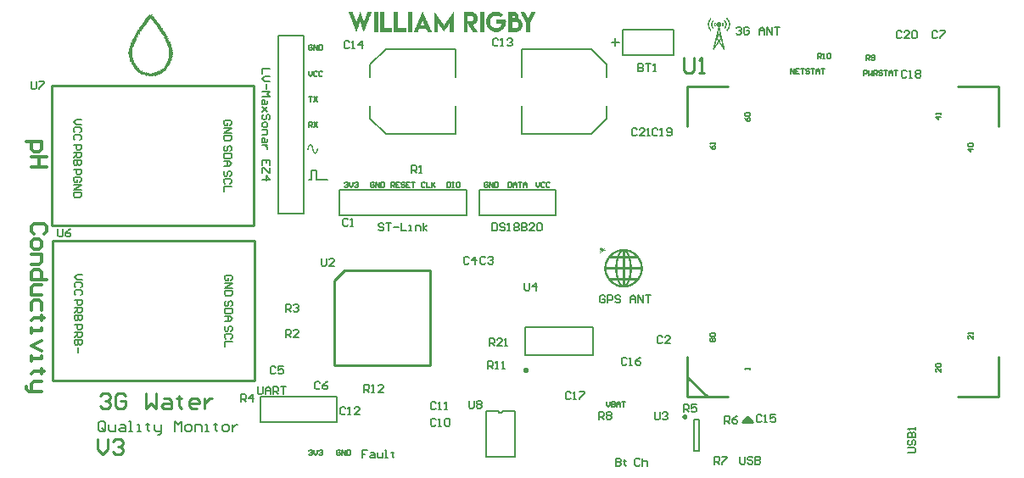
<source format=gto>
%FSTAX24Y24*%
%MOIN*%
%SFA1B1*%

%IPPOS*%
%ADD30C,0.010000*%
%ADD48C,0.007900*%
%ADD49C,0.009800*%
%ADD50C,0.008000*%
%ADD51C,0.007000*%
%ADD52C,0.005000*%
%ADD53C,0.012000*%
%ADD54C,0.005900*%
%LNsensorplatformv3-1*%
%LPD*%
G36*
X01702Y01799D02*
Y017977D01*
Y017964*
Y017952*
Y017939*
Y017926*
Y017914*
Y017901*
Y017888*
Y017876*
Y017863*
Y01785*
Y017837*
Y017825*
Y017812*
Y017799*
Y017787*
Y017774*
Y017761*
Y017749*
Y017736*
Y017723*
Y017711*
Y017698*
Y017685*
Y017673*
Y01766*
Y017647*
Y017635*
Y017622*
Y017609*
Y017597*
Y017584*
Y017571*
Y017559*
Y017546*
Y017533*
Y01752*
Y017508*
Y017495*
Y017482*
Y01747*
Y017457*
Y017444*
Y017432*
Y017419*
Y017406*
Y017394*
Y017381*
Y017368*
Y017356*
Y017343*
Y01733*
Y017318*
Y017305*
Y017292*
Y01728*
Y017267*
Y017254*
Y017241*
Y017229*
Y017216*
Y017203*
Y017191*
X016855*
Y017203*
Y017216*
Y017229*
Y017241*
Y017254*
Y017267*
Y01728*
Y017292*
Y017305*
Y017318*
Y01733*
Y017343*
Y017356*
Y017368*
Y017381*
Y017394*
Y017406*
Y017419*
Y017432*
Y017444*
Y017457*
Y01747*
Y017482*
Y017495*
Y017508*
Y01752*
X016842*
Y017508*
X016829*
Y017495*
X016817*
Y017482*
Y01747*
X016804*
Y017457*
X016791*
Y017444*
Y017432*
X016779*
Y017419*
X016766*
Y017406*
X016753*
Y017394*
Y017381*
X016741*
Y017368*
X016728*
Y017356*
Y017343*
X016715*
Y01733*
X016703*
Y017318*
X01669*
Y017305*
Y017292*
X016677*
Y01728*
X016665*
Y017267*
Y017254*
X016652*
Y017241*
X016639*
Y017229*
Y017216*
X016614*
Y017229*
Y017241*
X016601*
Y017254*
X016588*
Y017267*
Y01728*
X016576*
Y017292*
X016563*
Y017305*
Y017318*
X01655*
Y01733*
X016538*
Y017343*
X016525*
Y017356*
Y017368*
X016512*
Y017381*
X0165*
Y017394*
Y017406*
X016487*
Y017419*
X016474*
Y017432*
X016462*
Y017444*
Y017457*
X016449*
Y01747*
X016436*
Y017482*
Y017495*
X016424*
Y017508*
X016411*
Y01752*
X016398*
Y017508*
Y017495*
Y017482*
Y01747*
Y017457*
Y017444*
Y017432*
Y017419*
Y017406*
Y017394*
Y017381*
Y017368*
Y017356*
Y017343*
Y01733*
Y017318*
Y017305*
Y017292*
Y01728*
Y017267*
Y017254*
Y017241*
Y017229*
Y017216*
Y017203*
Y017191*
X016233*
Y017203*
Y017216*
Y017229*
Y017241*
Y017254*
Y017267*
Y01728*
Y017292*
Y017305*
Y017318*
Y01733*
Y017343*
Y017356*
Y017368*
Y017381*
Y017394*
Y017406*
Y017419*
Y017432*
Y017444*
Y017457*
Y01747*
Y017482*
Y017495*
Y017508*
Y01752*
Y017533*
Y017546*
Y017559*
Y017571*
Y017584*
Y017597*
Y017609*
Y017622*
Y017635*
Y017647*
Y01766*
Y017673*
Y017685*
Y017698*
Y017711*
Y017723*
Y017736*
Y017749*
Y017761*
Y017774*
Y017787*
Y017799*
Y017812*
Y017825*
Y017837*
Y01785*
Y017863*
Y017876*
Y017888*
Y017901*
Y017914*
Y017926*
Y017939*
Y017952*
Y017964*
Y017977*
Y01799*
Y018002*
X016246*
Y01799*
Y017977*
X016259*
Y017964*
X016271*
Y017952*
X016284*
Y017939*
Y017926*
X016297*
Y017914*
X016309*
Y017901*
Y017888*
X016322*
Y017876*
X016335*
Y017863*
X016348*
Y01785*
Y017837*
X01636*
Y017825*
X016373*
Y017812*
X016386*
Y017799*
Y017787*
X016398*
Y017774*
X016411*
Y017761*
Y017749*
X016424*
Y017736*
X016436*
Y017723*
X016449*
Y017711*
Y017698*
X016462*
Y017685*
X016474*
Y017673*
X016487*
Y01766*
Y017647*
X0165*
Y017635*
X016512*
Y017622*
Y017609*
X016525*
Y017597*
X016538*
Y017584*
X01655*
Y017571*
Y017559*
X016563*
Y017546*
X016576*
Y017533*
Y01752*
X016588*
Y017508*
X016601*
Y017495*
X016614*
Y017482*
Y01747*
X016639*
Y017482*
Y017495*
X016652*
Y017508*
X016665*
Y01752*
X016677*
Y017533*
Y017546*
X01669*
Y017559*
X016703*
Y017571*
Y017584*
X016715*
Y017597*
X016728*
Y017609*
X016741*
Y017622*
Y017635*
X016753*
Y017647*
X016766*
Y01766*
Y017673*
X016779*
Y017685*
X016791*
Y017698*
X016804*
Y017711*
Y017723*
X016817*
Y017736*
X016829*
Y017749*
X016842*
Y017761*
Y017774*
X016855*
Y017787*
X016867*
Y017799*
Y017812*
X01688*
Y017825*
X016893*
Y017837*
X016905*
Y01785*
Y017863*
X016918*
Y017876*
X016931*
Y017888*
X016943*
Y017901*
Y017914*
X016956*
Y017926*
X016969*
Y017939*
Y017952*
X016982*
Y017964*
X016994*
Y017977*
X017007*
Y01799*
Y018002*
X01702*
Y01799*
G37*
G36*
X027585Y017562D02*
X027596D01*
Y017552*
X027607*
Y017541*
Y01753*
Y017519*
X027618*
Y017508*
Y017497*
Y017487*
Y017476*
Y017465*
X027607*
Y017454*
Y017443*
Y017432*
X027596*
Y017422*
X027585*
Y017411*
X027563*
Y017422*
X027553*
Y017432*
X027542*
Y017443*
Y017454*
X027553*
Y017465*
X027563*
Y017476*
Y017487*
Y017497*
Y017508*
Y017519*
X027553*
Y01753*
X027542*
Y017541*
Y017552*
X027553*
Y017562*
X027563*
Y017573*
X027585*
Y017562*
G37*
G36*
X027293D02*
X027304D01*
Y017552*
X027314*
Y017541*
Y01753*
X027304*
Y017519*
X027293*
Y017508*
Y017497*
Y017487*
Y017476*
Y017465*
X027304*
Y017454*
X027314*
Y017443*
Y017432*
X027304*
Y017422*
X027293*
Y017411*
X027271*
Y017422*
X02726*
Y017432*
X02725*
Y017443*
Y017454*
Y017465*
X027239*
Y017476*
Y017487*
Y017497*
Y017508*
Y017519*
X02725*
Y01753*
Y017541*
Y017552*
X02726*
Y017562*
X027271*
Y017573*
X027293*
Y017562*
G37*
G36*
X004804Y017579D02*
X004808D01*
Y017575*
X004812*
Y017571*
X004808*
Y017575*
X004804*
Y017579*
X0048*
Y017583*
X004804*
Y017579*
G37*
G36*
X005449Y017516D02*
X005453D01*
Y017512*
X005449*
Y017516*
X005445*
Y01752*
X005449*
Y017516*
G37*
G36*
X004607Y015619D02*
X004611D01*
Y015615*
X004603*
Y015619*
Y015622*
X004607*
Y015619*
G37*
G36*
X004642Y017342D02*
X004646D01*
Y017339*
X004642*
Y017342*
X004638*
Y017346*
X004642*
Y017342*
G37*
G36*
X027661Y01766D02*
X027672D01*
Y017649*
X027682*
Y017638*
Y017627*
X027693*
Y017616*
X027704*
Y017606*
Y017595*
X027715*
Y017584*
Y017573*
X027726*
Y017562*
Y017552*
Y017541*
X027737*
Y01753*
Y017519*
Y017508*
Y017497*
Y017487*
Y017476*
Y017465*
Y017454*
Y017443*
X027726*
Y017432*
Y017422*
Y017411*
X027715*
Y0174*
Y017389*
X027704*
Y017378*
Y017368*
X027693*
Y017357*
Y017346*
X027682*
Y017335*
X027672*
Y017324*
X02765*
Y017335*
X027639*
Y017346*
X027628*
Y017357*
Y017368*
X027639*
Y017378*
X02765*
Y017389*
Y0174*
X027661*
Y017411*
Y017422*
X027672*
Y017432*
Y017443*
Y017454*
X027682*
Y017465*
Y017476*
Y017487*
Y017497*
Y017508*
Y017519*
Y01753*
X027672*
Y017541*
Y017552*
Y017562*
X027661*
Y017573*
Y017584*
X02765*
Y017595*
X027639*
Y017606*
Y017616*
X027628*
Y017627*
X027618*
Y017638*
X027628*
Y017649*
X027639*
Y01766*
X02765*
Y017671*
X027661*
Y01766*
G37*
G36*
X027206D02*
X027217D01*
Y017649*
X027228*
Y017638*
X027239*
Y017627*
X027228*
Y017616*
X027217*
Y017606*
Y017595*
X027206*
Y017584*
X027195*
Y017573*
Y017562*
X027185*
Y017552*
Y017541*
Y01753*
X027174*
Y017519*
Y017508*
Y017497*
Y017487*
Y017476*
Y017465*
Y017454*
X027185*
Y017443*
Y017432*
Y017422*
X027195*
Y017411*
Y0174*
X027206*
Y017389*
Y017378*
X027217*
Y017368*
X027228*
Y017357*
Y017346*
X027217*
Y017335*
X027206*
Y017324*
X027185*
Y017335*
X027174*
Y017346*
X027163*
Y017357*
Y017368*
X027152*
Y017378*
Y017389*
X027141*
Y0174*
Y017411*
X02713*
Y017422*
Y017432*
Y017443*
X02712*
Y017454*
Y017465*
Y017476*
Y017487*
Y017497*
Y017508*
Y017519*
Y01753*
Y017541*
X02713*
Y017552*
Y017562*
Y017573*
X027141*
Y017584*
Y017595*
X027152*
Y017606*
Y017616*
X027163*
Y017627*
X027174*
Y017638*
Y017649*
X027185*
Y01766*
X027195*
Y017671*
X027206*
Y01766*
G37*
G36*
X00452Y015689D02*
X004524D01*
Y015685*
X00452*
Y015689*
X004516*
Y015693*
X00452*
Y015689*
G37*
G36*
X00467Y017378D02*
Y017374D01*
X004666*
Y017378*
Y017382*
X00467*
Y017378*
G37*
G36*
X005556Y017358D02*
X005559D01*
Y017354*
X005556*
Y017358*
X005552*
Y017362*
X005556*
Y017358*
G37*
G36*
X004709Y015556D02*
X004713D01*
Y015552*
Y015548*
X004709*
Y015552*
X004705*
Y015556*
X004701*
Y015552*
X004694*
Y015556*
X004697*
Y015559*
X004709*
Y015556*
G37*
G36*
X023011Y008834D02*
Y00883D01*
Y008826*
Y008822*
X023027*
Y008818*
Y008814*
Y00881*
Y008805*
X023044*
Y008801*
Y008797*
Y008793*
Y008789*
X02306*
Y008785*
Y008781*
Y008777*
Y008773*
X023044*
Y008777*
Y008781*
Y008785*
Y008789*
X023027*
Y008793*
Y008797*
Y008801*
Y008805*
X023011*
Y00881*
Y008814*
Y008818*
Y008822*
X022995*
Y008826*
Y00883*
Y008834*
Y008838*
X023011*
Y008834*
G37*
G36*
X022978Y008801D02*
Y008797D01*
Y008793*
Y008789*
X022962*
Y008793*
Y008797*
Y008801*
Y008805*
X022978*
Y008801*
G37*
G36*
X022995Y008818D02*
Y008814D01*
Y00881*
Y008805*
X022978*
Y00881*
Y008814*
Y008818*
Y008822*
X022995*
Y008818*
G37*
G36*
X022945Y008769D02*
Y008764D01*
Y00876*
Y008756*
X022929*
Y00876*
Y008764*
Y008769*
Y008773*
X022945*
Y008769*
G37*
G36*
X023044D02*
Y008764D01*
Y00876*
Y008756*
X023027*
Y00876*
Y008764*
Y008769*
Y008773*
X023044*
Y008769*
G37*
G36*
X022962Y008785D02*
Y008781D01*
Y008777*
Y008773*
X022945*
Y008777*
Y008781*
Y008785*
Y008789*
X022962*
Y008785*
G37*
G36*
X013786Y01799D02*
Y017977D01*
X013773*
Y017964*
Y017952*
Y017939*
X013761*
Y017926*
Y017914*
X013748*
Y017901*
Y017888*
Y017876*
X013735*
Y017863*
Y01785*
Y017837*
X013723*
Y017825*
Y017812*
X01371*
Y017799*
Y017787*
Y017774*
X013697*
Y017761*
Y017749*
X013685*
Y017736*
Y017723*
Y017711*
X013672*
Y017698*
Y017685*
Y017673*
X013659*
Y01766*
Y017647*
X013646*
Y017635*
Y017622*
Y017609*
X013634*
Y017597*
Y017584*
X013621*
Y017571*
Y017559*
Y017546*
X013608*
Y017533*
Y01752*
Y017508*
X013596*
Y017495*
Y017482*
X013583*
Y01747*
Y017457*
Y017444*
X01357*
Y017432*
Y017419*
X013558*
Y017406*
Y017394*
Y017381*
X013545*
Y017368*
Y017356*
Y017343*
X013532*
Y01733*
Y017318*
X01352*
Y017305*
Y017292*
Y01728*
X013507*
Y017267*
Y017254*
X013494*
Y017241*
Y017229*
Y017216*
X013482*
Y017203*
X013469*
Y017216*
Y017229*
X013456*
Y017241*
Y017254*
Y017267*
X013444*
Y01728*
Y017292*
Y017305*
X013431*
Y017318*
Y01733*
Y017343*
X013418*
Y017356*
Y017368*
X013406*
Y017381*
Y017394*
Y017406*
X013393*
Y017419*
Y017432*
Y017444*
X01338*
Y017457*
Y01747*
X013368*
Y017482*
Y017495*
Y017508*
X013355*
Y01752*
Y017533*
Y017546*
X013342*
Y017559*
Y017571*
Y017584*
X013329*
Y017571*
X013317*
Y017559*
Y017546*
Y017533*
X013304*
Y01752*
Y017508*
X013291*
Y017495*
Y017482*
Y01747*
X013279*
Y017457*
Y017444*
Y017432*
X013266*
Y017419*
Y017406*
Y017394*
X013253*
Y017381*
Y017368*
X013241*
Y017356*
Y017343*
Y01733*
X013228*
Y017318*
Y017305*
Y017292*
X013215*
Y01728*
Y017267*
Y017254*
X013203*
Y017241*
Y017229*
Y017216*
X01319*
Y017203*
Y017191*
X013177*
Y017203*
Y017216*
Y017229*
X013165*
Y017241*
Y017254*
Y017267*
X013152*
Y01728*
Y017292*
X013139*
Y017305*
Y017318*
Y01733*
X013127*
Y017343*
Y017356*
X013114*
Y017368*
Y017381*
Y017394*
X013101*
Y017406*
Y017419*
Y017432*
X013089*
Y017444*
Y017457*
X013076*
Y01747*
Y017482*
Y017495*
X013063*
Y017508*
Y01752*
X013051*
Y017533*
Y017546*
Y017559*
X013038*
Y017571*
Y017584*
Y017597*
X013025*
Y017609*
Y017622*
X013012*
Y017635*
Y017647*
Y01766*
X013*
Y017673*
Y017685*
X012987*
Y017698*
Y017711*
Y017723*
X012974*
Y017736*
Y017749*
Y017761*
X012962*
Y017774*
Y017787*
X012949*
Y017799*
Y017812*
Y017825*
X012936*
Y017837*
Y01785*
X012924*
Y017863*
Y017876*
Y017888*
X012911*
Y017901*
Y017914*
Y017926*
X012898*
Y017939*
Y017952*
X012886*
Y017964*
Y017977*
Y01799*
X012873*
Y018002*
X013038*
Y01799*
Y017977*
X013051*
Y017964*
Y017952*
Y017939*
X013063*
Y017926*
Y017914*
Y017901*
X013076*
Y017888*
Y017876*
X013089*
Y017863*
Y01785*
Y017837*
X013101*
Y017825*
Y017812*
X013114*
Y017799*
Y017787*
Y017774*
X013127*
Y017761*
Y017749*
Y017736*
X013139*
Y017723*
Y017711*
X013152*
Y017698*
Y017685*
Y017673*
X013165*
Y01766*
Y017647*
X013177*
Y017635*
Y017622*
X01319*
Y017635*
X013203*
Y017647*
Y01766*
Y017673*
X013215*
Y017685*
Y017698*
X013228*
Y017711*
Y017723*
Y017736*
X013241*
Y017749*
Y017761*
X013253*
Y017774*
Y017787*
Y017799*
X013266*
Y017812*
Y017825*
Y017837*
X013279*
Y01785*
Y017863*
X013291*
Y017876*
Y017888*
Y017901*
X013304*
Y017914*
Y017926*
X013317*
Y017939*
Y017952*
Y017964*
X013329*
Y017977*
X013342*
Y017964*
Y017952*
Y017939*
X013355*
Y017926*
Y017914*
X013368*
Y017901*
Y017888*
Y017876*
X01338*
Y017863*
Y01785*
Y017837*
X013393*
Y017825*
Y017812*
X013406*
Y017799*
Y017787*
Y017774*
X013418*
Y017761*
Y017749*
X013431*
Y017736*
Y017723*
Y017711*
X013444*
Y017698*
Y017685*
Y017673*
X013456*
Y01766*
Y017647*
X013469*
Y017635*
Y017622*
X013482*
Y017635*
X013494*
Y017647*
Y01766*
X013507*
Y017673*
Y017685*
Y017698*
X01352*
Y017711*
Y017723*
X013532*
Y017736*
Y017749*
Y017761*
X013545*
Y017774*
Y017787*
Y017799*
X013558*
Y017812*
Y017825*
X01357*
Y017837*
Y01785*
Y017863*
X013583*
Y017876*
Y017888*
Y017901*
X013596*
Y017914*
Y017926*
X013608*
Y017939*
Y017952*
Y017964*
X013621*
Y017977*
Y01799*
X013634*
Y018002*
X013786*
Y01799*
G37*
G36*
X004757Y015524D02*
X00476D01*
Y01552*
X004764*
Y015516*
X00476*
Y01552*
X004757*
Y015524*
X004753*
Y015528*
X004757*
Y015524*
G37*
G36*
X005469Y015532D02*
Y015528D01*
X005465*
Y015532*
Y015536*
X005469*
Y015532*
G37*
G36*
X011383Y012788D02*
X011401D01*
Y012784*
X01141*
Y012779*
X011419*
Y012775*
X011424*
Y01277*
X011433*
Y012766*
X011437*
Y012761*
Y012757*
X011442*
Y012753*
X011446*
Y012748*
X011451*
Y012744*
Y012739*
X011455*
Y012735*
Y01273*
X01146*
Y012726*
Y012721*
X011464*
Y012717*
Y012712*
X011469*
Y012708*
Y012703*
X011473*
Y012699*
Y012694*
Y01269*
Y012685*
X011478*
Y012681*
Y012676*
Y012672*
X011482*
Y012667*
Y012663*
Y012658*
X011487*
Y012654*
Y012649*
Y012645*
X011491*
Y01264*
Y012636*
Y012631*
Y012627*
Y012622*
Y012618*
X011496*
Y012613*
Y012609*
Y012604*
Y0126*
X0115*
Y012596*
Y012591*
Y012587*
Y012582*
X011504*
Y012578*
Y012573*
Y012569*
X011509*
Y012564*
Y01256*
Y012555*
Y012551*
Y012546*
X011513*
Y012542*
Y012537*
Y012533*
X011518*
Y012528*
Y012524*
X011522*
Y012519*
Y012515*
Y01251*
X011527*
Y012506*
Y012501*
Y012497*
X011531*
Y012492*
Y012488*
X011536*
Y012483*
X01154*
Y012479*
Y012474*
X011545*
Y01247*
X011549*
Y012465*
X011554*
Y012461*
X011581*
Y012465*
X011585*
Y01247*
X01159*
Y012474*
X011594*
Y012479*
Y012483*
X011599*
Y012488*
Y012492*
X011603*
Y012497*
Y012501*
X011608*
Y012506*
Y01251*
X011612*
Y012515*
Y012519*
Y012524*
Y012528*
X011617*
Y012533*
Y012537*
Y012542*
X011621*
Y012546*
Y012551*
Y012555*
X011626*
Y01256*
Y012564*
Y012569*
X01163*
Y012573*
Y012578*
Y012582*
Y012587*
Y012591*
Y012596*
X011635*
Y0126*
Y012604*
Y012609*
Y012613*
Y012618*
X011639*
Y012622*
Y012627*
X011693*
Y012622*
Y012618*
X011688*
Y012613*
Y012609*
Y012604*
Y0126*
X011684*
Y012596*
Y012591*
Y012587*
Y012582*
Y012578*
Y012573*
Y012569*
X011679*
Y012564*
Y01256*
Y012555*
X011675*
Y012551*
Y012546*
Y012542*
X01167*
Y012537*
Y012533*
Y012528*
X011666*
Y012524*
Y012519*
Y012515*
Y01251*
X011661*
Y012506*
Y012501*
X011657*
Y012497*
Y012492*
X011653*
Y012488*
Y012483*
X011648*
Y012479*
Y012474*
Y01247*
X011644*
Y012465*
X011639*
Y012461*
Y012456*
X011635*
Y012452*
X01163*
Y012447*
Y012443*
X011626*
Y012439*
X011621*
Y012434*
X011617*
Y01243*
Y012425*
X011608*
Y012421*
X011599*
Y012416*
X011594*
Y012412*
X011585*
Y012407*
X011545*
Y012412*
X011536*
Y012416*
X011527*
Y012421*
X011522*
Y012425*
X011513*
Y01243*
X011509*
Y012434*
Y012439*
X011504*
Y012443*
X0115*
Y012447*
X011496*
Y012452*
X011491*
Y012456*
Y012461*
Y012465*
X011487*
Y01247*
Y012474*
X011482*
Y012479*
X011478*
Y012483*
Y012488*
X011473*
Y012492*
Y012497*
Y012501*
Y012506*
X011469*
Y01251*
Y012515*
Y012519*
X011464*
Y012524*
Y012528*
Y012533*
X01146*
Y012537*
Y012542*
Y012546*
X011455*
Y012551*
Y012555*
Y01256*
Y012564*
Y012569*
Y012573*
X011451*
Y012578*
Y012582*
Y012587*
Y012591*
X011446*
Y012596*
Y0126*
Y012604*
X011442*
Y012609*
Y012613*
Y012618*
Y012622*
X011437*
Y012627*
Y012631*
Y012636*
Y01264*
Y012645*
X011433*
Y012649*
Y012654*
Y012658*
X011428*
Y012663*
Y012667*
Y012672*
X011424*
Y012676*
Y012681*
X011419*
Y012685*
Y01269*
Y012694*
Y012699*
X011415*
Y012703*
X01141*
Y012708*
Y012712*
X011406*
Y012717*
Y012721*
X011401*
Y012726*
X011397*
Y01273*
X011392*
Y012735*
X011388*
Y012739*
X01137*
Y012735*
X011365*
Y01273*
X011361*
Y012726*
X011356*
Y012721*
X011352*
Y012717*
X011347*
Y012712*
Y012708*
X011343*
Y012703*
Y012699*
X011339*
Y012694*
Y01269*
X011334*
Y012685*
Y012681*
Y012676*
X01133*
Y012672*
Y012667*
Y012663*
X011325*
Y012658*
Y012654*
Y012649*
X011321*
Y012645*
Y01264*
Y012636*
X011316*
Y012631*
Y012627*
Y012622*
Y012618*
Y012613*
Y012609*
X011312*
Y012604*
Y0126*
Y012596*
Y012591*
Y012587*
X011307*
Y012582*
Y012578*
Y012573*
X011253*
Y012578*
Y012582*
Y012587*
X011258*
Y012591*
Y012596*
Y0126*
Y012604*
X011262*
Y012609*
Y012613*
Y012618*
Y012622*
Y012627*
Y012631*
X011267*
Y012636*
Y01264*
Y012645*
X011271*
Y012649*
Y012654*
Y012658*
X011276*
Y012663*
Y012667*
Y012672*
X01128*
Y012676*
Y012681*
Y012685*
Y01269*
X011285*
Y012694*
Y012699*
X011289*
Y012703*
Y012708*
X011294*
Y012712*
Y012717*
X011298*
Y012721*
Y012726*
Y01273*
X011303*
Y012735*
X011307*
Y012739*
Y012744*
X011312*
Y012748*
X011316*
Y012753*
Y012757*
X011321*
Y012761*
X011325*
Y012766*
X01133*
Y01277*
X011334*
Y012775*
X011343*
Y012779*
X011347*
Y012784*
X011356*
Y012788*
X011374*
Y012793*
X011383*
Y012788*
G37*
G36*
X00489Y017693D02*
X004894D01*
Y017689*
X004886*
Y017693*
Y017697*
X00489*
Y017693*
G37*
G36*
X005339Y017665D02*
X005343D01*
Y017661*
X005347*
Y017657*
X005343*
Y017661*
X005339*
Y017665*
X005335*
Y017669*
X005339*
Y017665*
G37*
G36*
X004642Y017335D02*
Y017331D01*
Y017327*
X004638*
Y017323*
X004627*
Y017327*
X004631*
Y017331*
X004638*
Y017335*
X004635*
Y017339*
X004642*
Y017335*
G37*
G36*
X005776Y016976D02*
Y016973D01*
X00578*
Y016969*
X005772*
Y016973*
Y016976*
X005768*
Y01698*
X005776*
Y016976*
G37*
G36*
X004387Y016906D02*
Y016902D01*
X004383*
Y016906*
Y01691*
X004387*
Y016906*
G37*
G36*
Y016894D02*
X00439D01*
Y01689*
Y016886*
X004387*
Y016882*
X004375*
Y016886*
X004379*
Y01689*
X004383*
Y016894*
X004379*
Y016898*
X004387*
Y016894*
G37*
G36*
X01404Y01799D02*
Y017977D01*
Y017964*
Y017952*
Y017939*
Y017926*
Y017914*
Y017901*
Y017888*
Y017876*
Y017863*
Y01785*
Y017837*
Y017825*
Y017812*
Y017799*
Y017787*
Y017774*
Y017761*
Y017749*
Y017736*
Y017723*
Y017711*
Y017698*
Y017685*
Y017673*
Y01766*
Y017647*
Y017635*
Y017622*
Y017609*
Y017597*
Y017584*
Y017571*
Y017559*
Y017546*
Y017533*
Y01752*
Y017508*
Y017495*
Y017482*
Y01747*
Y017457*
Y017444*
Y017432*
Y017419*
Y017406*
Y017394*
Y017381*
Y017368*
Y017356*
Y017343*
Y01733*
Y017318*
Y017305*
Y017292*
Y01728*
Y017267*
Y017254*
Y017241*
Y017229*
Y017216*
Y017203*
Y017191*
X013875*
Y017203*
Y017216*
Y017229*
Y017241*
Y017254*
Y017267*
Y01728*
Y017292*
Y017305*
Y017318*
Y01733*
Y017343*
Y017356*
Y017368*
Y017381*
Y017394*
Y017406*
Y017419*
Y017432*
Y017444*
Y017457*
Y01747*
Y017482*
Y017495*
Y017508*
Y01752*
Y017533*
Y017546*
Y017559*
Y017571*
Y017584*
Y017597*
Y017609*
Y017622*
Y017635*
Y017647*
Y01766*
Y017673*
Y017685*
Y017698*
Y017711*
Y017723*
Y017736*
Y017749*
Y017761*
Y017774*
Y017787*
Y017799*
Y017812*
Y017825*
Y017837*
Y01785*
Y017863*
Y017876*
Y017888*
Y017901*
Y017914*
Y017926*
Y017939*
Y017952*
Y017964*
Y017977*
Y01799*
Y018002*
X01404*
Y01799*
G37*
G36*
X005658Y017197D02*
X005662D01*
Y017193*
X005666*
Y017189*
Y017185*
X00567*
Y017181*
X005662*
Y017185*
Y017189*
Y017193*
X005658*
Y017197*
X005654*
Y017201*
X005658*
Y017197*
G37*
G36*
X005784Y01698D02*
Y016976D01*
X005788*
Y016973*
Y016969*
X005784*
Y016973*
Y016976*
X00578*
Y01698*
X005776*
Y016984*
X005784*
Y01698*
G37*
G36*
X027455Y017584D02*
X027477D01*
Y017573*
X027498*
Y017562*
X027509*
Y017552*
Y017541*
X02752*
Y01753*
Y017519*
X027531*
Y017508*
Y017497*
Y017487*
Y017476*
Y017465*
X02752*
Y017454*
Y017443*
X027509*
Y017432*
Y017422*
X027498*
Y017411*
X027477*
Y0174*
X027455*
Y017389*
Y017378*
Y017368*
Y017357*
X027466*
Y017346*
Y017335*
Y017324*
Y017313*
X027477*
Y017303*
Y017292*
Y017281*
Y01727*
X027488*
Y017259*
Y017248*
Y017238*
Y017227*
X027498*
Y017216*
Y017205*
Y017194*
Y017184*
X027509*
Y017173*
Y017162*
Y017151*
Y01714*
X02752*
Y017129*
Y017119*
Y017108*
Y017097*
X027531*
Y017086*
Y017075*
Y017064*
Y017054*
Y017043*
X027542*
Y017032*
Y017021*
Y01701*
Y017*
X027553*
Y016989*
Y016978*
Y016967*
Y016956*
X027563*
Y016945*
Y016935*
Y016924*
Y016913*
X027574*
Y016902*
Y016891*
Y01688*
Y01687*
X027585*
Y016859*
Y016848*
Y016837*
Y016826*
X027596*
Y016816*
Y016805*
Y016794*
Y016783*
Y016772*
X027607*
Y016761*
Y016751*
Y01674*
Y016729*
X027618*
Y016718*
Y016707*
Y016696*
Y016686*
X027628*
Y016675*
Y016664*
Y016653*
Y016642*
X027639*
Y016632*
Y016621*
Y01661*
Y016599*
X02765*
Y016588*
Y016577*
Y016567*
Y016556*
X027661*
Y016545*
Y016534*
Y016523*
Y016512*
X02765*
Y016502*
X027618*
Y016512*
X027607*
Y016523*
X027596*
Y016534*
Y016545*
X027585*
Y016556*
X027574*
Y016567*
Y016577*
X027563*
Y016588*
X027553*
Y016599*
Y01661*
X027542*
Y016621*
X027531*
Y016632*
Y016642*
X02752*
Y016653*
X027509*
Y016664*
Y016675*
X027498*
Y016686*
X027488*
Y016696*
X027477*
Y016707*
Y016718*
X027466*
Y016729*
X027455*
Y01674*
Y016751*
X027444*
Y016761*
X027434*
Y016772*
Y016783*
X027423*
Y016772*
Y016761*
X027412*
Y016751*
X027401*
Y01674*
Y016729*
X02739*
Y016718*
X027379*
Y016707*
Y016696*
X027369*
Y016686*
X027358*
Y016675*
X027347*
Y016664*
Y016653*
X027336*
Y016642*
X027325*
Y016632*
Y016621*
X027314*
Y01661*
X027304*
Y016599*
Y016588*
X027293*
Y016577*
X027282*
Y016567*
Y016556*
X027271*
Y016545*
X02726*
Y016534*
Y016523*
X02725*
Y016512*
X027239*
Y016502*
X027206*
Y016512*
X027195*
Y016523*
Y016534*
Y016545*
Y016556*
X027206*
Y016567*
Y016577*
Y016588*
Y016599*
X027217*
Y01661*
Y016621*
Y016632*
Y016642*
X027228*
Y016653*
Y016664*
Y016675*
Y016686*
X027239*
Y016696*
Y016707*
Y016718*
Y016729*
X02725*
Y01674*
Y016751*
Y016761*
Y016772*
X02726*
Y016783*
Y016794*
Y016805*
Y016816*
Y016826*
X027271*
Y016837*
Y016848*
Y016859*
Y01687*
X027282*
Y01688*
Y016891*
Y016902*
Y016913*
X027293*
Y016924*
Y016935*
Y016945*
Y016956*
X027304*
Y016967*
Y016978*
Y016989*
Y017*
X027314*
Y01701*
Y017021*
Y017032*
Y017043*
X027325*
Y017054*
Y017064*
Y017075*
Y017086*
Y017097*
X027336*
Y017108*
Y017119*
Y017129*
Y01714*
X027347*
Y017151*
Y017162*
Y017173*
Y017184*
X027358*
Y017194*
Y017205*
Y017216*
Y017227*
X027369*
Y017238*
Y017248*
Y017259*
Y01727*
X027379*
Y017281*
Y017292*
Y017303*
Y017313*
X02739*
Y017324*
Y017335*
Y017346*
Y017357*
X027401*
Y017368*
Y017378*
Y017389*
Y0174*
X027379*
Y017411*
X027358*
Y017422*
X027347*
Y017432*
Y017443*
X027336*
Y017454*
Y017465*
X027325*
Y017476*
Y017487*
Y017497*
Y017508*
Y017519*
X027336*
Y01753*
Y017541*
X027347*
Y017552*
Y017562*
X027358*
Y017573*
X027379*
Y017584*
X027401*
Y017595*
X027455*
Y017584*
G37*
G36*
X005957Y016555D02*
Y016551D01*
X005953*
Y016555*
Y016559*
X005957*
Y016555*
G37*
G36*
X005949Y016587D02*
Y016583D01*
X005945*
Y016587*
Y016591*
X005949*
Y016587*
G37*
G36*
X004367Y016858D02*
Y016854D01*
X004363*
Y016858*
Y016862*
X004367*
Y016858*
G37*
G36*
X004324Y016764D02*
Y01676D01*
X00432*
Y016764*
Y016768*
X004324*
Y016764*
G37*
G36*
X004304Y016709D02*
Y016705D01*
Y016701*
X0043*
Y016705*
Y016709*
X004296*
Y016713*
X004304*
Y016709*
G37*
G36*
X014281Y01799D02*
Y017977D01*
Y017964*
Y017952*
Y017939*
Y017926*
Y017914*
Y017901*
Y017888*
Y017876*
Y017863*
Y01785*
Y017837*
Y017825*
Y017812*
Y017799*
Y017787*
Y017774*
Y017761*
Y017749*
Y017736*
Y017723*
Y017711*
Y017698*
Y017685*
Y017673*
Y01766*
Y017647*
Y017635*
Y017622*
Y017609*
Y017597*
Y017584*
Y017571*
Y017559*
Y017546*
Y017533*
Y01752*
Y017508*
Y017495*
Y017482*
Y01747*
Y017457*
Y017444*
Y017432*
Y017419*
Y017406*
Y017394*
Y017381*
Y017368*
Y017356*
X014598*
Y017343*
Y01733*
Y017318*
Y017305*
Y017292*
Y01728*
Y017267*
Y017254*
Y017241*
Y017229*
Y017216*
Y017203*
Y017191*
X014116*
Y017203*
Y017216*
Y017229*
Y017241*
Y017254*
Y017267*
Y01728*
Y017292*
Y017305*
Y017318*
Y01733*
Y017343*
Y017356*
Y017368*
Y017381*
Y017394*
Y017406*
Y017419*
Y017432*
Y017444*
Y017457*
Y01747*
Y017482*
Y017495*
Y017508*
Y01752*
Y017533*
Y017546*
Y017559*
Y017571*
Y017584*
Y017597*
Y017609*
Y017622*
Y017635*
Y017647*
Y01766*
Y017673*
Y017685*
Y017698*
Y017711*
Y017723*
Y017736*
Y017749*
Y017761*
Y017774*
Y017787*
Y017799*
Y017812*
Y017825*
Y017837*
Y01785*
Y017863*
Y017876*
Y017888*
Y017901*
Y017914*
Y017926*
Y017939*
Y017952*
Y017964*
Y017977*
Y01799*
Y018002*
X014281*
Y01799*
G37*
G36*
X027758Y017746D02*
X027769D01*
Y017736*
Y017725*
X02778*
Y017714*
X027791*
Y017703*
X027802*
Y017692*
X027812*
Y017681*
Y017671*
X027823*
Y01766*
Y017649*
X027834*
Y017638*
Y017627*
X027845*
Y017616*
Y017606*
Y017595*
X027856*
Y017584*
Y017573*
Y017562*
Y017552*
Y017541*
X027866*
Y01753*
Y017519*
Y017508*
Y017497*
Y017487*
Y017476*
Y017465*
Y017454*
Y017443*
X027856*
Y017432*
Y017422*
Y017411*
Y0174*
Y017389*
X027845*
Y017378*
Y017368*
Y017357*
X027834*
Y017346*
Y017335*
X027823*
Y017324*
Y017313*
X027812*
Y017303*
Y017292*
X027802*
Y017281*
X027791*
Y01727*
X02778*
Y017259*
Y017248*
X027769*
Y017238*
X027758*
Y017227*
X027747*
Y017238*
X027737*
Y017248*
X027726*
Y017259*
X027715*
Y01727*
X027726*
Y017281*
X027737*
Y017292*
Y017303*
X027747*
Y017313*
X027758*
Y017324*
X027769*
Y017335*
Y017346*
X02778*
Y017357*
Y017368*
X027791*
Y017378*
Y017389*
Y0174*
X027802*
Y017411*
Y017422*
Y017432*
Y017443*
X027812*
Y017454*
Y017465*
Y017476*
Y017487*
Y017497*
Y017508*
Y017519*
Y01753*
Y017541*
X027802*
Y017552*
Y017562*
Y017573*
Y017584*
X027791*
Y017595*
Y017606*
Y017616*
X02778*
Y017627*
Y017638*
X027769*
Y017649*
Y01766*
X027758*
Y017671*
X027747*
Y017681*
X027737*
Y017692*
X027726*
Y017703*
Y017714*
X027704*
Y017725*
X027715*
Y017736*
X027726*
Y017746*
X027737*
Y017757*
X027758*
Y017746*
G37*
G36*
X02712D02*
X02713D01*
Y017736*
X027141*
Y017725*
X027152*
Y017714*
X02713*
Y017703*
Y017692*
X02712*
Y017681*
X027109*
Y017671*
X027098*
Y01766*
X027087*
Y017649*
Y017638*
X027076*
Y017627*
Y017616*
X027066*
Y017606*
Y017595*
Y017584*
X027055*
Y017573*
Y017562*
Y017552*
Y017541*
X027044*
Y01753*
Y017519*
Y017508*
Y017497*
Y017487*
Y017476*
Y017465*
Y017454*
Y017443*
X027055*
Y017432*
Y017422*
Y017411*
Y0174*
X027066*
Y017389*
Y017378*
Y017368*
X027076*
Y017357*
Y017346*
X027087*
Y017335*
Y017324*
X027098*
Y017313*
X027109*
Y017303*
X02712*
Y017292*
Y017281*
X02713*
Y01727*
X027141*
Y017259*
X02713*
Y017248*
X02712*
Y017238*
X027109*
Y017227*
X027098*
Y017238*
X027087*
Y017248*
X027076*
Y017259*
Y01727*
X027066*
Y017281*
X027055*
Y017292*
X027044*
Y017303*
Y017313*
X027033*
Y017324*
Y017335*
X027022*
Y017346*
Y017357*
X027011*
Y017368*
Y017378*
Y017389*
X027001*
Y0174*
Y017411*
Y017422*
Y017432*
Y017443*
X02699*
Y017454*
Y017465*
Y017476*
Y017487*
Y017497*
Y017508*
Y017519*
Y01753*
Y017541*
X027001*
Y017552*
Y017562*
Y017573*
Y017584*
Y017595*
X027011*
Y017606*
Y017616*
Y017627*
X027022*
Y017638*
Y017649*
X027033*
Y01766*
Y017671*
X027044*
Y017681*
Y017692*
X027055*
Y017703*
X027066*
Y017714*
X027076*
Y017725*
X027087*
Y017736*
Y017746*
X027098*
Y017757*
X02712*
Y017746*
G37*
G36*
X015802Y017977D02*
Y017964D01*
Y017952*
X015815*
Y017939*
Y017926*
X015828*
Y017914*
Y017901*
X01584*
Y017888*
Y017876*
X015853*
Y017863*
Y01785*
Y017837*
X015866*
Y017825*
Y017812*
X015878*
Y017799*
Y017787*
X015891*
Y017774*
Y017761*
X015904*
Y017749*
Y017736*
Y017723*
X015916*
Y017711*
Y017698*
X015929*
Y017685*
Y017673*
X015942*
Y01766*
Y017647*
X015954*
Y017635*
Y017622*
Y017609*
X015967*
Y017597*
Y017584*
X01598*
Y017571*
Y017559*
X015992*
Y017546*
Y017533*
Y01752*
X016005*
Y017508*
Y017495*
X016018*
Y017482*
Y01747*
X01603*
Y017457*
Y017444*
X016043*
Y017432*
Y017419*
Y017406*
X016056*
Y017394*
Y017381*
X016069*
Y017368*
Y017356*
X016081*
Y017343*
Y01733*
X016094*
Y017318*
Y017305*
Y017292*
X016107*
Y01728*
Y017267*
X016119*
Y017254*
Y017241*
X016132*
Y017229*
Y017216*
Y017203*
X01598*
Y017216*
X015967*
Y017229*
Y017241*
Y017254*
X015954*
Y017267*
Y01728*
X015942*
Y017292*
Y017305*
X015929*
Y017318*
X01565*
Y017305*
X015637*
Y017292*
Y01728*
X015625*
Y017267*
Y017254*
X015612*
Y017241*
Y017229*
Y017216*
X015599*
Y017203*
X015447*
Y017216*
Y017229*
Y017241*
X01546*
Y017254*
Y017267*
X015473*
Y01728*
Y017292*
X015485*
Y017305*
Y017318*
Y01733*
X015498*
Y017343*
Y017356*
X015511*
Y017368*
Y017381*
X015523*
Y017394*
Y017406*
X015536*
Y017419*
Y017432*
Y017444*
X015549*
Y017457*
Y01747*
X015561*
Y017482*
Y017495*
X015574*
Y017508*
Y01752*
Y017533*
X015587*
Y017546*
Y017559*
X015599*
Y017571*
Y017584*
X015612*
Y017597*
Y017609*
X015625*
Y017622*
Y017635*
Y017647*
X015637*
Y01766*
Y017673*
X01565*
Y017685*
Y017698*
X015663*
Y017711*
Y017723*
X015675*
Y017736*
Y017749*
Y017761*
X015688*
Y017774*
Y017787*
X015701*
Y017799*
Y017812*
X015713*
Y017825*
Y017837*
Y01785*
X015726*
Y017863*
Y017876*
X015739*
Y017888*
Y017901*
X015752*
Y017914*
Y017926*
X015764*
Y017939*
Y017952*
Y017964*
X015777*
Y017977*
Y01799*
X015802*
Y017977*
G37*
G36*
X005587Y017311D02*
Y017307D01*
X005591*
Y017303*
X005595*
Y017299*
X005599*
Y017295*
X005603*
Y017291*
X005595*
Y017295*
Y017299*
X005587*
Y017303*
Y017307*
X005579*
Y017311*
X005575*
Y017315*
X005587*
Y017311*
G37*
G36*
X004611Y017291D02*
Y017287D01*
X004615*
Y017283*
X004611*
Y017287*
X004607*
Y017291*
X004603*
Y017295*
X004611*
Y017291*
G37*
G36*
X005591D02*
X005595D01*
Y017287*
X005599*
Y017283*
X005603*
Y01728*
X005611*
Y017276*
X005615*
Y017272*
Y017268*
Y017264*
X005622*
Y01726*
Y017256*
X005619*
Y01726*
X005615*
Y017264*
X005607*
Y017268*
X005611*
Y017272*
Y017276*
X005603*
Y01728*
X005595*
Y017283*
X005591*
Y017287*
X005587*
Y017291*
Y017295*
X005591*
Y017291*
G37*
G36*
X017666Y01799D02*
X017742D01*
Y017977*
X01778*
Y017964*
X017806*
Y017952*
X017831*
Y017939*
X017844*
Y017926*
X017857*
Y017914*
X017869*
Y017901*
X017882*
Y017888*
X017895*
Y017876*
X017907*
Y017863*
Y01785*
X01792*
Y017837*
Y017825*
Y017812*
X017933*
Y017799*
Y017787*
Y017774*
Y017761*
Y017749*
Y017736*
X017945*
Y017723*
Y017711*
Y017698*
X017933*
Y017685*
Y017673*
Y01766*
Y017647*
Y017635*
Y017622*
X01792*
Y017609*
Y017597*
X017907*
Y017584*
Y017571*
X017895*
Y017559*
X017882*
Y017546*
Y017533*
X017869*
Y01752*
X017857*
Y017508*
X017831*
Y017495*
X017806*
Y017482*
X01778*
Y01747*
Y017457*
X017793*
Y017444*
Y017432*
X017806*
Y017419*
Y017406*
X017818*
Y017394*
X017831*
Y017381*
Y017368*
X017844*
Y017356*
X017857*
Y017343*
Y01733*
X017869*
Y017318*
X017882*
Y017305*
Y017292*
X017895*
Y01728*
X017907*
Y017267*
Y017254*
X01792*
Y017241*
Y017229*
X017933*
Y017216*
X017945*
Y017203*
Y017191*
X017768*
Y017203*
X017755*
Y017216*
Y017229*
X017742*
Y017241*
X01773*
Y017254*
Y017267*
X017717*
Y01728*
Y017292*
X017704*
Y017305*
X017692*
Y017318*
Y01733*
X017679*
Y017343*
X017666*
Y017356*
Y017368*
X017654*
Y017381*
X017641*
Y017394*
Y017406*
X017628*
Y017419*
Y017432*
X017616*
Y017444*
X017603*
Y017457*
Y01747*
X01759*
Y017482*
X017578*
Y017495*
Y017508*
X017565*
Y017495*
Y017482*
Y01747*
Y017457*
Y017444*
Y017432*
Y017419*
Y017406*
Y017394*
Y017381*
Y017368*
Y017356*
Y017343*
Y01733*
Y017318*
Y017305*
Y017292*
Y01728*
Y017267*
Y017254*
Y017241*
Y017229*
Y017216*
Y017203*
Y017191*
X0174*
Y017203*
Y017216*
Y017229*
Y017241*
Y017254*
Y017267*
Y01728*
Y017292*
Y017305*
Y017318*
Y01733*
Y017343*
Y017356*
Y017368*
Y017381*
Y017394*
Y017406*
Y017419*
Y017432*
Y017444*
Y017457*
Y01747*
Y017482*
Y017495*
Y017508*
Y01752*
Y017533*
Y017546*
Y017559*
Y017571*
Y017584*
Y017597*
Y017609*
Y017622*
Y017635*
Y017647*
Y01766*
Y017673*
Y017685*
Y017698*
Y017711*
Y017723*
Y017736*
Y017749*
Y017761*
Y017774*
Y017787*
Y017799*
Y017812*
Y017825*
Y017837*
Y01785*
Y017863*
Y017876*
Y017888*
Y017901*
Y017914*
Y017926*
Y017939*
Y017952*
Y017964*
Y017977*
Y01799*
Y018002*
X017666*
Y01799*
G37*
G36*
X015371D02*
Y017977D01*
Y017964*
Y017952*
Y017939*
Y017926*
Y017914*
Y017901*
Y017888*
Y017876*
Y017863*
Y01785*
Y017837*
Y017825*
Y017812*
Y017799*
Y017787*
Y017774*
Y017761*
Y017749*
Y017736*
Y017723*
Y017711*
Y017698*
Y017685*
Y017673*
Y01766*
Y017647*
Y017635*
Y017622*
Y017609*
Y017597*
Y017584*
Y017571*
Y017559*
Y017546*
Y017533*
Y01752*
Y017508*
Y017495*
Y017482*
Y01747*
Y017457*
Y017444*
Y017432*
Y017419*
Y017406*
Y017394*
Y017381*
Y017368*
Y017356*
Y017343*
Y01733*
Y017318*
Y017305*
Y017292*
Y01728*
Y017267*
Y017254*
Y017241*
Y017229*
Y017216*
Y017203*
Y017191*
X015206*
Y017203*
Y017216*
Y017229*
Y017241*
Y017254*
Y017267*
Y01728*
Y017292*
Y017305*
Y017318*
Y01733*
Y017343*
Y017356*
Y017368*
Y017381*
Y017394*
Y017406*
Y017419*
Y017432*
Y017444*
Y017457*
Y01747*
Y017482*
Y017495*
Y017508*
Y01752*
Y017533*
Y017546*
Y017559*
Y017571*
Y017584*
Y017597*
Y017609*
Y017622*
Y017635*
Y017647*
Y01766*
Y017673*
Y017685*
Y017698*
Y017711*
Y017723*
Y017736*
Y017749*
Y017761*
Y017774*
Y017787*
Y017799*
Y017812*
Y017825*
Y017837*
Y01785*
Y017863*
Y017876*
Y017888*
Y017901*
Y017914*
Y017926*
Y017939*
Y017952*
Y017964*
Y017977*
Y01799*
Y018002*
X015371*
Y01799*
G37*
G36*
X014826D02*
Y017977D01*
Y017964*
Y017952*
Y017939*
Y017926*
Y017914*
Y017901*
Y017888*
Y017876*
Y017863*
Y01785*
Y017837*
Y017825*
Y017812*
Y017799*
Y017787*
Y017774*
Y017761*
Y017749*
Y017736*
Y017723*
Y017711*
Y017698*
Y017685*
Y017673*
Y01766*
Y017647*
Y017635*
Y017622*
Y017609*
Y017597*
Y017584*
Y017571*
Y017559*
Y017546*
Y017533*
Y01752*
Y017508*
Y017495*
Y017482*
Y01747*
Y017457*
Y017444*
Y017432*
Y017419*
Y017406*
Y017394*
Y017381*
Y017368*
Y017356*
X015143*
Y017343*
Y01733*
Y017318*
Y017305*
Y017292*
Y01728*
Y017267*
Y017254*
Y017241*
Y017229*
Y017216*
Y017203*
Y017191*
X014661*
Y017203*
Y017216*
Y017229*
Y017241*
Y017254*
Y017267*
Y01728*
Y017292*
Y017305*
Y017318*
Y01733*
Y017343*
Y017356*
Y017368*
Y017381*
Y017394*
Y017406*
Y017419*
Y017432*
Y017444*
Y017457*
Y01747*
Y017482*
Y017495*
Y017508*
Y01752*
Y017533*
Y017546*
Y017559*
Y017571*
Y017584*
Y017597*
Y017609*
Y017622*
Y017635*
Y017647*
Y01766*
Y017673*
Y017685*
Y017698*
Y017711*
Y017723*
Y017736*
Y017749*
Y017761*
Y017774*
Y017787*
Y017799*
Y017812*
Y017825*
Y017837*
Y01785*
Y017863*
Y017876*
Y017888*
Y017901*
Y017914*
Y017926*
Y017939*
Y017952*
Y017964*
Y017977*
Y01799*
Y018002*
X014826*
Y01799*
G37*
G36*
X004552Y017197D02*
Y017193D01*
X004548*
Y017197*
Y017201*
X004552*
Y017197*
G37*
G36*
X019366Y01799D02*
X019429D01*
Y017977*
X019454*
Y017964*
X019467*
Y017952*
X01948*
Y017939*
X019492*
Y017926*
X019505*
Y017914*
X019518*
Y017901*
X01953*
Y017888*
Y017876*
X019543*
Y017863*
Y01785*
Y017837*
Y017825*
Y017812*
X019556*
Y017799*
X019543*
Y017787*
Y017774*
Y017761*
Y017749*
Y017736*
X019556*
Y017723*
X019581*
Y017711*
X019594*
Y017698*
X019606*
Y017685*
X019632*
Y017673*
X019644*
Y01766*
Y017647*
X019657*
Y017635*
X01967*
Y017622*
X019683*
Y017609*
Y017597*
X019695*
Y017584*
Y017571*
Y017559*
X019708*
Y017546*
Y017533*
Y01752*
Y017508*
Y017495*
Y017482*
X019721*
Y01747*
X019708*
Y017457*
Y017444*
Y017432*
Y017419*
Y017406*
Y017394*
X019695*
Y017381*
Y017368*
Y017356*
X019683*
Y017343*
Y01733*
X01967*
Y017318*
X019657*
Y017305*
X019644*
Y017292*
Y01728*
X019632*
Y017267*
X019606*
Y017254*
X019594*
Y017241*
X019581*
Y017229*
X019556*
Y017216*
X019518*
Y017203*
X019442*
Y017191*
X01915*
Y017203*
Y017216*
Y017229*
Y017241*
Y017254*
Y017267*
Y01728*
Y017292*
Y017305*
Y017318*
Y01733*
Y017343*
Y017356*
Y017368*
Y017381*
Y017394*
Y017406*
Y017419*
Y017432*
Y017444*
Y017457*
Y01747*
Y017482*
Y017495*
Y017508*
Y01752*
Y017533*
Y017546*
Y017559*
Y017571*
Y017584*
Y017597*
Y017609*
Y017622*
Y017635*
Y017647*
Y01766*
Y017673*
Y017685*
Y017698*
Y017711*
Y017723*
Y017736*
Y017749*
Y017761*
Y017774*
Y017787*
Y017799*
Y017812*
Y017825*
Y017837*
Y01785*
Y017863*
Y017876*
Y017888*
Y017901*
Y017914*
Y017926*
Y017939*
Y017952*
Y017964*
Y017977*
Y01799*
Y018002*
X019366*
Y01799*
G37*
G36*
X018212D02*
Y017977D01*
Y017964*
Y017952*
Y017939*
Y017926*
Y017914*
Y017901*
Y017888*
Y017876*
Y017863*
Y01785*
Y017837*
Y017825*
Y017812*
Y017799*
Y017787*
Y017774*
Y017761*
Y017749*
Y017736*
Y017723*
Y017711*
Y017698*
Y017685*
Y017673*
Y01766*
Y017647*
Y017635*
Y017622*
Y017609*
Y017597*
Y017584*
Y017571*
Y017559*
Y017546*
Y017533*
Y01752*
Y017508*
Y017495*
Y017482*
Y01747*
Y017457*
Y017444*
Y017432*
Y017419*
Y017406*
Y017394*
Y017381*
Y017368*
Y017356*
Y017343*
Y01733*
Y017318*
Y017305*
Y017292*
Y01728*
Y017267*
Y017254*
Y017241*
Y017229*
Y017216*
Y017203*
Y017191*
X018047*
Y017203*
Y017216*
Y017229*
Y017241*
Y017254*
Y017267*
Y01728*
Y017292*
Y017305*
Y017318*
Y01733*
Y017343*
Y017356*
Y017368*
Y017381*
Y017394*
Y017406*
Y017419*
Y017432*
Y017444*
Y017457*
Y01747*
Y017482*
Y017495*
Y017508*
Y01752*
Y017533*
Y017546*
Y017559*
Y017571*
Y017584*
Y017597*
Y017609*
Y017622*
Y017635*
Y017647*
Y01766*
Y017673*
Y017685*
Y017698*
Y017711*
Y017723*
Y017736*
Y017749*
Y017761*
Y017774*
Y017787*
Y017799*
Y017812*
Y017825*
Y017837*
Y01785*
Y017863*
Y017876*
Y017888*
Y017901*
Y017914*
Y017926*
Y017939*
Y017952*
Y017964*
Y017977*
Y01799*
Y018002*
X018212*
Y01799*
G37*
G36*
X022814Y008736D02*
Y008732D01*
Y008728*
Y008723*
X022831*
Y008719*
Y008715*
Y008711*
Y008707*
X022847*
Y008703*
Y008699*
Y008695*
Y008691*
X022863*
Y008687*
Y008683*
Y008678*
Y008674*
X022896*
Y00867*
Y008666*
Y008662*
Y008658*
Y008654*
Y00865*
Y008646*
Y008642*
X022913*
Y008637*
Y008633*
Y008629*
Y008625*
X022929*
Y008621*
Y008617*
Y008613*
Y008609*
X022978*
Y008605*
Y008601*
Y008597*
Y008592*
Y008588*
Y008584*
Y00858*
Y008576*
X022962*
Y00858*
Y008584*
Y008588*
Y008592*
X022913*
Y008588*
Y008584*
Y00858*
Y008576*
X022896*
Y008572*
Y008568*
Y008564*
Y00856*
Y008556*
Y008551*
Y008547*
Y008543*
Y008539*
Y008535*
Y008531*
Y008527*
X022913*
Y008523*
Y008519*
Y008515*
Y00851*
X02288*
Y008515*
Y008519*
Y008523*
Y008527*
Y008531*
Y008535*
Y008539*
Y008543*
X022847*
Y008547*
Y008551*
Y008556*
Y00856*
X022831*
Y008564*
Y008568*
Y008572*
Y008576*
X022798*
Y00858*
Y008584*
Y008588*
Y008592*
Y008597*
Y008601*
Y008605*
Y008609*
X022782*
Y008613*
Y008617*
Y008621*
Y008625*
X022765*
Y008629*
Y008633*
Y008637*
Y008642*
X022749*
Y008646*
Y00865*
Y008654*
Y008658*
X022732*
Y008662*
Y008666*
Y00867*
Y008674*
X022749*
Y008678*
Y008683*
Y008687*
Y008691*
X022765*
Y008695*
Y008699*
Y008703*
Y008707*
X022782*
Y008711*
Y008715*
Y008719*
Y008723*
X022798*
Y008728*
Y008732*
Y008736*
Y00874*
X022814*
Y008736*
G37*
G36*
X022765Y008588D02*
Y008584D01*
Y00858*
Y008576*
X022798*
Y008572*
Y008568*
Y008564*
Y00856*
Y008556*
Y008551*
Y008547*
Y008543*
X022814*
Y008539*
Y008535*
Y008531*
Y008527*
X022798*
Y008531*
Y008535*
Y008539*
Y008543*
X022782*
Y008547*
Y008551*
Y008556*
Y00856*
X022765*
Y008564*
Y008568*
Y008572*
Y008576*
X022749*
Y00858*
Y008584*
Y008588*
Y008592*
X022765*
Y008588*
G37*
G36*
X004965Y017787D02*
X004969D01*
Y017783*
X004965*
Y017787*
X004961*
Y017791*
X004965*
Y017787*
G37*
G36*
X022683Y008506D02*
Y008502D01*
Y008498*
Y008494*
X022667*
Y008498*
Y008502*
Y008506*
Y00851*
X022683*
Y008506*
G37*
G36*
X022749Y008474D02*
Y00847D01*
Y008465*
Y008461*
X022732*
Y008465*
Y00847*
Y008474*
Y008478*
X022749*
Y008474*
G37*
G36*
X023781Y008654D02*
Y00865D01*
Y008646*
Y008642*
X023863*
Y008637*
Y008633*
Y008629*
Y008625*
X023929*
Y008621*
Y008617*
Y008613*
Y008609*
X023978*
Y008605*
Y008601*
Y008597*
Y008592*
X02401*
Y008588*
Y008584*
Y00858*
Y008576*
X024027*
Y008572*
Y008568*
Y008564*
Y00856*
X02406*
Y008556*
Y008551*
Y008547*
Y008543*
X024092*
Y008539*
Y008535*
Y008531*
Y008527*
X024109*
Y008523*
Y008519*
Y008515*
Y00851*
X024142*
Y008506*
Y008502*
Y008498*
Y008494*
X024158*
Y00849*
Y008486*
Y008482*
Y008478*
X024174*
Y008474*
Y00847*
Y008465*
Y008461*
X024191*
Y008457*
Y008453*
Y008449*
Y008445*
X024207*
Y008441*
Y008437*
Y008433*
Y008429*
X024223*
Y008424*
Y00842*
Y008416*
Y008412*
X02424*
Y008408*
Y008404*
Y0084*
Y008396*
X024256*
Y008392*
Y008388*
Y008383*
Y008379*
X024273*
Y008375*
Y008371*
Y008367*
Y008363*
X024289*
Y008359*
Y008355*
Y008351*
Y008347*
Y008343*
Y008338*
Y008334*
Y00833*
X024305*
Y008326*
Y008322*
Y008318*
Y008314*
X024322*
Y00831*
Y008306*
Y008302*
Y008297*
Y008293*
Y008289*
Y008285*
Y008281*
X024338*
Y008277*
Y008273*
Y008269*
Y008265*
Y008261*
Y008257*
Y008252*
Y008248*
X024355*
Y008244*
Y00824*
Y008236*
Y008232*
X024371*
Y008228*
Y008224*
Y00822*
Y008216*
Y008211*
Y008207*
Y008203*
Y008199*
X024387*
Y008195*
Y008191*
Y008187*
Y008183*
Y008179*
Y008175*
Y00817*
Y008166*
Y008162*
Y008158*
Y008154*
Y00815*
X024404*
Y008146*
Y008142*
Y008138*
Y008134*
Y00813*
Y008125*
Y008121*
Y008117*
Y008113*
Y008109*
Y008105*
Y008101*
X02442*
Y008097*
Y008093*
Y008089*
Y008084*
Y00808*
Y008076*
Y008072*
Y008068*
Y008064*
Y00806*
Y008056*
Y008052*
Y008048*
Y008044*
Y008039*
Y008035*
Y008031*
Y008027*
Y008023*
Y008019*
Y008015*
Y008011*
Y008007*
Y008003*
X024437*
Y007998*
Y007994*
Y00799*
Y007986*
Y007982*
Y007978*
Y007974*
Y00797*
Y007966*
Y007962*
Y007957*
Y007953*
Y007949*
Y007945*
Y007941*
Y007937*
Y007933*
Y007929*
Y007925*
Y007921*
Y007917*
Y007912*
Y007908*
Y007904*
Y0079*
Y007896*
Y007892*
Y007888*
Y007884*
Y00788*
Y007876*
Y007871*
Y007867*
Y007863*
Y007859*
Y007855*
Y007851*
Y007847*
Y007843*
Y007839*
Y007835*
Y00783*
Y007826*
Y007822*
Y007818*
Y007814*
Y00781*
Y007806*
X02442*
Y007802*
Y007798*
Y007794*
Y00779*
Y007785*
Y007781*
Y007777*
Y007773*
Y007769*
Y007765*
Y007761*
Y007757*
Y007753*
Y007749*
Y007744*
Y00774*
Y007736*
Y007732*
Y007728*
Y007724*
Y00772*
Y007716*
Y007712*
Y007708*
X024404*
Y007703*
Y007699*
Y007695*
Y007691*
Y007687*
Y007683*
Y007679*
Y007675*
Y007671*
Y007667*
Y007663*
Y007658*
X024387*
Y007654*
Y00765*
Y007646*
Y007642*
Y007638*
Y007634*
Y00763*
Y007626*
Y007622*
Y007617*
Y007613*
Y007609*
X024371*
Y007605*
Y007601*
Y007597*
Y007593*
Y007589*
Y007585*
Y007581*
Y007577*
X024355*
Y007572*
Y007568*
Y007564*
Y00756*
X024338*
Y007556*
Y007552*
Y007548*
Y007544*
Y00754*
Y007536*
Y007531*
Y007527*
X024322*
Y007523*
Y007519*
Y007515*
Y007511*
Y007507*
Y007503*
Y007499*
Y007495*
X024305*
Y00749*
Y007486*
Y007482*
Y007478*
Y007474*
Y00747*
Y007466*
Y007462*
X024289*
Y007458*
Y007454*
Y00745*
Y007445*
X024273*
Y007441*
Y007437*
Y007433*
Y007429*
X024256*
Y007425*
Y007421*
Y007417*
Y007413*
X02424*
Y007409*
Y007404*
Y0074*
Y007396*
X024223*
Y007392*
Y007388*
Y007384*
Y00738*
Y007376*
Y007372*
Y007368*
Y007363*
X024191*
Y007359*
Y007355*
Y007351*
Y007347*
X024174*
Y007343*
Y007339*
Y007335*
Y007331*
X024158*
Y007327*
Y007323*
Y007318*
Y007314*
X024142*
Y00731*
Y007306*
Y007302*
Y007298*
X024125*
Y007294*
Y00729*
Y007286*
Y007282*
X024092*
Y007277*
Y007273*
Y007269*
Y007265*
X02406*
Y007261*
Y007257*
Y007253*
Y007249*
X024043*
Y007245*
Y007241*
Y007237*
Y007232*
X02401*
Y007228*
Y007224*
Y00722*
Y007216*
X023978*
Y007212*
Y007208*
Y007204*
Y0072*
X023929*
Y007196*
Y007191*
Y007187*
Y007183*
X023879*
Y007179*
Y007175*
Y007171*
Y007167*
X023781*
Y007163*
Y007159*
Y007155*
Y00715*
X023584*
Y007155*
Y007159*
Y007163*
Y007167*
X023486*
Y007171*
Y007175*
Y007179*
Y007183*
X023437*
Y007187*
Y007191*
Y007196*
Y0072*
X023388*
Y007204*
Y007208*
Y007212*
Y007216*
X023355*
Y00722*
Y007224*
Y007228*
Y007232*
X023339*
Y007237*
Y007241*
Y007245*
Y007249*
X023306*
Y007253*
Y007257*
Y007261*
Y007265*
X023273*
Y007269*
Y007273*
Y007277*
Y007282*
X023257*
Y007286*
Y00729*
Y007294*
Y007298*
X023224*
Y007302*
Y007306*
Y00731*
Y007314*
X023208*
Y007318*
Y007323*
Y007327*
Y007331*
X023191*
Y007335*
Y007339*
Y007343*
Y007347*
X023175*
Y007351*
Y007355*
Y007359*
Y007363*
X023142*
Y007368*
Y007372*
Y007376*
Y00738*
Y007384*
Y007388*
Y007392*
Y007396*
X023126*
Y0074*
Y007404*
Y007409*
Y007413*
X023109*
Y007417*
Y007421*
Y007425*
Y007429*
X023093*
Y007433*
Y007437*
Y007441*
Y007445*
X023077*
Y00745*
Y007454*
Y007458*
Y007462*
Y007466*
Y00747*
Y007474*
Y007478*
X02306*
Y007482*
Y007486*
Y00749*
Y007495*
X023044*
Y007499*
Y007503*
Y007507*
Y007511*
Y007515*
Y007519*
Y007523*
Y007527*
X023027*
Y007531*
Y007536*
Y00754*
Y007544*
Y007548*
Y007552*
Y007556*
Y00756*
X023011*
Y007564*
Y007568*
Y007572*
Y007577*
X022995*
Y007581*
Y007585*
Y007589*
Y007593*
Y007597*
Y007601*
Y007605*
Y007609*
X022978*
Y007613*
Y007617*
Y007622*
Y007626*
Y00763*
Y007634*
Y007638*
Y007642*
Y007646*
Y00765*
Y007654*
Y007658*
X022962*
Y007663*
Y007667*
Y007671*
Y007675*
Y007679*
Y007683*
Y007687*
Y007691*
Y007695*
Y007699*
Y007703*
Y007708*
Y007712*
Y007716*
Y00772*
Y007724*
X022945*
Y007728*
Y007732*
Y007736*
Y00774*
Y007744*
Y007749*
Y007753*
Y007757*
Y007761*
Y007765*
Y007769*
Y007773*
Y007777*
Y007781*
Y007785*
Y00779*
Y007794*
Y007798*
Y007802*
Y007806*
X022929*
Y00781*
Y007814*
Y007818*
Y007822*
Y007826*
Y00783*
Y007835*
Y007839*
Y007843*
Y007847*
Y007851*
Y007855*
Y007859*
Y007863*
Y007867*
Y007871*
Y007876*
Y00788*
Y007884*
Y007888*
Y007892*
Y007896*
Y0079*
Y007904*
Y007908*
Y007912*
Y007917*
Y007921*
Y007925*
Y007929*
Y007933*
Y007937*
Y007941*
Y007945*
Y007949*
Y007953*
Y007957*
Y007962*
Y007966*
Y00797*
Y007974*
Y007978*
Y007982*
Y007986*
Y00799*
Y007994*
Y007998*
Y008003*
X022945*
Y008007*
Y008011*
Y008015*
Y008019*
Y008023*
Y008027*
Y008031*
Y008035*
Y008039*
Y008044*
Y008048*
Y008052*
Y008056*
Y00806*
Y008064*
Y008068*
Y008072*
Y008076*
Y00808*
Y008084*
X022962*
Y008089*
Y008093*
Y008097*
Y008101*
Y008105*
Y008109*
Y008113*
Y008117*
Y008121*
Y008125*
Y00813*
Y008134*
Y008138*
Y008142*
Y008146*
Y00815*
X022978*
Y008154*
Y008158*
Y008162*
Y008166*
Y00817*
Y008175*
Y008179*
Y008183*
X022995*
Y008187*
Y008191*
Y008195*
Y008199*
Y008203*
Y008207*
Y008211*
Y008216*
X023011*
Y00822*
Y008224*
Y008228*
Y008232*
Y008236*
Y00824*
Y008244*
Y008248*
X023027*
Y008252*
Y008257*
Y008261*
Y008265*
Y008269*
Y008273*
Y008277*
Y008281*
X023044*
Y008285*
Y008289*
Y008293*
Y008297*
Y008302*
Y008306*
Y00831*
Y008314*
X02306*
Y008318*
Y008322*
Y008326*
Y00833*
X023077*
Y008334*
Y008338*
Y008343*
Y008347*
Y008351*
Y008355*
Y008359*
Y008363*
X023093*
Y008367*
Y008371*
Y008375*
Y008379*
X023109*
Y008383*
Y008388*
Y008392*
Y008396*
X023126*
Y0084*
Y008404*
Y008408*
Y008412*
X023142*
Y008416*
Y00842*
Y008424*
Y008429*
X023158*
Y008433*
Y008437*
Y008441*
Y008445*
X023175*
Y008449*
Y008453*
Y008457*
Y008461*
X023191*
Y008465*
Y00847*
Y008474*
Y008478*
X023208*
Y008482*
Y008486*
Y00849*
Y008494*
X023224*
Y008498*
Y008502*
Y008506*
Y00851*
X023257*
Y008515*
Y008519*
Y008523*
Y008527*
X023273*
Y008531*
Y008535*
Y008539*
Y008543*
X023306*
Y008547*
Y008551*
Y008556*
Y00856*
X023339*
Y008564*
Y008568*
Y008572*
Y008576*
X023355*
Y00858*
Y008584*
Y008588*
Y008592*
X023404*
Y008597*
Y008601*
Y008605*
Y008609*
X023437*
Y008613*
Y008617*
Y008621*
Y008625*
X023503*
Y008629*
Y008633*
Y008637*
Y008642*
X023584*
Y008646*
Y00865*
Y008654*
Y008658*
X023781*
Y008654*
G37*
G36*
X02265Y008474D02*
Y00847D01*
Y008465*
Y008461*
X022667*
Y008457*
Y008453*
Y008449*
Y008445*
X022683*
Y008441*
Y008437*
Y008433*
Y008429*
X0227*
Y008424*
Y00842*
Y008416*
Y008412*
X022683*
Y008416*
Y00842*
Y008424*
Y008429*
X022667*
Y008433*
Y008437*
Y008441*
Y008445*
X02265*
Y008449*
Y008453*
Y008457*
Y008461*
X022634*
Y008465*
Y00847*
Y008474*
Y008478*
X02265*
Y008474*
G37*
G36*
X022929Y008539D02*
Y008535D01*
Y008531*
Y008527*
X022913*
Y008531*
Y008535*
Y008539*
Y008543*
X022929*
Y008539*
G37*
G36*
X022716Y008441D02*
Y008437D01*
Y008433*
Y008429*
X0227*
Y008433*
Y008437*
Y008441*
Y008445*
X022716*
Y008441*
G37*
G36*
X022749Y008572D02*
Y008568D01*
Y008564*
Y00856*
X022732*
Y008564*
Y008568*
Y008572*
Y008576*
X022749*
Y008572*
G37*
G36*
X022716Y008539D02*
Y008535D01*
Y008531*
Y008527*
X0227*
Y008531*
Y008535*
Y008539*
Y008543*
X022716*
Y008539*
G37*
G36*
X022782Y008506D02*
Y008502D01*
Y008498*
Y008494*
X022765*
Y008498*
Y008502*
Y008506*
Y00851*
X022782*
Y008506*
G37*
G36*
X022732Y008457D02*
Y008453D01*
Y008449*
Y008445*
X022716*
Y008449*
Y008453*
Y008457*
Y008461*
X022732*
Y008457*
G37*
G36*
X02024Y01799D02*
Y017977D01*
X020228*
Y017964*
X020215*
Y017952*
Y017939*
X020202*
Y017926*
Y017914*
X02019*
Y017901*
Y017888*
X020177*
Y017876*
Y017863*
X020164*
Y01785*
Y017837*
X020152*
Y017825*
Y017812*
X020139*
Y017799*
Y017787*
X020126*
Y017774*
X020114*
Y017761*
Y017749*
X020101*
Y017736*
Y017723*
X020088*
Y017711*
Y017698*
X020076*
Y017685*
Y017673*
X020063*
Y01766*
Y017647*
X02005*
Y017635*
Y017622*
X020038*
Y017609*
Y017597*
X020025*
Y017584*
X020012*
Y017571*
Y017559*
Y017546*
Y017533*
Y01752*
Y017508*
Y017495*
Y017482*
Y01747*
Y017457*
Y017444*
Y017432*
Y017419*
Y017406*
Y017394*
Y017381*
Y017368*
Y017356*
Y017343*
Y01733*
Y017318*
Y017305*
Y017292*
Y01728*
Y017267*
Y017254*
Y017241*
Y017229*
Y017216*
Y017203*
Y017191*
X019847*
Y017203*
Y017216*
Y017229*
Y017241*
Y017254*
Y017267*
Y01728*
Y017292*
Y017305*
Y017318*
Y01733*
Y017343*
Y017356*
Y017368*
Y017381*
Y017394*
Y017406*
Y017419*
Y017432*
Y017444*
Y017457*
Y01747*
Y017482*
Y017495*
Y017508*
Y01752*
Y017533*
Y017546*
Y017559*
Y017571*
Y017584*
X019835*
Y017597*
X019822*
Y017609*
Y017622*
X019809*
Y017635*
Y017647*
X019797*
Y01766*
Y017673*
X019784*
Y017685*
Y017698*
X019771*
Y017711*
Y017723*
X019759*
Y017736*
Y017749*
X019746*
Y017761*
Y017774*
X019733*
Y017787*
X019721*
Y017799*
Y017812*
X019708*
Y017825*
Y017837*
X019695*
Y01785*
Y017863*
X019683*
Y017876*
Y017888*
X01967*
Y017901*
Y017914*
X019657*
Y017926*
Y017939*
X019644*
Y017952*
Y017964*
X019632*
Y017977*
X019619*
Y01799*
Y018002*
X019784*
Y01799*
X019797*
Y017977*
Y017964*
X019809*
Y017952*
Y017939*
X019822*
Y017926*
Y017914*
X019835*
Y017901*
X019847*
Y017888*
Y017876*
X01986*
Y017863*
Y01785*
X019873*
Y017837*
Y017825*
X019885*
Y017812*
Y017799*
X019898*
Y017787*
Y017774*
X019911*
Y017761*
X019923*
Y017749*
X019936*
Y017761*
X019949*
Y017774*
X019962*
Y017787*
Y017799*
X019974*
Y017812*
Y017825*
X019987*
Y017837*
Y01785*
X02*
Y017863*
Y017876*
X020012*
Y017888*
Y017901*
X020025*
Y017914*
X020038*
Y017926*
Y017939*
X02005*
Y017952*
Y017964*
X020063*
Y017977*
Y01799*
X020076*
Y018002*
X02024*
Y01799*
G37*
G36*
X022732Y008556D02*
Y008551D01*
Y008547*
Y008543*
X022716*
Y008547*
Y008551*
Y008556*
Y00856*
X022732*
Y008556*
G37*
G36*
X022945D02*
Y008551D01*
Y008547*
Y008543*
X022962*
Y008539*
Y008535*
Y008531*
Y008527*
X022978*
Y008523*
Y008519*
Y008515*
Y00851*
X022962*
Y008515*
Y008519*
Y008523*
Y008527*
X022945*
Y008531*
Y008535*
Y008539*
Y008543*
X022929*
Y008547*
Y008551*
Y008556*
Y00856*
X022945*
Y008556*
G37*
G36*
X022962Y008572D02*
Y008568D01*
Y008564*
Y00856*
X022945*
Y008564*
Y008568*
Y008572*
Y008576*
X022962*
Y008572*
G37*
G36*
Y008687D02*
Y008683D01*
Y008678*
Y008674*
X022945*
Y008678*
Y008683*
Y008687*
Y008691*
X022962*
Y008687*
G37*
G36*
X022978Y008703D02*
Y008699D01*
Y008695*
Y008691*
X022962*
Y008695*
Y008699*
Y008703*
Y008707*
X022978*
Y008703*
G37*
G36*
X00513Y01789D02*
X005138D01*
Y017886*
X005146*
Y017882*
X005162*
Y017878*
X005166*
Y017874*
X005174*
Y01787*
X00517*
Y017866*
X005178*
Y017862*
X005182*
Y017858*
Y017854*
X005189*
Y01785*
X005193*
Y017846*
X005197*
Y017842*
Y017838*
X005201*
Y017842*
X005205*
Y017838*
Y017835*
X005209*
Y017831*
Y017827*
X005213*
Y017823*
X005217*
Y017819*
Y017815*
X005221*
Y017811*
Y017807*
X005225*
Y017811*
X005229*
Y017807*
Y017803*
X005237*
Y017799*
X005241*
Y017795*
X005245*
Y017791*
X005241*
Y017795*
X005237*
Y017799*
X005229*
Y017803*
X005225*
Y017799*
X005229*
Y017795*
Y017791*
Y017787*
X005233*
Y017791*
Y017795*
X005237*
Y017791*
X005241*
Y017787*
X005245*
Y017783*
X005252*
Y017779*
X005256*
Y017775*
Y017772*
X00526*
Y017768*
X005256*
Y017764*
Y01776*
X00526*
Y017764*
X005264*
Y01776*
X005268*
Y017756*
Y017752*
X005272*
Y017748*
X005276*
Y017744*
X00528*
Y01774*
X005284*
Y017736*
X005288*
Y017732*
X005292*
Y017728*
X005288*
Y017724*
Y01772*
X005292*
Y017724*
X005296*
Y01772*
Y017716*
Y017712*
X0053*
Y017716*
X005304*
Y017712*
X005308*
Y017709*
X005311*
Y017705*
X005308*
Y017709*
X005304*
Y017705*
X005308*
Y017701*
Y017697*
X005315*
Y017693*
X005319*
Y017689*
X005323*
Y017685*
X005327*
Y017681*
Y017677*
X005331*
Y017673*
Y017669*
X005327*
Y017665*
X005323*
Y017669*
Y017673*
X005319*
Y017669*
Y017665*
X005323*
Y017661*
Y017657*
X005327*
Y017661*
X005331*
Y017665*
X005335*
Y017661*
X005339*
Y017657*
X005343*
Y017653*
X005347*
Y01765*
X005351*
Y017646*
X005355*
Y017642*
Y017638*
X005363*
Y017634*
Y01763*
X005367*
Y017626*
X005363*
Y01763*
X005355*
Y017626*
X005363*
Y017622*
X005374*
Y017618*
Y017614*
X005378*
Y01761*
X005382*
Y017606*
X005386*
Y017602*
X00539*
Y017598*
Y017594*
X005394*
Y01759*
Y017587*
X005398*
Y017583*
Y017579*
X005402*
Y017575*
X005406*
Y017571*
Y017567*
X00541*
Y017563*
X005406*
Y017559*
X005414*
Y017555*
X005418*
Y017551*
X005426*
Y017547*
Y017543*
X00543*
Y017539*
Y017535*
X005434*
Y017531*
X005437*
Y017527*
X005441*
Y017524*
X005437*
Y01752*
X005441*
Y017516*
X005445*
Y017512*
X005449*
Y017508*
X005457*
Y017504*
Y0175*
X005461*
Y017496*
Y017492*
X005465*
Y017488*
Y017484*
Y01748*
Y017476*
X005469*
Y017472*
X005473*
Y017476*
X005477*
Y017472*
X005481*
Y017468*
Y017465*
Y017461*
X005489*
Y017457*
X005493*
Y017453*
X005496*
Y017449*
Y017445*
X0055*
Y017441*
X005496*
Y017445*
X005493*
Y017449*
X005485*
Y017445*
X005493*
Y017441*
X005496*
Y017437*
X005504*
Y017433*
Y017429*
X005508*
Y017425*
Y017421*
X005512*
Y017425*
X005516*
Y017421*
Y017417*
X00552*
Y017413*
Y017409*
X005516*
Y017405*
X005512*
Y017409*
Y017413*
X005508*
Y017409*
Y017405*
X005512*
Y017402*
X005508*
Y017398*
Y017394*
X005512*
Y01739*
Y017386*
X005516*
Y01739*
Y017394*
X005512*
Y017398*
X00552*
Y017402*
Y017405*
X005524*
Y017402*
Y017398*
Y017394*
X00552*
Y01739*
X005528*
Y017394*
Y017398*
X005532*
Y017394*
X005536*
Y01739*
X00554*
Y017386*
Y017382*
X005544*
Y017378*
X00554*
Y017382*
X005536*
Y017386*
Y01739*
X005532*
Y017386*
Y017382*
X005536*
Y017378*
Y017374*
X005528*
Y017378*
Y017382*
Y017386*
X005524*
Y017382*
X005516*
Y017378*
Y017374*
Y01737*
X00552*
Y017366*
X005524*
Y01737*
X00552*
Y017374*
Y017378*
X005524*
Y017374*
X005528*
Y01737*
X005532*
Y017366*
X005536*
Y01737*
X00554*
Y017366*
X005544*
Y01737*
Y017374*
X005548*
Y01737*
Y017366*
Y017362*
Y017358*
X005552*
Y017354*
X005556*
Y01735*
X005563*
Y017346*
Y017342*
X005567*
Y017339*
X005571*
Y017335*
Y017331*
X005579*
Y017327*
X005571*
Y017323*
X005583*
Y017319*
X005571*
Y017315*
Y017311*
X005575*
Y017307*
X005579*
Y017303*
Y017299*
X005583*
Y017295*
Y017291*
Y017287*
X005587*
Y017283*
Y01728*
X005591*
Y017276*
X005595*
Y017272*
X005599*
Y017276*
X005603*
Y017272*
Y017268*
Y017264*
X005607*
Y01726*
Y017256*
X005611*
Y01726*
X005615*
Y017256*
Y017252*
X005626*
Y017248*
X005619*
Y017244*
X005626*
Y01724*
X005634*
Y017236*
Y017232*
X005638*
Y017228*
X005634*
Y017224*
X005642*
Y01722*
X005646*
Y017217*
X005642*
Y01722*
X005638*
Y017217*
X005642*
Y017213*
X00565*
Y017209*
X005642*
Y017213*
X005638*
Y017209*
X005642*
Y017205*
X00565*
Y017201*
Y017197*
Y017193*
X005658*
Y017189*
Y017185*
X00565*
Y017181*
X005662*
Y017177*
X00567*
Y017173*
Y017169*
X005678*
Y017165*
X005674*
Y017161*
X005681*
Y017158*
Y017154*
X005685*
Y01715*
X005689*
Y017146*
Y017142*
X005693*
Y017138*
X005697*
Y017134*
X005689*
Y017138*
X005685*
Y017142*
X005681*
Y017138*
Y017134*
X005685*
Y01713*
X005701*
Y017126*
Y017122*
X005685*
Y017118*
X005701*
Y017114*
X005705*
Y01711*
X005709*
Y017106*
X005713*
Y017102*
X005717*
Y017098*
X005721*
Y017095*
X005717*
Y017098*
X005713*
Y017095*
X005717*
Y017091*
Y017087*
X005725*
Y017083*
X005729*
Y017079*
X005733*
Y017075*
X005729*
Y017071*
X005733*
Y017067*
Y017063*
X005729*
Y017059*
X005737*
Y017055*
X005741*
Y017051*
X005744*
Y017047*
X005748*
Y017043*
X005752*
Y017039*
Y017035*
X005756*
Y017032*
X005748*
Y017035*
Y017039*
Y017043*
X005744*
Y017039*
Y017035*
Y017032*
X005741*
Y017035*
Y017039*
X005733*
Y017035*
X005737*
Y017032*
Y017028*
Y017024*
X005744*
Y017028*
X00576*
Y017024*
X005748*
Y01702*
X005764*
Y017016*
Y017012*
X005768*
Y017008*
Y017004*
X005772*
Y017*
X005776*
Y016996*
X005772*
Y017*
X00576*
Y016996*
X005764*
Y016992*
X005768*
Y016988*
X005772*
Y016984*
X005764*
Y016988*
Y016992*
X00576*
Y016988*
Y016984*
X005764*
Y01698*
Y016976*
Y016973*
X005768*
Y016969*
Y016965*
X005796*
Y016961*
X005776*
Y016957*
X0058*
Y016953*
Y016949*
X005796*
Y016953*
X005792*
Y016949*
X005796*
Y016945*
Y016941*
X0058*
Y016937*
X005804*
Y016933*
X005807*
Y016929*
X005804*
Y016933*
X005796*
Y016929*
Y016925*
Y016921*
Y016917*
X0058*
Y016913*
X005804*
Y01691*
X005807*
Y016913*
X005804*
Y016917*
Y016921*
X0058*
Y016925*
Y016929*
X005804*
Y016925*
Y016921*
X005807*
Y016917*
Y016913*
X005811*
Y01691*
X005815*
Y016906*
X005819*
Y01691*
X005815*
Y016913*
Y016917*
X005811*
Y016921*
X005815*
Y016917*
X005819*
Y016913*
Y01691*
X005823*
Y016906*
Y016902*
X005819*
Y016898*
X005823*
Y016894*
Y01689*
X005827*
Y016886*
X005831*
Y016882*
X005827*
Y016886*
X005823*
Y016882*
Y016878*
X005827*
Y016874*
X005831*
Y01687*
X005827*
Y016866*
Y016862*
X005831*
Y016858*
X005827*
Y016854*
Y01685*
X005831*
Y016854*
X005835*
Y016858*
Y016862*
X005831*
Y016866*
X005835*
Y01687*
Y016874*
X005831*
Y016878*
X005835*
Y016874*
X005839*
Y01687*
Y016866*
Y016862*
X005843*
Y016858*
Y016854*
X005847*
Y01685*
Y016847*
X005851*
Y016843*
Y016839*
X005847*
Y016843*
Y016847*
X005843*
Y01685*
Y016854*
X005839*
Y01685*
X005835*
Y016847*
Y016843*
X005831*
Y016839*
Y016835*
X005827*
Y016839*
Y016843*
Y016847*
X005823*
Y016843*
Y016839*
Y016835*
X005827*
Y016831*
X005835*
Y016835*
Y016839*
X005839*
Y016835*
Y016831*
X005843*
Y016835*
Y016839*
X005839*
Y016843*
Y016847*
X005843*
Y016843*
Y016839*
X005847*
Y016835*
Y016831*
X005855*
Y016827*
X005859*
Y016823*
Y016819*
X005863*
Y016815*
X005866*
Y016811*
Y016807*
X005863*
Y016811*
X005859*
Y016815*
X005855*
Y016811*
Y016807*
X005859*
Y016803*
X005863*
Y016799*
Y016795*
Y016791*
X005866*
Y016795*
Y016799*
Y016803*
X00587*
Y016799*
Y016795*
Y016791*
Y016788*
Y016784*
X005874*
Y01678*
X005878*
Y016776*
Y016772*
X005882*
Y016768*
X005886*
Y016764*
Y01676*
Y016756*
X00589*
Y016752*
Y016748*
X005886*
Y016744*
X00589*
Y01674*
X005894*
Y016736*
Y016732*
Y016728*
Y016725*
X00589*
Y016728*
Y016732*
X005886*
Y016728*
Y016725*
X00589*
Y016721*
Y016717*
X005894*
Y016721*
X005902*
Y016717*
X005906*
Y016713*
X00591*
Y016709*
Y016705*
X005906*
Y016709*
X005902*
Y016713*
Y016717*
X005898*
Y016713*
Y016709*
X005902*
Y016705*
X005906*
Y016701*
X00591*
Y016697*
X005914*
Y016693*
X005906*
Y016689*
Y016685*
X00591*
Y016689*
X005914*
Y016685*
X005918*
Y016681*
X005906*
Y016677*
X005902*
Y016673*
X00591*
Y016677*
X005914*
Y016673*
X005922*
Y016669*
X005926*
Y016666*
Y016662*
X005922*
Y016658*
Y016654*
Y01665*
X005926*
Y016654*
Y016658*
X005929*
Y016654*
Y01665*
Y016646*
X005926*
Y016642*
Y016638*
X005918*
Y016634*
X005922*
Y01663*
Y016626*
X005918*
Y016622*
X005926*
Y016626*
Y01663*
Y016634*
X005929*
Y016638*
X005933*
Y016634*
Y01663*
Y016626*
X005937*
Y016622*
Y016618*
X005933*
Y016622*
Y016626*
X005929*
Y016622*
Y016618*
Y016614*
X005933*
Y01661*
X005941*
Y016606*
Y016603*
X005945*
Y016599*
Y016595*
X005941*
Y016599*
Y016603*
X005937*
Y016606*
X005933*
Y01661*
X005926*
Y016614*
X005922*
Y01661*
X005926*
Y016606*
Y016603*
Y016599*
Y016595*
X005929*
Y016599*
Y016603*
Y016606*
X005933*
Y016603*
Y016599*
Y016595*
X005941*
Y016591*
Y016587*
Y016583*
X005945*
Y016579*
X005949*
Y016575*
X005953*
Y016571*
Y016567*
X005949*
Y016563*
Y016559*
Y016555*
Y016551*
X005953*
Y016547*
Y016543*
X005957*
Y01654*
Y016536*
X005961*
Y016532*
X005957*
Y016536*
X005953*
Y01654*
Y016543*
X005949*
Y01654*
Y016536*
X005953*
Y016532*
Y016528*
X005957*
Y016524*
X005961*
Y01652*
Y016516*
X005957*
Y01652*
X005953*
Y016524*
Y016528*
X005949*
Y016524*
Y01652*
X005953*
Y016516*
Y016512*
X005949*
Y016508*
Y016504*
X005953*
Y016508*
X005957*
Y016512*
X005965*
Y016508*
Y016504*
X005969*
Y0165*
Y016496*
Y016492*
Y016488*
Y016484*
X005973*
Y016481*
Y016477*
Y016473*
Y016469*
Y016465*
Y016461*
Y016457*
Y016453*
Y016449*
Y016445*
X005977*
Y016441*
Y016437*
Y016433*
Y016429*
X005969*
Y016433*
X005965*
Y016429*
Y016425*
X005973*
Y016421*
X005977*
Y016418*
Y016414*
Y01641*
Y016406*
Y016402*
Y016398*
Y016394*
Y01639*
Y016386*
Y016382*
Y016378*
Y016374*
Y01637*
Y016366*
Y016362*
X005973*
Y016358*
X005977*
Y016355*
Y016351*
X005973*
Y016347*
X005977*
Y016343*
Y016339*
X005973*
Y016335*
X005969*
Y016331*
X005965*
Y016327*
X005973*
Y016323*
Y016319*
Y016315*
Y016311*
Y016307*
Y016303*
Y016299*
X005969*
Y016296*
X005973*
Y016292*
X005969*
Y016296*
X005965*
Y016292*
X005969*
Y016288*
Y016284*
X005973*
Y01628*
Y016276*
X005969*
Y01628*
X005965*
Y016284*
Y016288*
X005961*
Y016292*
Y016296*
X005957*
Y016299*
X005949*
Y016296*
X005957*
Y016292*
Y016288*
Y016284*
Y01628*
X005953*
Y016276*
Y016272*
Y016268*
X005957*
Y016264*
X005961*
Y016268*
X005957*
Y016272*
Y016276*
X005961*
Y01628*
X005965*
Y016276*
Y016272*
X005969*
Y016268*
Y016264*
X005965*
Y01626*
X005969*
Y016256*
Y016252*
X005965*
Y016256*
Y01626*
X005961*
Y016256*
X005957*
Y01626*
X005953*
Y016264*
X005949*
Y01626*
Y016256*
X005953*
Y016252*
X005957*
Y016248*
Y016244*
X005961*
Y016248*
Y016252*
X005965*
Y016248*
Y016244*
X005969*
Y01624*
X005965*
Y016236*
X005961*
Y016233*
Y016229*
Y016225*
Y016221*
Y016217*
Y016213*
Y016209*
X005957*
Y016213*
Y016217*
X005953*
Y016213*
Y016209*
X005957*
Y016205*
X005949*
Y016201*
Y016197*
X005953*
Y016193*
Y016189*
X005957*
Y016185*
X005953*
Y016189*
X005949*
Y016185*
X005953*
Y016181*
Y016177*
Y016173*
X005949*
Y01617*
Y016166*
X005937*
Y01617*
X005933*
Y016166*
X005929*
Y016162*
X005949*
Y016158*
Y016154*
Y01615*
Y016146*
X005945*
Y016142*
X005941*
Y016138*
Y016134*
Y01613*
Y016126*
Y016122*
X005933*
Y016118*
Y016114*
Y016111*
Y016107*
Y016103*
X005929*
Y016107*
X005926*
Y016111*
Y016114*
Y016118*
X005922*
Y016114*
Y016111*
Y016107*
X005926*
Y016103*
X005929*
Y016099*
Y016095*
Y016091*
Y016087*
X005926*
Y016091*
Y016095*
X005922*
Y016099*
X005918*
Y016095*
Y016091*
X005922*
Y016087*
Y016083*
X005926*
Y016079*
X005922*
Y016075*
X005926*
Y016071*
Y016067*
Y016063*
X005922*
Y016067*
Y016071*
X005918*
Y016067*
Y016063*
Y016059*
Y016055*
Y016051*
X00591*
Y016048*
X005906*
Y016044*
Y01604*
Y016036*
X00591*
Y016032*
X005906*
Y016036*
X005902*
Y016032*
Y016028*
X005906*
Y016024*
X00591*
Y01602*
X005906*
Y016024*
X005902*
Y016028*
X005894*
Y016032*
Y016036*
X00589*
Y01604*
X005886*
Y016036*
X00589*
Y016032*
Y016028*
X005894*
Y016024*
X005898*
Y01602*
X005902*
Y016016*
X005906*
Y016012*
X005902*
Y016016*
X005894*
Y01602*
X005886*
Y016016*
X005894*
Y016012*
X005898*
Y016008*
Y016004*
Y016*
X005894*
Y015996*
Y015992*
Y015989*
X00589*
Y015992*
X005886*
Y015989*
Y015985*
X00589*
Y015981*
Y015977*
X005886*
Y015981*
X005882*
Y015977*
X005886*
Y015973*
X005882*
Y015977*
X005874*
Y015981*
X005866*
Y015977*
X005874*
Y015973*
X005882*
Y015969*
Y015965*
X005874*
Y015969*
X005866*
Y015965*
X005863*
Y015969*
Y015973*
X005859*
Y015977*
X005855*
Y015973*
X005859*
Y015969*
Y015965*
X005863*
Y015961*
Y015957*
Y015953*
X005866*
Y015949*
X00587*
Y015953*
X005866*
Y015957*
Y015961*
X00587*
Y015957*
Y015953*
X005874*
Y015949*
Y015945*
X00587*
Y015941*
Y015937*
Y015933*
X005863*
Y015937*
X005859*
Y015941*
Y015945*
X005855*
Y015941*
Y015937*
Y015933*
X005859*
Y015929*
X005866*
Y015926*
X005863*
Y015922*
X005859*
Y015918*
X005851*
Y015914*
X005855*
Y01591*
X005847*
Y015914*
X005843*
Y015918*
X005839*
Y015914*
Y01591*
X005847*
Y015906*
Y015902*
X005843*
Y015898*
X005847*
Y015894*
X005843*
Y015898*
X005839*
Y015894*
X005843*
Y01589*
Y015886*
X005839*
Y01589*
Y015894*
X005835*
Y01589*
Y015886*
X005839*
Y015882*
X005835*
Y015886*
X005831*
Y015882*
X005835*
Y015878*
X005839*
Y015874*
X005831*
Y015878*
Y015882*
X005827*
Y015878*
X005823*
Y015874*
X005831*
Y01587*
X005823*
Y015866*
X005827*
Y015863*
Y015859*
X005823*
Y015855*
X005815*
Y015851*
X005819*
Y015847*
Y015843*
X005815*
Y015847*
Y015851*
X005807*
Y015855*
X005804*
Y015851*
X005807*
Y015847*
X005811*
Y015843*
X005815*
Y015839*
X005807*
Y015843*
Y015847*
X0058*
Y015851*
X005796*
Y015855*
X005792*
Y015851*
X005796*
Y015847*
X0058*
Y015843*
X005804*
Y015839*
X005807*
Y015835*
Y015831*
X0058*
Y015835*
X005804*
Y015839*
X0058*
Y015843*
X005796*
Y015847*
X005792*
Y015843*
X005796*
Y015839*
X005792*
Y015835*
X005796*
Y015831*
X0058*
Y015827*
Y015823*
X005796*
Y015827*
X005792*
Y015823*
X005796*
Y015819*
X0058*
Y015815*
X005796*
Y015819*
X005788*
Y015823*
X00578*
Y015819*
X005788*
Y015815*
Y015811*
X00578*
Y015815*
Y015819*
X005772*
Y015823*
X005764*
Y015819*
X005772*
Y015815*
Y015811*
X005776*
Y015807*
Y015804*
X005772*
Y0158*
Y015796*
X005776*
Y0158*
X00578*
Y015804*
Y015807*
X005784*
Y015804*
Y0158*
Y015796*
X00578*
Y015792*
X005776*
Y015788*
X005772*
Y015784*
Y01578*
X005768*
Y015784*
X005764*
Y015788*
X005756*
Y015792*
X005752*
Y015788*
Y015784*
X005764*
Y01578*
X005768*
Y015776*
X00576*
Y01578*
X005756*
Y015776*
X00576*
Y015772*
Y015768*
X005756*
Y015764*
X005752*
Y01576*
Y015756*
X005748*
Y01576*
Y015764*
Y015768*
X005752*
Y015772*
X005756*
Y015776*
X005744*
Y015772*
Y015768*
Y015764*
Y01576*
Y015756*
Y015752*
X005737*
Y015756*
Y01576*
X005733*
Y015756*
X005729*
Y015752*
X005737*
Y015748*
X005741*
Y015744*
Y015741*
X005737*
Y015744*
X005733*
Y015748*
X005729*
Y015744*
X005733*
Y015741*
X005737*
Y015737*
X005733*
Y015741*
X005729*
Y015737*
X005733*
Y015733*
X005729*
Y015729*
X005725*
Y015725*
X005721*
Y015729*
X005713*
Y015725*
X005721*
Y015721*
X005717*
Y015717*
Y015713*
X005713*
Y015717*
Y015721*
Y015725*
X005709*
Y015729*
X005701*
Y015725*
X005709*
Y015721*
Y015717*
Y015713*
X005713*
Y015709*
X005709*
Y015713*
X005701*
Y015717*
X005697*
Y015713*
X005701*
Y015709*
X005709*
Y015705*
X005697*
Y015701*
Y015697*
Y015693*
X005693*
Y015697*
X005689*
Y015693*
X005685*
Y015697*
X005681*
Y015693*
X005685*
Y015689*
X005689*
Y015685*
X005681*
Y015689*
Y015693*
X005678*
Y015697*
X005674*
Y015693*
X00567*
Y015689*
X005678*
Y015685*
X005681*
Y015681*
X005678*
Y015685*
X005674*
Y015681*
X005678*
Y015678*
X005674*
Y015681*
X00567*
Y015678*
X005674*
Y015674*
X005666*
Y01567*
Y015666*
X005662*
Y015662*
X005658*
Y015666*
X00565*
Y015662*
X005658*
Y015658*
X00565*
Y015662*
X005642*
Y015666*
X005638*
Y015662*
X005642*
Y015658*
Y015654*
X005646*
Y015658*
X00565*
Y015654*
Y01565*
X005642*
Y015654*
X005638*
Y015658*
X005634*
Y015654*
X005638*
Y01565*
X005642*
Y015646*
X005638*
Y01565*
X005634*
Y015654*
X005626*
Y01565*
X005634*
Y015646*
Y015642*
X005626*
Y015638*
Y015634*
Y01563*
X005622*
Y015634*
X005619*
Y015638*
X005611*
Y015634*
X005619*
Y01563*
X005622*
Y015626*
X005615*
Y01563*
X005607*
Y015634*
X005599*
Y01563*
X005607*
Y015626*
X005611*
Y015622*
Y015619*
X005595*
Y015615*
X005603*
Y015611*
X005595*
Y015615*
X005591*
Y015611*
X005587*
Y015607*
X005591*
Y015603*
X005583*
Y015607*
Y015611*
X005579*
Y015607*
Y015603*
Y015599*
X005575*
Y015603*
Y015607*
Y015611*
Y015615*
X005571*
Y015611*
Y015607*
Y015603*
X005567*
Y015599*
X005575*
Y015595*
X005567*
Y015599*
X005563*
Y015603*
X005556*
Y015599*
X005563*
Y015595*
X005567*
Y015591*
X005559*
Y015595*
X005556*
Y015599*
X005548*
Y015603*
X005544*
Y015599*
X005548*
Y015595*
X005552*
Y015591*
X005559*
Y015587*
X005563*
Y015583*
X005559*
Y015587*
X005552*
Y015591*
X00554*
Y015587*
X005552*
Y015583*
X005556*
Y015579*
X005552*
Y015583*
X005548*
Y015579*
X00554*
Y015575*
Y015571*
Y015567*
X005536*
Y015571*
X005528*
Y015567*
X005536*
Y015563*
X005528*
Y015567*
X005524*
Y015571*
X00552*
Y015567*
X005524*
Y015563*
X005528*
Y015559*
X005524*
Y015563*
X00552*
Y015559*
Y015556*
X005516*
Y015559*
X005504*
Y015556*
X005512*
Y015552*
X0055*
Y015556*
X005496*
Y015559*
X005489*
Y015556*
X005496*
Y015552*
X0055*
Y015548*
Y015544*
X005493*
Y015548*
X005489*
Y015544*
X005493*
Y01554*
X005485*
Y015544*
X005481*
Y015548*
X005477*
Y015544*
X005481*
Y01554*
X005477*
Y015536*
X005469*
Y01554*
X005461*
Y015536*
Y015532*
Y015528*
Y015524*
X005445*
Y015528*
X005449*
Y015532*
X005445*
Y015536*
X005441*
Y015532*
Y015528*
Y015524*
X005422*
Y015528*
X005414*
Y015524*
X005418*
Y01552*
Y015516*
X005414*
Y015512*
Y015508*
Y015504*
X005406*
Y0155*
X005398*
Y015496*
X005394*
Y0155*
Y015504*
X005374*
Y0155*
X005386*
Y015496*
Y015493*
X005378*
Y015496*
X005374*
Y0155*
X005367*
Y015496*
X005371*
Y015493*
X005374*
Y015489*
X005371*
Y015493*
X005363*
Y015496*
X005359*
Y0155*
X005363*
Y015504*
X005359*
Y015508*
X005347*
Y015504*
X005339*
Y015508*
X005335*
Y015504*
X005331*
Y0155*
X005327*
Y015496*
X005335*
Y0155*
X005351*
Y015496*
X005355*
Y015493*
X005363*
Y015489*
Y015485*
Y015481*
X005359*
Y015485*
X005355*
Y015481*
X005351*
Y015485*
X005347*
Y015481*
X005343*
Y015477*
X005335*
Y015481*
Y015485*
X005339*
Y015489*
X005347*
Y015493*
X005335*
Y015489*
X005331*
Y015485*
Y015481*
Y015477*
X005323*
Y015481*
Y015485*
Y015489*
Y015493*
X005319*
Y015489*
Y015485*
Y015481*
Y015477*
X005315*
Y015473*
X005311*
Y015469*
X005308*
Y015473*
Y015477*
X005304*
Y015473*
X0053*
Y015469*
X005296*
Y015473*
X005288*
Y015477*
X005284*
Y015473*
X005288*
Y015469*
X005296*
Y015465*
X005276*
Y015469*
X005264*
Y015473*
X00526*
Y015477*
X005256*
Y015473*
X00526*
Y015469*
X005264*
Y015465*
X005276*
Y015461*
Y015457*
X005272*
Y015461*
X005264*
Y015465*
X005256*
Y015469*
X005249*
Y015465*
X005245*
Y015461*
Y015457*
X005249*
Y015461*
X005252*
Y015465*
X005256*
Y015461*
X005264*
Y015457*
X005252*
Y015453*
X005245*
Y015457*
X005237*
Y015453*
X005233*
Y015457*
X005225*
Y015461*
X005209*
Y015457*
X005225*
Y015453*
X005229*
Y015449*
X005225*
Y015453*
X005217*
Y015449*
X005193*
Y015445*
X005107*
Y015441*
X005095*
Y015445*
X005028*
Y015449*
X005032*
Y015453*
X005024*
Y015449*
Y015445*
X005016*
Y015449*
X005008*
Y015453*
X005004*
Y015457*
X004993*
Y015453*
X004997*
Y015449*
X004989*
Y015453*
Y015457*
X004981*
Y015461*
X004977*
Y015465*
X004981*
Y015469*
X004961*
Y015465*
X004973*
Y015461*
X004977*
Y015457*
X004981*
Y015453*
X004985*
Y015449*
X004977*
Y015453*
X004973*
Y015457*
Y015461*
X004969*
Y015457*
Y015453*
X004953*
Y015457*
X004938*
Y015461*
Y015465*
Y015469*
X004942*
Y015473*
X004934*
Y015469*
Y015465*
Y015461*
Y015457*
X00493*
Y015461*
X004926*
Y015465*
Y015469*
X004918*
Y015465*
X00491*
Y015469*
X004906*
Y015473*
X004902*
Y015477*
X004898*
Y015473*
Y015469*
X004894*
Y015473*
X00489*
Y015477*
X004882*
Y015473*
X004879*
Y015477*
X004863*
Y015481*
X004867*
Y015485*
Y015489*
X004851*
Y015493*
X004847*
Y015496*
X004843*
Y0155*
X004835*
Y015504*
X004839*
Y015508*
X004831*
Y015504*
X004827*
Y0155*
X004835*
Y015496*
X004843*
Y015493*
X004847*
Y015489*
Y015485*
Y015481*
X004843*
Y015485*
Y015489*
Y015493*
X004835*
Y015496*
X004827*
Y015493*
X004819*
Y015496*
X004823*
Y0155*
X004816*
Y015504*
X004812*
Y015508*
X004808*
Y015504*
X004812*
Y0155*
Y015496*
X004808*
Y0155*
X004796*
Y015504*
X004804*
Y015508*
X00478*
Y015512*
X004768*
Y015516*
Y01552*
X004764*
Y015524*
Y015528*
X004757*
Y015532*
X004749*
Y015536*
X004741*
Y01554*
X004737*
Y015536*
X004741*
Y015532*
X004737*
Y015536*
X004725*
Y01554*
X004721*
Y015544*
X004717*
Y015548*
X004721*
Y015552*
X004717*
Y015556*
Y015559*
X004709*
Y015563*
X004697*
Y015567*
X004694*
Y015571*
X00469*
Y015575*
X004686*
Y015571*
Y015567*
Y015563*
X00469*
Y015567*
X004694*
Y015563*
Y015559*
X00469*
Y015556*
X004686*
Y015559*
Y015563*
X004682*
Y015567*
X004678*
Y015571*
X00467*
Y015567*
X004678*
Y015563*
X004682*
Y015559*
X004678*
Y015563*
X00467*
Y015567*
X004666*
Y015571*
Y015575*
Y015579*
X004658*
Y015583*
X004654*
Y015587*
X004666*
Y015591*
X004658*
Y015595*
X004654*
Y015599*
Y015603*
X00465*
Y015599*
X004646*
Y015603*
X004642*
Y015599*
X004646*
Y015595*
X004654*
Y015591*
X00465*
Y015587*
Y015583*
X004654*
Y015579*
X00465*
Y015583*
X004642*
Y015587*
X004635*
Y015591*
X004638*
Y015595*
X004635*
Y015599*
Y015603*
X004631*
Y015599*
Y015595*
X004627*
Y015599*
X004623*
Y015603*
Y015607*
X004611*
Y015611*
X004623*
Y015607*
X004627*
Y015611*
X004623*
Y015615*
X004615*
Y015619*
X004611*
Y015622*
X004607*
Y015626*
X004599*
Y01563*
X004595*
Y015634*
X004591*
Y015638*
X004595*
Y015642*
X004587*
Y015638*
Y015634*
X004591*
Y01563*
X004595*
Y015626*
X004599*
Y015622*
Y015619*
X004595*
Y015622*
Y015626*
X004591*
Y01563*
X004579*
Y015634*
X004583*
Y015638*
X004572*
Y015642*
X004568*
Y015646*
X00456*
Y01565*
Y015654*
X004552*
Y015658*
X004548*
Y015662*
X004544*
Y015666*
X00454*
Y01567*
X004536*
Y015674*
X004532*
Y015678*
X004528*
Y015681*
X004532*
Y015678*
X004536*
Y015674*
X00454*
Y01567*
X004544*
Y015666*
X004548*
Y015662*
X004552*
Y015658*
X004556*
Y015662*
Y015666*
Y01567*
Y015674*
Y015678*
X004552*
Y015681*
X004548*
Y015678*
X004552*
Y015674*
Y01567*
Y015666*
X004548*
Y01567*
X004544*
Y015674*
Y015678*
X00454*
Y015681*
X004532*
Y015685*
X004528*
Y015689*
X004524*
Y015693*
X00452*
Y015697*
Y015701*
Y015705*
Y015709*
X004516*
Y015713*
X004512*
Y015717*
X004516*
Y015721*
X004524*
Y015717*
Y015713*
Y015709*
Y015705*
X004528*
Y015709*
X004532*
Y015713*
X004528*
Y015717*
Y015721*
Y015725*
X004516*
Y015729*
X004512*
Y015725*
Y015721*
X004509*
Y015717*
X004505*
Y015721*
Y015725*
Y015729*
X004493*
Y015725*
X004501*
Y015721*
X004493*
Y015725*
X004489*
Y015721*
X004493*
Y015717*
X004501*
Y015713*
X004509*
Y015709*
X004512*
Y015705*
X004516*
Y015701*
Y015697*
X004512*
Y015693*
X004509*
Y015697*
Y015701*
Y015705*
X004501*
Y015709*
X004497*
Y015713*
X004493*
Y015717*
X004489*
Y015721*
X004485*
Y015725*
Y015729*
X004489*
Y015733*
X004485*
Y015737*
X004481*
Y015741*
Y015744*
X004469*
Y015741*
X004477*
Y015737*
Y015733*
X004481*
Y015729*
X004477*
Y015733*
X004473*
Y015737*
X004469*
Y015741*
X004465*
Y015744*
Y015748*
X004461*
Y015752*
Y015756*
X004453*
Y01576*
X00445*
Y015764*
X004453*
Y01576*
X004461*
Y015756*
X004465*
Y015752*
Y015748*
X004469*
Y015752*
X004477*
Y015756*
Y01576*
X004473*
Y015756*
X004465*
Y01576*
X004461*
Y015764*
X004453*
Y015768*
Y015772*
X00445*
Y015776*
X004446*
Y01578*
X004442*
Y015784*
Y015788*
Y015792*
X004434*
Y015796*
X00443*
Y0158*
X004426*
Y015796*
X00443*
Y015792*
Y015788*
X004438*
Y015784*
X00443*
Y015788*
X004426*
Y015792*
Y015796*
X004422*
Y0158*
Y015804*
X004426*
Y015807*
X004422*
Y015811*
X004414*
Y015815*
X00441*
Y015819*
X004406*
Y015823*
X004402*
Y015827*
X004406*
Y015831*
X004398*
Y015835*
X004406*
Y015839*
X004402*
Y015843*
Y015847*
X004398*
Y015851*
X004394*
Y015855*
X00439*
Y015851*
X004394*
Y015847*
X004398*
Y015843*
Y015839*
X00439*
Y015843*
X004387*
Y015847*
X00439*
Y015843*
X004394*
Y015847*
X00439*
Y015851*
X004387*
Y015855*
X004383*
Y015859*
X004379*
Y015863*
Y015866*
X004383*
Y01587*
Y015874*
X004379*
Y01587*
X004375*
Y015874*
X004367*
Y015878*
X004371*
Y015882*
Y015886*
X004367*
Y01589*
X004359*
Y015894*
Y015898*
X004363*
Y015894*
X004367*
Y01589*
X004371*
Y015886*
X004375*
Y01589*
Y015894*
X004371*
Y015898*
X004367*
Y015902*
X004355*
Y015906*
X004371*
Y01591*
X004375*
Y015914*
X004367*
Y015918*
X004359*
Y015914*
X004367*
Y01591*
X004351*
Y015914*
X004347*
Y015918*
X004351*
Y015914*
X004355*
Y015918*
X004351*
Y015922*
X004347*
Y015926*
X004343*
Y015929*
X004339*
Y015933*
X004343*
Y015937*
X004335*
Y015941*
Y015945*
X004331*
Y015949*
X004335*
Y015945*
X004339*
Y015949*
X004335*
Y015953*
X004327*
Y015957*
X004324*
Y015961*
X004331*
Y015957*
X004335*
Y015953*
X004339*
Y015949*
X004343*
Y015953*
X004339*
Y015957*
X004335*
Y015961*
X004331*
Y015965*
X004324*
Y015969*
Y015973*
X004327*
Y015977*
X00432*
Y015981*
Y015985*
X004316*
Y015989*
X004312*
Y015992*
Y015996*
X004308*
Y016*
X004304*
Y016004*
Y016008*
X004308*
Y016004*
X004312*
Y016*
Y015996*
X004316*
Y015992*
X004324*
Y015989*
Y015985*
Y015981*
X004327*
Y015977*
X004331*
Y015973*
Y015969*
X004335*
Y015965*
X004339*
Y015961*
Y015957*
X004343*
Y015961*
Y015965*
X004339*
Y015969*
Y015973*
X004335*
Y015977*
X004331*
Y015981*
X004327*
Y015985*
Y015989*
Y015992*
X004324*
Y015996*
Y016*
X00432*
Y016004*
X004312*
Y016008*
X004308*
Y016012*
X0043*
Y016016*
Y01602*
X004296*
Y016024*
X0043*
Y01602*
X004304*
Y016024*
X0043*
Y016028*
X004296*
Y016032*
Y016036*
X004292*
Y01604*
X004296*
Y016036*
X0043*
Y016032*
Y016028*
X004304*
Y016024*
X004312*
Y016028*
X004308*
Y016032*
X004304*
Y016036*
X0043*
Y01604*
X004296*
Y016044*
Y016048*
X004288*
Y016051*
Y016055*
X0043*
Y016059*
Y016063*
X004296*
Y016059*
X004284*
Y016063*
X00428*
Y016067*
Y016071*
X004284*
Y016075*
X00428*
Y016079*
Y016083*
X004276*
Y016087*
Y016091*
X004272*
Y016095*
X004276*
Y016091*
X00428*
Y016095*
X004276*
Y016099*
Y016103*
X004272*
Y016107*
Y016111*
X004268*
Y016114*
X004272*
Y016118*
Y016122*
X004265*
Y016126*
Y01613*
X004268*
Y016126*
X004272*
Y01613*
X004276*
Y016126*
Y016122*
X00428*
Y016126*
Y01613*
X004276*
Y016134*
Y016138*
Y016142*
X004272*
Y016138*
Y016134*
X004265*
Y016138*
X004261*
Y016142*
Y016146*
X004257*
Y01615*
Y016154*
Y016158*
X004261*
Y016162*
Y016166*
Y01617*
Y016173*
Y016177*
Y016181*
Y016185*
X004257*
Y016189*
Y016193*
X004253*
Y016189*
Y016185*
X004257*
Y016181*
Y016177*
Y016173*
Y01617*
Y016166*
X004253*
Y01617*
Y016173*
Y016177*
Y016181*
Y016185*
X004249*
Y016189*
Y016193*
Y016197*
Y016201*
Y016205*
X004245*
Y016209*
Y016213*
X004249*
Y016217*
X004245*
Y016221*
Y016225*
Y016229*
Y016233*
Y016236*
Y01624*
X004237*
Y016244*
Y016248*
Y016252*
Y016256*
Y01626*
X004241*
Y016264*
X004237*
Y016268*
Y016272*
Y016276*
X004233*
Y01628*
Y016284*
Y016288*
Y016292*
Y016296*
X004237*
Y016299*
X004233*
Y016303*
Y016307*
Y016311*
X004237*
Y016315*
Y016319*
X004233*
Y016323*
Y016327*
X004237*
Y016331*
X004233*
Y016335*
Y016339*
X004229*
Y016343*
Y016347*
X004233*
Y016343*
Y016339*
X004237*
Y016343*
X004241*
Y016339*
Y016335*
Y016331*
Y016327*
X004245*
Y016323*
X004249*
Y016327*
X004245*
Y016331*
Y016335*
X004249*
Y016339*
X004245*
Y016343*
X004241*
Y016347*
X004233*
Y016351*
Y016355*
X004229*
Y016358*
X004233*
Y016362*
X004229*
Y016366*
Y01637*
Y016374*
X004237*
Y016378*
Y016382*
Y016386*
Y01639*
Y016394*
X004233*
Y01639*
Y016386*
X004229*
Y01639*
Y016394*
Y016398*
Y016402*
Y016406*
Y01641*
Y016414*
X004233*
Y016418*
Y016421*
Y016425*
X004229*
Y016429*
Y016433*
X004233*
Y016437*
Y016441*
Y016445*
Y016449*
X004237*
Y016453*
X004233*
Y016457*
Y016461*
Y016465*
Y016469*
Y016473*
Y016477*
X004237*
Y016481*
Y016484*
X004241*
Y016488*
X004237*
Y016492*
Y016496*
Y0165*
Y016504*
Y016508*
X004241*
Y016504*
Y0165*
Y016496*
X004245*
Y016492*
Y016488*
X004249*
Y016492*
Y016496*
X004245*
Y0165*
Y016504*
Y016508*
Y016512*
X004249*
Y016516*
Y01652*
X004245*
Y016524*
Y016528*
Y016532*
Y016536*
X004249*
Y01654*
Y016543*
Y016547*
Y016551*
Y016555*
X004253*
Y016551*
Y016547*
X004257*
Y016551*
X004265*
Y016555*
X004253*
Y016559*
Y016563*
X004261*
Y016567*
X004253*
Y016571*
X004257*
Y016575*
Y016579*
Y016583*
X004261*
Y016587*
Y016591*
Y016595*
X004268*
Y016591*
X004272*
Y016595*
X004276*
Y016599*
Y016603*
X00428*
Y016606*
X004272*
Y016603*
Y016599*
X004268*
Y016603*
Y016606*
Y01661*
X004272*
Y016614*
Y016618*
X004268*
Y016622*
Y016626*
X004272*
Y01663*
X004276*
Y016626*
X00428*
Y01663*
X004276*
Y016634*
Y016638*
Y016642*
Y016646*
X00428*
Y01665*
X004276*
Y016654*
X00428*
Y016658*
Y016662*
Y016666*
X004288*
Y016669*
X004292*
Y016673*
X004288*
Y016677*
X004292*
Y016681*
X004288*
Y016685*
X0043*
Y016689*
Y016693*
X004292*
Y016697*
X0043*
Y016693*
X004304*
Y016697*
X004308*
Y016693*
Y016689*
X004312*
Y016693*
Y016697*
X004308*
Y016701*
Y016705*
X004312*
Y016709*
X004308*
Y016713*
X004304*
Y016717*
Y016721*
X004308*
Y016717*
X004312*
Y016721*
Y016725*
X004308*
Y016728*
X004312*
Y016732*
X004308*
Y016736*
X004316*
Y01674*
X004312*
Y016744*
X004316*
Y01674*
X00432*
Y016736*
X004324*
Y01674*
X00432*
Y016744*
Y016748*
X004316*
Y016752*
Y016756*
X00432*
Y016752*
Y016748*
X004324*
Y016752*
Y016756*
X004327*
Y016752*
Y016748*
Y016744*
Y01674*
Y016736*
X004331*
Y01674*
Y016744*
Y016748*
Y016752*
Y016756*
Y01676*
X004327*
Y016764*
Y016768*
X004324*
Y016772*
X004327*
Y016776*
X004324*
Y01678*
X004335*
Y016776*
X004339*
Y016772*
Y016768*
X004343*
Y016772*
Y016776*
X004339*
Y01678*
X004335*
Y016784*
Y016788*
X004331*
Y016791*
X004335*
Y016788*
X004339*
Y016784*
X004343*
Y016788*
X004339*
Y016791*
Y016795*
X004343*
Y016799*
Y016803*
X004339*
Y016807*
X004343*
Y016803*
X004363*
Y016807*
X004343*
Y016811*
X004339*
Y016815*
X004347*
Y016811*
X004351*
Y016815*
X004355*
Y016819*
X004343*
Y016823*
X004347*
Y016827*
X004351*
Y016831*
X004359*
Y016827*
Y016823*
X004355*
Y016819*
X004363*
Y016823*
Y016827*
Y016831*
X004359*
Y016835*
X004363*
Y016839*
X004355*
Y016843*
Y016847*
X004359*
Y016843*
X004367*
Y016839*
Y016835*
Y016831*
X004371*
Y016827*
X004375*
Y016831*
X004371*
Y016835*
X004375*
Y016839*
X004371*
Y016843*
X004375*
Y016847*
X004367*
Y01685*
X004375*
Y016854*
X004371*
Y016858*
Y016862*
X004367*
Y016866*
Y01687*
X004371*
Y016866*
Y016862*
X004379*
Y016866*
X004394*
Y01687*
X004398*
Y016874*
X004406*
Y016878*
Y016882*
Y016886*
Y01689*
Y016894*
X004402*
Y016898*
X004398*
Y016894*
X004402*
Y01689*
Y016886*
Y016882*
X004398*
Y016878*
X004394*
Y016874*
X00439*
Y01687*
X004371*
Y016874*
Y016878*
X00439*
Y016882*
X004394*
Y016886*
Y01689*
Y016894*
X00439*
Y016898*
Y016902*
Y016906*
Y01691*
X004387*
Y016913*
Y016917*
X00439*
Y016921*
X004394*
Y016917*
Y016913*
Y01691*
X004406*
Y016913*
X004398*
Y016917*
Y016921*
X004394*
Y016925*
X004398*
Y016921*
X004402*
Y016917*
X004406*
Y016921*
X004402*
Y016925*
Y016929*
X004398*
Y016933*
Y016937*
X004402*
Y016941*
Y016945*
X004406*
Y016949*
Y016953*
Y016957*
X00441*
Y016961*
Y016965*
X004414*
Y016961*
X004418*
Y016957*
X004422*
Y016961*
Y016965*
X004418*
Y016969*
Y016973*
X004422*
Y016969*
X00443*
Y016965*
Y016961*
X004434*
Y016957*
X004438*
Y016961*
X004434*
Y016965*
Y016969*
X00443*
Y016973*
X004426*
Y016976*
X004422*
Y01698*
X00443*
Y016976*
Y016973*
X004434*
Y016969*
X004438*
Y016973*
X004434*
Y016976*
X004438*
Y01698*
Y016984*
X004434*
Y016988*
X004426*
Y016992*
X004434*
Y016996*
X00443*
Y017*
X004434*
Y016996*
X004438*
Y016992*
X004457*
Y016996*
Y017*
Y017004*
X004453*
Y017*
Y016996*
X004438*
Y017*
X004434*
Y017004*
X004438*
Y017008*
X004442*
Y017004*
X00445*
Y017008*
X004442*
Y017012*
Y017016*
X004446*
Y01702*
Y017024*
X00445*
Y01702*
Y017016*
Y017012*
Y017008*
X004453*
Y017012*
Y017016*
Y01702*
X004457*
Y017024*
X00445*
Y017028*
X004453*
Y017032*
X00445*
Y017035*
X004453*
Y017032*
X004457*
Y017028*
X004461*
Y017024*
Y01702*
Y017016*
Y017012*
X004457*
Y017008*
X004465*
Y017012*
Y017016*
Y01702*
X004469*
Y017024*
X004465*
Y017028*
Y017032*
X004461*
Y017035*
X004457*
Y017039*
X004453*
Y017043*
X004457*
Y017039*
X004461*
Y017035*
X004469*
Y017039*
Y017043*
X004465*
Y017039*
X004461*
Y017043*
Y017047*
X004469*
Y017051*
X004461*
Y017055*
X004465*
Y017059*
Y017063*
X004473*
Y017067*
X004477*
Y017071*
X004473*
Y017075*
Y017079*
X004477*
Y017075*
Y017071*
X004481*
Y017075*
Y017079*
X004477*
Y017083*
X004489*
Y017087*
X004485*
Y017091*
Y017095*
X004489*
Y017091*
Y017087*
X004493*
Y017083*
X004497*
Y017079*
X004501*
Y017083*
X004497*
Y017087*
X004493*
Y017091*
Y017095*
Y017098*
X004489*
Y017102*
Y017106*
X004497*
Y017102*
Y017098*
Y017095*
Y017091*
X004501*
Y017095*
Y017098*
Y017102*
Y017106*
Y01711*
X004497*
Y017114*
X004501*
Y017118*
X004497*
Y017122*
X004505*
Y017118*
Y017114*
X004509*
Y017118*
X004516*
Y017114*
X004524*
Y017118*
X004516*
Y017122*
Y017126*
X004512*
Y017122*
X004505*
Y017126*
X004509*
Y01713*
X004512*
Y017134*
X004509*
Y017138*
X004512*
Y017142*
X004516*
Y017146*
Y01715*
X00452*
Y017154*
X004524*
Y01715*
X004528*
Y017146*
Y017142*
X004532*
Y017146*
Y01715*
X004528*
Y017154*
X004532*
Y017158*
Y017161*
X004528*
Y017165*
Y017169*
X004532*
Y017173*
Y017177*
X004536*
Y017181*
Y017185*
X004544*
Y017181*
X004548*
Y017185*
X004544*
Y017189*
Y017193*
X004548*
Y017189*
X004556*
Y017193*
X00456*
Y017189*
Y017185*
X004564*
Y017189*
Y017193*
X00456*
Y017197*
X004556*
Y017201*
Y017205*
X004552*
Y017209*
X004556*
Y017205*
X00456*
Y017201*
X004564*
Y017205*
X00456*
Y017209*
Y017213*
X004556*
Y017217*
X00456*
Y017213*
X004564*
Y017209*
X004568*
Y017213*
X004564*
Y017217*
X00456*
Y01722*
Y017224*
X004568*
Y017228*
Y017232*
X004572*
Y017228*
X004579*
Y017232*
X004572*
Y017236*
Y01724*
X004579*
Y017244*
X004575*
Y017248*
X004579*
Y017244*
X004587*
Y017248*
X004579*
Y017252*
Y017256*
X004583*
Y017252*
X004595*
Y017256*
X004583*
Y01726*
X004587*
Y017264*
X004591*
Y01726*
X004595*
Y017264*
X004591*
Y017268*
X004595*
Y017272*
Y017276*
Y01728*
X004603*
Y017276*
X004607*
Y017272*
X004611*
Y017276*
X004607*
Y01728*
X004603*
Y017283*
Y017287*
X004607*
Y017283*
X004611*
Y01728*
Y017276*
X004615*
Y01728*
X004619*
Y017283*
X004623*
Y01728*
Y017276*
X004627*
Y01728*
Y017283*
X004623*
Y017287*
Y017291*
X004619*
Y017287*
X004615*
Y017291*
Y017295*
X004611*
Y017299*
Y017303*
X004619*
Y017307*
Y017311*
Y017315*
X004627*
Y017319*
X004623*
Y017323*
X004627*
Y017319*
X004642*
Y017323*
X004646*
Y017327*
Y017331*
X00465*
Y017335*
X004654*
Y017331*
Y017327*
X004658*
Y017331*
Y017335*
X004654*
Y017339*
X00465*
Y017342*
Y017346*
Y01735*
X004646*
Y017354*
X00465*
Y01735*
X004654*
Y017354*
X00465*
Y017358*
Y017362*
X004658*
Y017366*
Y01737*
X004662*
Y017366*
X004666*
Y01737*
X004662*
Y017374*
X004666*
Y01737*
X004674*
Y017374*
Y017378*
Y017382*
X00467*
Y017386*
X004666*
Y01739*
X004674*
Y017394*
X004682*
Y017398*
X004674*
Y017402*
X004682*
Y017398*
X004694*
Y017402*
X004682*
Y017405*
X00469*
Y017409*
X004694*
Y017413*
X00469*
Y017417*
Y017421*
X004694*
Y017425*
X004697*
Y017429*
Y017433*
X004705*
Y017429*
Y017425*
Y017421*
X004709*
Y017425*
Y017429*
X004713*
Y017433*
X004705*
Y017437*
X004709*
Y017441*
X004705*
Y017445*
X004709*
Y017441*
X004713*
Y017437*
Y017433*
X004721*
Y017437*
X004717*
Y017441*
X004721*
Y017445*
X004709*
Y017449*
X004721*
Y017453*
X004713*
Y017457*
X004717*
Y017461*
X004721*
Y017465*
Y017468*
X004725*
Y017465*
Y017461*
X004729*
Y017465*
Y017468*
X004725*
Y017472*
X004729*
Y017468*
X004733*
Y017472*
Y017476*
X004729*
Y01748*
X004733*
Y017476*
X004737*
Y01748*
X004741*
Y017484*
X004737*
Y017488*
X004749*
Y017492*
X004741*
Y017496*
X004749*
Y0175*
X004753*
Y017504*
X004749*
Y017508*
X004753*
Y017504*
X00476*
Y0175*
Y017496*
X004764*
Y0175*
X004768*
Y017504*
X004772*
Y0175*
X004776*
Y017496*
Y017492*
X00478*
Y017496*
Y0175*
Y017504*
X004772*
Y017508*
X004764*
Y017504*
X00476*
Y017508*
Y017512*
X004757*
Y017516*
X00476*
Y017512*
X004764*
Y017516*
Y01752*
Y017524*
X004772*
Y017527*
X004768*
Y017531*
X004772*
Y017527*
X004776*
Y017524*
X00478*
Y01752*
X004784*
Y017524*
X00478*
Y017527*
X004776*
Y017531*
X004772*
Y017535*
Y017539*
X004776*
Y017535*
X00478*
Y017531*
Y017527*
X004784*
Y017531*
Y017535*
X00478*
Y017539*
X004776*
Y017543*
Y017547*
X00478*
Y017543*
X004784*
Y017547*
X00478*
Y017551*
X004784*
Y017555*
X004792*
Y017559*
X004788*
Y017563*
X004792*
Y017559*
X004796*
Y017555*
X0048*
Y017559*
X004796*
Y017563*
X004792*
Y017567*
X0048*
Y017563*
X004808*
Y017559*
X004812*
Y017555*
X004816*
Y017559*
X004812*
Y017563*
X004808*
Y017567*
X0048*
Y017571*
Y017575*
X004804*
Y017571*
X004808*
Y017567*
X004816*
Y017571*
Y017575*
X004812*
Y017579*
Y017583*
X004808*
Y017587*
X004812*
Y017583*
X004816*
Y017587*
Y01759*
X004819*
Y017594*
X004816*
Y017598*
Y017602*
X004819*
Y017598*
X004823*
Y017594*
Y01759*
Y017587*
X004827*
Y01759*
X004835*
Y017594*
Y017598*
X004831*
Y017594*
X004827*
Y017598*
Y017602*
X004823*
Y017606*
Y01761*
X004827*
Y017614*
X004831*
Y01761*
Y017606*
X004835*
Y017602*
X004839*
Y017598*
Y017594*
Y01759*
Y017587*
X004843*
Y01759*
Y017594*
X004847*
Y017598*
Y017602*
X004839*
Y017606*
Y01761*
X004835*
Y017614*
Y017618*
Y017622*
X004843*
Y017618*
X004839*
Y017614*
X004847*
Y017618*
Y017622*
X004851*
Y017626*
Y01763*
X004847*
Y017626*
X004839*
Y01763*
X004843*
Y017634*
X004847*
Y017638*
X004843*
Y017642*
X004851*
Y017646*
X004855*
Y01765*
Y017653*
X004859*
Y017657*
Y017661*
X004863*
Y017665*
X004867*
Y017669*
X004871*
Y017665*
X004875*
Y017669*
X004871*
Y017673*
X004875*
Y017669*
X004879*
Y017673*
X004875*
Y017677*
X004879*
Y017681*
Y017685*
X004882*
Y017681*
X004886*
Y017685*
X004882*
Y017689*
X004886*
Y017685*
X004898*
Y017681*
X004902*
Y017685*
X004906*
Y017681*
X00491*
Y017685*
Y017689*
X004902*
Y017693*
Y017697*
Y017701*
X004894*
Y017705*
X004898*
Y017709*
X004902*
Y017712*
Y017716*
X004906*
Y017712*
Y017709*
Y017705*
X00491*
Y017709*
Y017712*
Y017716*
Y01772*
X004914*
Y017724*
X00491*
Y017728*
X004914*
Y017732*
X004918*
Y017728*
X004922*
Y017732*
X004918*
Y017736*
X004922*
Y017732*
X004926*
Y017736*
X00493*
Y017732*
Y017728*
X004926*
Y017724*
X004922*
Y01772*
Y017716*
X004926*
Y01772*
X00493*
Y017724*
X004934*
Y01772*
Y017716*
X004938*
Y01772*
Y017724*
X004934*
Y017728*
Y017732*
Y017736*
X00493*
Y01774*
X004926*
Y017744*
Y017748*
X00493*
Y017752*
Y017756*
X004934*
Y017752*
X004942*
Y017748*
X004945*
Y017744*
X004949*
Y017748*
X004945*
Y017752*
Y017756*
X004938*
Y01776*
X004949*
Y017764*
X004953*
Y017768*
Y017772*
X004949*
Y017775*
X004953*
Y017772*
X004961*
Y017768*
X004965*
Y017764*
X004969*
Y01776*
Y017756*
X004973*
Y01776*
Y017764*
X004969*
Y017768*
Y017772*
X004965*
Y017775*
X004953*
Y017779*
X004961*
Y017783*
X004957*
Y017787*
X004961*
Y017783*
X004965*
Y017779*
Y017775*
X004969*
Y017772*
X004973*
Y017775*
X004969*
Y017779*
X004973*
Y017783*
Y017787*
X004969*
Y017791*
X004965*
Y017795*
X004969*
Y017791*
X004973*
Y017795*
X004969*
Y017799*
X004973*
Y017803*
Y017807*
X004977*
Y017811*
Y017815*
X004981*
Y017819*
X004989*
Y017815*
X004993*
Y017811*
X005004*
Y017815*
X004993*
Y017819*
X004989*
Y017823*
X004997*
Y017819*
X005004*
Y017823*
X004997*
Y017827*
Y017831*
Y017835*
X005001*
Y017838*
Y017842*
X005008*
Y017838*
X005012*
Y017842*
X005008*
Y017846*
Y01785*
X00502*
Y017846*
X005024*
Y017842*
Y017838*
X005028*
Y017842*
X005032*
Y017838*
X005036*
Y017842*
X005032*
Y017846*
Y01785*
X005036*
Y017854*
X005024*
Y017858*
Y017862*
X00502*
Y017866*
X005036*
Y01787*
X005032*
Y017874*
X005036*
Y017878*
X005044*
Y017874*
X005052*
Y01787*
X00506*
Y017874*
X005052*
Y017878*
X005044*
Y017882*
X005052*
Y017878*
X00506*
Y017874*
X005067*
Y01787*
X005075*
Y017874*
X005067*
Y017878*
X005064*
Y017882*
Y017886*
X00506*
Y017882*
X005052*
Y017886*
X005056*
Y01789*
X005064*
Y017886*
X005067*
Y01789*
X005071*
Y017894*
X005079*
Y01789*
X005075*
Y017886*
Y017882*
X005067*
Y017878*
X005079*
Y017882*
Y017886*
X005083*
Y01789*
Y017894*
X005087*
Y01789*
X005091*
Y017886*
X005087*
Y017882*
Y017878*
X005083*
Y017874*
Y01787*
X005087*
Y017874*
X005091*
Y017878*
Y017882*
X005095*
Y017886*
Y01789*
Y017894*
X005111*
Y01789*
X005115*
Y017886*
X005127*
Y01789*
X005119*
Y017894*
X00513*
Y01789*
G37*
G36*
X022798Y008523D02*
Y008519D01*
Y008515*
Y00851*
X022782*
Y008515*
Y008519*
Y008523*
Y008527*
X022798*
Y008523*
G37*
G36*
X022765Y00849D02*
Y008486D01*
Y008482*
Y008478*
X022749*
Y008482*
Y008486*
Y00849*
Y008494*
X022765*
Y00849*
G37*
G36*
X022929Y008752D02*
Y008748D01*
Y008744*
Y00874*
X022913*
Y008744*
Y008748*
Y008752*
Y008756*
X022929*
Y008752*
G37*
G36*
X023027D02*
Y008748D01*
Y008744*
Y00874*
X023011*
Y008744*
Y008748*
Y008752*
Y008756*
X023027*
Y008752*
G37*
G36*
X023011Y008736D02*
Y008732D01*
Y008728*
Y008723*
X022995*
Y008728*
Y008732*
Y008736*
Y00874*
X023011*
Y008736*
G37*
G36*
X022995Y008719D02*
Y008715D01*
Y008711*
Y008707*
X022978*
Y008711*
Y008715*
Y008719*
Y008723*
X022995*
Y008719*
G37*
G36*
X022913Y008736D02*
Y008732D01*
Y008728*
Y008723*
X022896*
Y008728*
Y008732*
Y008736*
Y00874*
X022913*
Y008736*
G37*
G36*
X022896Y008719D02*
Y008715D01*
Y008711*
Y008707*
X022913*
Y008703*
Y008699*
Y008695*
Y008691*
X022929*
Y008687*
Y008683*
Y008678*
Y008674*
X022945*
Y00867*
Y008666*
Y008662*
Y008658*
X022929*
Y008662*
Y008666*
Y00867*
Y008674*
X022896*
Y008678*
Y008683*
Y008687*
Y008691*
Y008695*
Y008699*
Y008703*
Y008707*
X02288*
Y008711*
Y008715*
Y008719*
Y008723*
X022896*
Y008719*
G37*
G36*
X018681Y01799D02*
X01877D01*
Y017977*
X018808*
Y017964*
X018833*
Y017952*
X018858*
Y017939*
X018884*
Y017926*
X018896*
Y017914*
X018922*
Y017901*
X018934*
Y017888*
X018947*
Y017876*
X018934*
Y017863*
X018922*
Y01785*
X018909*
Y017837*
X018896*
Y017825*
X018884*
Y017812*
X018871*
Y017799*
X018858*
Y017787*
X018846*
Y017774*
X018833*
Y017787*
X01882*
Y017799*
X018808*
Y017812*
X018782*
Y017825*
X018744*
Y017837*
X018592*
Y017825*
X018567*
Y017812*
X018541*
Y017799*
X018529*
Y017787*
X018516*
Y017774*
X018503*
Y017761*
X018491*
Y017749*
X018478*
Y017736*
X018465*
Y017723*
Y017711*
X018453*
Y017698*
Y017685*
Y017673*
X01844*
Y01766*
Y017647*
Y017635*
Y017622*
Y017609*
Y017597*
Y017584*
Y017571*
Y017559*
Y017546*
Y017533*
Y01752*
X018453*
Y017508*
Y017495*
X018465*
Y017482*
Y01747*
X018478*
Y017457*
Y017444*
X018491*
Y017432*
X018503*
Y017419*
X018516*
Y017406*
X018529*
Y017394*
X018541*
Y017381*
X018567*
Y017368*
X018605*
Y017356*
X018744*
Y017368*
X018782*
Y017381*
X018795*
Y017394*
X01882*
Y017406*
X018833*
Y017419*
X018846*
Y017432*
X018858*
Y017444*
X018871*
Y017457*
Y01747*
X018884*
Y017482*
X018896*
Y017495*
Y017508*
Y01752*
X018668*
Y017533*
Y017546*
Y017559*
Y017571*
Y017584*
Y017597*
Y017609*
Y017622*
Y017635*
Y017647*
Y01766*
Y017673*
Y017685*
X019061*
Y017673*
Y01766*
Y017647*
Y017635*
Y017622*
X019074*
Y017609*
Y017597*
Y017584*
X019061*
Y017571*
Y017559*
Y017546*
Y017533*
Y01752*
Y017508*
Y017495*
X019049*
Y017482*
Y01747*
Y017457*
X019036*
Y017444*
Y017432*
X019023*
Y017419*
Y017406*
X01901*
Y017394*
Y017381*
X018998*
Y017368*
X018985*
Y017356*
Y017343*
X018972*
Y01733*
X01896*
Y017318*
X018947*
Y017305*
X018934*
Y017292*
X018922*
Y01728*
X018896*
Y017267*
X018884*
Y017254*
X018858*
Y017241*
X018833*
Y017229*
X018808*
Y017216*
X01877*
Y017203*
X018693*
Y017191*
X018643*
Y017203*
X018567*
Y017216*
X018529*
Y017229*
X018503*
Y017241*
X018478*
Y017254*
X018453*
Y017267*
X01844*
Y01728*
X018427*
Y017292*
X018414*
Y017305*
X018402*
Y017318*
X018389*
Y01733*
X018376*
Y017343*
X018364*
Y017356*
X018351*
Y017368*
Y017381*
X018338*
Y017394*
X018326*
Y017406*
Y017419*
X018313*
Y017432*
Y017444*
Y017457*
X0183*
Y01747*
Y017482*
Y017495*
X018288*
Y017508*
Y01752*
Y017533*
Y017546*
Y017559*
Y017571*
Y017584*
X018275*
Y017597*
Y017609*
Y017622*
X018288*
Y017635*
Y017647*
Y01766*
Y017673*
Y017685*
Y017698*
Y017711*
X0183*
Y017723*
Y017736*
Y017749*
X018313*
Y017761*
Y017774*
X018326*
Y017787*
Y017799*
X018338*
Y017812*
Y017825*
X018351*
Y017837*
X018364*
Y01785*
X018376*
Y017863*
X018389*
Y017876*
Y017888*
X018414*
Y017901*
X018427*
Y017914*
X01844*
Y017926*
X018453*
Y017939*
X018478*
Y017952*
X018503*
Y017964*
X018529*
Y017977*
X018567*
Y01799*
X018655*
Y018002*
X018681*
Y01799*
G37*
G36*
X00502Y017854D02*
X005024D01*
Y01785*
X005028*
Y017846*
X005024*
Y01785*
X00502*
Y017854*
X005016*
Y017858*
X00502*
Y017854*
G37*
G36*
X022667Y00849D02*
Y008486D01*
Y008482*
Y008478*
X02265*
Y008482*
Y008486*
Y00849*
Y008494*
X022667*
Y00849*
G37*
G36*
X005186Y017862D02*
X005189D01*
Y017858*
X005193*
Y017854*
X005189*
Y017858*
X005186*
Y017862*
X005182*
Y017866*
X005186*
Y017862*
G37*
G36*
X0227Y008523D02*
Y008519D01*
Y008515*
Y00851*
X022683*
Y008515*
Y008519*
Y008523*
Y008527*
X0227*
Y008523*
G37*
%LNsensorplatformv3-2*%
%LPC*%
G36*
X027434Y017043D02*
X027423D01*
Y017032*
X027412*
Y017021*
X027401*
Y01701*
Y017*
X02739*
Y016989*
X027379*
Y016978*
X027369*
Y016967*
Y016956*
X027379*
Y016945*
X02739*
Y016935*
Y016924*
X027401*
Y016913*
X027412*
Y016902*
Y016891*
X027423*
Y01688*
X027434*
Y016891*
X027444*
Y016902*
Y016913*
X027455*
Y016924*
X027466*
Y016935*
Y016945*
X027477*
Y016956*
X027488*
Y016967*
Y016978*
X027477*
Y016989*
X027466*
Y017*
X027455*
Y01701*
Y017021*
X027444*
Y017032*
X027434*
Y017043*
G37*
G36*
X027347Y016902D02*
X027336D01*
Y016891*
Y01688*
Y01687*
Y016859*
X027325*
Y016848*
Y016837*
Y016826*
Y016816*
X027314*
Y016805*
Y016794*
Y016783*
Y016772*
X027304*
Y016761*
Y016751*
Y01674*
Y016729*
X027293*
Y016718*
Y016707*
Y016696*
Y016686*
X027304*
Y016696*
Y016707*
X027314*
Y016718*
X027325*
Y016729*
Y01674*
X027336*
Y016751*
X027347*
Y016761*
X027358*
Y016772*
Y016783*
X027369*
Y016794*
X027379*
Y016805*
Y016816*
X02739*
Y016826*
Y016837*
Y016848*
X027379*
Y016859*
X027369*
Y01687*
Y01688*
X027358*
Y016891*
X027347*
Y016902*
G37*
G36*
X027293Y016686D02*
X027282D01*
Y016675*
X027293*
Y016686*
G37*
G36*
X02752Y016902D02*
X027509D01*
Y016891*
X027498*
Y01688*
X027488*
Y01687*
Y016859*
X027477*
Y016848*
X027466*
Y016837*
Y016826*
Y016816*
X027477*
Y016805*
Y016794*
X027488*
Y016783*
X027498*
Y016772*
Y016761*
X027509*
Y016751*
X02752*
Y01674*
X027531*
Y016729*
Y016718*
X027542*
Y016707*
X027553*
Y016696*
Y016686*
X027563*
Y016675*
X027574*
Y016686*
X027563*
Y016696*
Y016707*
Y016718*
Y016729*
X027553*
Y01674*
Y016751*
Y016761*
Y016772*
X027542*
Y016783*
Y016794*
Y016805*
Y016816*
X027531*
Y016826*
Y016837*
Y016848*
Y016859*
X02752*
Y01687*
Y01688*
Y016891*
Y016902*
G37*
G36*
X02739Y017086D02*
X027379D01*
Y017075*
X02739*
Y017086*
G37*
G36*
X027477D02*
X027466D01*
Y017075*
X027477*
Y017086*
G37*
G36*
X027434Y01727D02*
X027423D01*
Y017259*
Y017248*
Y017238*
Y017227*
X027412*
Y017216*
Y017205*
Y017194*
Y017184*
Y017173*
X027401*
Y017162*
Y017151*
X027412*
Y01714*
X027423*
Y017129*
X027434*
Y01714*
X027444*
Y017151*
X027455*
Y017162*
Y017173*
X027444*
Y017184*
Y017194*
Y017205*
Y017216*
Y017227*
X027434*
Y017238*
Y017248*
Y017259*
Y01727*
G37*
G36*
X015802Y017622D02*
X015777D01*
Y017609*
Y017597*
X015764*
Y017584*
Y017571*
Y017559*
X015752*
Y017546*
Y017533*
X015739*
Y01752*
Y017508*
X015726*
Y017495*
Y017482*
Y01747*
X015713*
Y017457*
X015866*
Y01747*
X015853*
Y017482*
Y017495*
Y017508*
X01584*
Y01752*
Y017533*
X015828*
Y017546*
Y017559*
X015815*
Y017571*
Y017584*
Y017597*
X015802*
Y017609*
Y017622*
G37*
G36*
X017717Y017837D02*
X017565D01*
Y017825*
Y017812*
Y017799*
Y017787*
Y017774*
Y017761*
Y017749*
Y017736*
Y017723*
Y017711*
Y017698*
Y017685*
Y017673*
Y01766*
Y017647*
Y017635*
Y017622*
Y017609*
X01773*
Y017622*
X017742*
Y017635*
X017755*
Y017647*
X017768*
Y01766*
Y017673*
X01778*
Y017685*
Y017698*
Y017711*
Y017723*
Y017736*
Y017749*
Y017761*
Y017774*
X017768*
Y017787*
Y017799*
X017755*
Y017812*
X017742*
Y017825*
X017717*
Y017837*
G37*
G36*
X019505Y017584D02*
X019315D01*
Y017571*
Y017559*
Y017546*
Y017533*
Y01752*
Y017508*
Y017495*
Y017482*
Y01747*
Y017457*
Y017444*
Y017432*
Y017419*
Y017406*
Y017394*
Y017381*
Y017368*
Y017356*
X019492*
Y017368*
X019505*
Y017381*
X01953*
Y017394*
Y017406*
X019543*
Y017419*
X019556*
Y017432*
Y017444*
Y017457*
Y01747*
Y017482*
Y017495*
Y017508*
Y01752*
Y017533*
X019543*
Y017546*
X01953*
Y017559*
X019518*
Y017571*
X019505*
Y017584*
G37*
G36*
X019391Y017837D02*
X019315D01*
Y017825*
Y017812*
Y017799*
Y017787*
Y017774*
Y017761*
Y017749*
X019391*
Y017761*
X019404*
Y017774*
Y017787*
Y017799*
Y017812*
Y017825*
X019391*
Y017837*
G37*
G36*
X02424Y008297D02*
X023961D01*
Y008293*
Y008289*
Y008285*
Y008281*
Y008277*
Y008273*
Y008269*
Y008265*
X023978*
Y008261*
Y008257*
Y008252*
Y008248*
Y008244*
Y00824*
Y008236*
Y008232*
Y008228*
Y008224*
Y00822*
Y008216*
Y008211*
Y008207*
Y008203*
Y008199*
X023994*
Y008195*
Y008191*
Y008187*
Y008183*
Y008179*
Y008175*
Y00817*
Y008166*
Y008162*
Y008158*
Y008154*
Y00815*
Y008146*
Y008142*
Y008138*
Y008134*
Y00813*
Y008125*
Y008121*
Y008117*
Y008113*
Y008109*
Y008105*
Y008101*
Y008097*
Y008093*
Y008089*
Y008084*
Y00808*
Y008076*
Y008072*
Y008068*
X02401*
Y008064*
Y00806*
Y008056*
Y008052*
Y008048*
Y008044*
Y008039*
Y008035*
Y008031*
Y008027*
Y008023*
Y008019*
Y008015*
Y008011*
Y008007*
Y008003*
Y007998*
Y007994*
Y00799*
Y007986*
Y007982*
Y007978*
Y007974*
Y00797*
Y007966*
Y007962*
Y007957*
Y007953*
X024355*
Y007957*
Y007962*
Y007966*
Y00797*
Y007974*
Y007978*
Y007982*
Y007986*
Y00799*
Y007994*
Y007998*
Y008003*
X024338*
Y008007*
Y008011*
Y008015*
Y008019*
Y008023*
Y008027*
Y008031*
Y008035*
Y008039*
Y008044*
Y008048*
Y008052*
Y008056*
Y00806*
Y008064*
Y008068*
Y008072*
Y008076*
Y00808*
Y008084*
X024322*
Y008089*
Y008093*
Y008097*
Y008101*
Y008105*
Y008109*
Y008113*
Y008117*
Y008121*
Y008125*
Y00813*
Y008134*
X024305*
Y008138*
Y008142*
Y008146*
Y00815*
Y008154*
Y008158*
Y008162*
Y008166*
X024289*
Y00817*
Y008175*
Y008179*
Y008183*
Y008187*
Y008191*
Y008195*
Y008199*
X024273*
Y008203*
Y008207*
Y008211*
Y008216*
Y00822*
Y008224*
Y008228*
Y008232*
X024256*
Y008236*
Y00824*
Y008244*
Y008248*
Y008252*
Y008257*
Y008261*
Y008265*
X02424*
Y008269*
Y008273*
Y008277*
Y008281*
Y008285*
Y008289*
Y008293*
Y008297*
G37*
G36*
X023879D02*
X023732D01*
Y008293*
Y008289*
Y008285*
Y008281*
Y008277*
Y008273*
Y008269*
Y008265*
Y008261*
Y008257*
Y008252*
Y008248*
Y008244*
Y00824*
Y008236*
Y008232*
Y008228*
Y008224*
Y00822*
Y008216*
Y008211*
Y008207*
Y008203*
Y008199*
Y008195*
Y008191*
Y008187*
Y008183*
Y008179*
Y008175*
Y00817*
Y008166*
Y008162*
Y008158*
Y008154*
Y00815*
Y008146*
Y008142*
Y008138*
Y008134*
Y00813*
Y008125*
Y008121*
Y008117*
Y008113*
Y008109*
Y008105*
Y008101*
Y008097*
Y008093*
Y008089*
Y008084*
Y00808*
Y008076*
Y008072*
Y008068*
Y008064*
Y00806*
Y008056*
Y008052*
Y008048*
Y008044*
Y008039*
Y008035*
Y008031*
Y008027*
Y008023*
Y008019*
Y008015*
Y008011*
Y008007*
Y008003*
Y007998*
Y007994*
Y00799*
Y007986*
Y007982*
Y007978*
Y007974*
Y00797*
Y007966*
Y007962*
Y007957*
Y007953*
X023929*
Y007957*
Y007962*
Y007966*
Y00797*
Y007974*
Y007978*
Y007982*
Y007986*
Y00799*
Y007994*
Y007998*
Y008003*
Y008007*
Y008011*
Y008015*
Y008019*
Y008023*
Y008027*
Y008031*
Y008035*
Y008039*
Y008044*
Y008048*
Y008052*
Y008056*
Y00806*
Y008064*
Y008068*
X023912*
Y008072*
Y008076*
Y00808*
Y008084*
Y008089*
Y008093*
Y008097*
Y008101*
Y008105*
Y008109*
Y008113*
Y008117*
Y008121*
Y008125*
Y00813*
Y008134*
Y008138*
Y008142*
Y008146*
Y00815*
Y008154*
Y008158*
Y008162*
Y008166*
Y00817*
Y008175*
Y008179*
Y008183*
X023896*
Y008187*
Y008191*
Y008195*
Y008199*
Y008203*
Y008207*
Y008211*
Y008216*
Y00822*
Y008224*
Y008228*
Y008232*
Y008236*
Y00824*
Y008244*
Y008248*
Y008252*
Y008257*
Y008261*
Y008265*
X023879*
Y008269*
Y008273*
Y008277*
Y008281*
Y008285*
Y008289*
Y008293*
Y008297*
G37*
G36*
X023503Y008543D02*
X023453D01*
Y008539*
Y008535*
Y008531*
Y008527*
X023421*
Y008523*
Y008519*
Y008515*
Y00851*
X023388*
Y008506*
Y008502*
Y008498*
Y008494*
X023355*
Y00849*
Y008486*
Y008482*
Y008478*
X023322*
Y008474*
Y00847*
Y008465*
Y008461*
X023306*
Y008457*
Y008453*
Y008449*
Y008445*
X023273*
Y008441*
Y008437*
Y008433*
Y008429*
X023257*
Y008424*
Y00842*
Y008416*
Y008412*
X02324*
Y008408*
Y008404*
Y0084*
Y008396*
X023224*
Y008392*
Y008388*
Y008383*
Y008379*
X023437*
Y008383*
Y008388*
Y008392*
Y008396*
Y0084*
Y008404*
Y008408*
Y008412*
Y008416*
Y00842*
Y008424*
Y008429*
X023453*
Y008433*
Y008437*
Y008441*
Y008445*
Y008449*
Y008453*
Y008457*
Y008461*
X02347*
Y008465*
Y00847*
Y008474*
Y008478*
Y008482*
Y008486*
Y00849*
Y008494*
X023486*
Y008498*
Y008502*
Y008506*
Y00851*
Y008515*
Y008519*
Y008523*
Y008527*
X023503*
Y008531*
Y008535*
Y008539*
Y008543*
G37*
G36*
X02365Y00856D02*
X023617D01*
Y008556*
Y008551*
Y008547*
Y008543*
X023601*
Y008539*
Y008535*
Y008531*
Y008527*
X023584*
Y008523*
Y008519*
Y008515*
Y00851*
Y008506*
Y008502*
Y008498*
Y008494*
X023568*
Y00849*
Y008486*
Y008482*
Y008478*
X023552*
Y008474*
Y00847*
Y008465*
Y008461*
Y008457*
Y008453*
Y008449*
Y008445*
X023535*
Y008441*
Y008437*
Y008433*
Y008429*
Y008424*
Y00842*
Y008416*
Y008412*
X023519*
Y008408*
Y008404*
Y0084*
Y008396*
Y008392*
Y008388*
Y008383*
Y008379*
X02365*
Y008383*
Y008388*
Y008392*
Y008396*
Y0084*
Y008404*
Y008408*
Y008412*
Y008416*
Y00842*
Y008424*
Y008429*
Y008433*
Y008437*
Y008441*
Y008445*
Y008449*
Y008453*
Y008457*
Y008461*
Y008465*
Y00847*
Y008474*
Y008478*
Y008482*
Y008486*
Y00849*
Y008494*
Y008498*
Y008502*
Y008506*
Y00851*
Y008515*
Y008519*
Y008523*
Y008527*
Y008531*
Y008535*
Y008539*
Y008543*
Y008547*
Y008551*
Y008556*
Y00856*
G37*
G36*
Y008297D02*
X023486D01*
Y008293*
Y008289*
Y008285*
Y008281*
Y008277*
Y008273*
Y008269*
Y008265*
X02347*
Y008261*
Y008257*
Y008252*
Y008248*
Y008244*
Y00824*
Y008236*
Y008232*
Y008228*
Y008224*
Y00822*
Y008216*
Y008211*
Y008207*
Y008203*
Y008199*
Y008195*
Y008191*
Y008187*
Y008183*
X023453*
Y008179*
Y008175*
Y00817*
Y008166*
Y008162*
Y008158*
Y008154*
Y00815*
Y008146*
Y008142*
Y008138*
Y008134*
Y00813*
Y008125*
Y008121*
Y008117*
Y008113*
Y008109*
Y008105*
Y008101*
Y008097*
Y008093*
Y008089*
Y008084*
Y00808*
Y008076*
Y008072*
Y008068*
X023437*
Y008064*
Y00806*
Y008056*
Y008052*
Y008048*
Y008044*
Y008039*
Y008035*
Y008031*
Y008027*
Y008023*
Y008019*
Y008015*
Y008011*
Y008007*
Y008003*
Y007998*
Y007994*
Y00799*
Y007986*
Y007982*
Y007978*
Y007974*
Y00797*
Y007966*
Y007962*
Y007957*
Y007953*
X02365*
Y007957*
Y007962*
Y007966*
Y00797*
Y007974*
Y007978*
Y007982*
Y007986*
Y00799*
Y007994*
Y007998*
Y008003*
Y008007*
Y008011*
Y008015*
Y008019*
Y008023*
Y008027*
Y008031*
Y008035*
Y008039*
Y008044*
Y008048*
Y008052*
Y008056*
Y00806*
Y008064*
Y008068*
Y008072*
Y008076*
Y00808*
Y008084*
Y008089*
Y008093*
Y008097*
Y008101*
Y008105*
Y008109*
Y008113*
Y008117*
Y008121*
Y008125*
Y00813*
Y008134*
Y008138*
Y008142*
Y008146*
Y00815*
Y008154*
Y008158*
Y008162*
Y008166*
Y00817*
Y008175*
Y008179*
Y008183*
Y008187*
Y008191*
Y008195*
Y008199*
Y008203*
Y008207*
Y008211*
Y008216*
Y00822*
Y008224*
Y008228*
Y008232*
Y008236*
Y00824*
Y008244*
Y008248*
Y008252*
Y008257*
Y008261*
Y008265*
Y008269*
Y008273*
Y008277*
Y008281*
Y008285*
Y008289*
Y008293*
Y008297*
G37*
G36*
X024355Y007871D02*
X02401D01*
Y007867*
Y007863*
Y007859*
Y007855*
Y007851*
Y007847*
Y007843*
Y007839*
Y007835*
Y00783*
Y007826*
Y007822*
Y007818*
Y007814*
Y00781*
Y007806*
Y007802*
Y007798*
Y007794*
Y00779*
Y007785*
Y007781*
Y007777*
Y007773*
Y007769*
Y007765*
Y007761*
Y007757*
Y007753*
Y007749*
Y007744*
Y00774*
X023994*
Y007736*
Y007732*
Y007728*
Y007724*
Y00772*
Y007716*
Y007712*
Y007708*
Y007703*
Y007699*
Y007695*
Y007691*
Y007687*
Y007683*
Y007679*
Y007675*
Y007671*
Y007667*
Y007663*
Y007658*
Y007654*
Y00765*
Y007646*
Y007642*
Y007638*
Y007634*
Y00763*
Y007626*
Y007622*
Y007617*
Y007613*
Y007609*
X023978*
Y007605*
Y007601*
Y007597*
Y007593*
Y007589*
Y007585*
Y007581*
Y007577*
Y007572*
Y007568*
Y007564*
Y00756*
Y007556*
Y007552*
Y007548*
Y007544*
Y00754*
Y007536*
Y007531*
Y007527*
X023961*
Y007523*
Y007519*
Y007515*
Y007511*
X02424*
Y007515*
Y007519*
Y007523*
Y007527*
Y007531*
Y007536*
Y00754*
Y007544*
X024256*
Y007548*
Y007552*
Y007556*
Y00756*
Y007564*
Y007568*
Y007572*
Y007577*
X024273*
Y007581*
Y007585*
Y007589*
Y007593*
Y007597*
Y007601*
Y007605*
Y007609*
X024289*
Y007613*
Y007617*
Y007622*
Y007626*
X024305*
Y00763*
Y007634*
Y007638*
Y007642*
Y007646*
Y00765*
Y007654*
Y007658*
Y007663*
Y007667*
Y007671*
Y007675*
X024322*
Y007679*
Y007683*
Y007687*
Y007691*
Y007695*
Y007699*
Y007703*
Y007708*
Y007712*
Y007716*
Y00772*
Y007724*
X024338*
Y007728*
Y007732*
Y007736*
Y00774*
Y007744*
Y007749*
Y007753*
Y007757*
Y007761*
Y007765*
Y007769*
Y007773*
Y007777*
Y007781*
Y007785*
Y00779*
Y007794*
Y007798*
Y007802*
Y007806*
X024355*
Y00781*
Y007814*
Y007818*
Y007822*
Y007826*
Y00783*
Y007835*
Y007839*
Y007843*
Y007847*
Y007851*
Y007855*
Y007859*
Y007863*
Y007867*
Y007871*
G37*
G36*
X023404Y008297D02*
X023142D01*
Y008293*
Y008289*
Y008285*
Y008281*
X023126*
Y008277*
Y008273*
Y008269*
Y008265*
X023109*
Y008261*
Y008257*
Y008252*
Y008248*
Y008244*
Y00824*
Y008236*
Y008232*
X023093*
Y008228*
Y008224*
Y00822*
Y008216*
Y008211*
Y008207*
Y008203*
Y008199*
X023077*
Y008195*
Y008191*
Y008187*
Y008183*
Y008179*
Y008175*
Y00817*
Y008166*
X02306*
Y008162*
Y008158*
Y008154*
Y00815*
Y008146*
Y008142*
Y008138*
Y008134*
X023044*
Y00813*
Y008125*
Y008121*
Y008117*
Y008113*
Y008109*
Y008105*
Y008101*
Y008097*
Y008093*
Y008089*
Y008084*
X023027*
Y00808*
Y008076*
Y008072*
Y008068*
Y008064*
Y00806*
Y008056*
Y008052*
Y008048*
Y008044*
Y008039*
Y008035*
Y008031*
Y008027*
Y008023*
Y008019*
Y008015*
Y008011*
Y008007*
Y008003*
X023011*
Y007998*
Y007994*
Y00799*
Y007986*
Y007982*
Y007978*
Y007974*
Y00797*
Y007966*
Y007962*
Y007957*
Y007953*
X023355*
Y007957*
Y007962*
Y007966*
Y00797*
Y007974*
Y007978*
Y007982*
Y007986*
Y00799*
Y007994*
Y007998*
Y008003*
Y008007*
Y008011*
Y008015*
Y008019*
Y008023*
Y008027*
Y008031*
Y008035*
Y008039*
Y008044*
Y008048*
Y008052*
X023371*
Y008056*
Y00806*
Y008064*
Y008068*
Y008072*
Y008076*
Y00808*
Y008084*
Y008089*
Y008093*
Y008097*
Y008101*
Y008105*
Y008109*
Y008113*
Y008117*
Y008121*
Y008125*
Y00813*
Y008134*
Y008138*
Y008142*
Y008146*
Y00815*
Y008154*
Y008158*
Y008162*
Y008166*
Y00817*
Y008175*
Y008179*
Y008183*
X023388*
Y008187*
Y008191*
Y008195*
Y008199*
Y008203*
Y008207*
Y008211*
Y008216*
Y00822*
Y008224*
Y008228*
Y008232*
Y008236*
Y00824*
Y008244*
Y008248*
Y008252*
Y008257*
Y008261*
Y008265*
X023404*
Y008269*
Y008273*
Y008277*
Y008281*
Y008285*
Y008289*
Y008293*
Y008297*
G37*
G36*
X02365Y007429D02*
X023519D01*
Y007425*
Y007421*
Y007417*
Y007413*
Y007409*
Y007404*
Y0074*
Y007396*
X023535*
Y007392*
Y007388*
Y007384*
Y00738*
Y007376*
Y007372*
Y007368*
Y007363*
X023552*
Y007359*
Y007355*
Y007351*
Y007347*
Y007343*
Y007339*
Y007335*
Y007331*
X023568*
Y007327*
Y007323*
Y007318*
Y007314*
X023584*
Y00731*
Y007306*
Y007302*
Y007298*
Y007294*
Y00729*
Y007286*
Y007282*
X023601*
Y007277*
Y007273*
Y007269*
Y007265*
X023617*
Y007261*
Y007257*
Y007253*
Y007249*
X02365*
Y007253*
Y007257*
Y007261*
Y007265*
Y007269*
Y007273*
Y007277*
Y007282*
Y007286*
Y00729*
Y007294*
Y007298*
Y007302*
Y007306*
Y00731*
Y007314*
Y007318*
Y007323*
Y007327*
Y007331*
Y007335*
Y007339*
Y007343*
Y007347*
Y007351*
Y007355*
Y007359*
Y007363*
Y007368*
Y007372*
Y007376*
Y00738*
Y007384*
Y007388*
Y007392*
Y007396*
Y0074*
Y007404*
Y007409*
Y007413*
Y007417*
Y007421*
Y007425*
Y007429*
G37*
G36*
X023847D02*
X023732D01*
Y007425*
Y007421*
Y007417*
Y007413*
Y007409*
Y007404*
Y0074*
Y007396*
Y007392*
Y007388*
Y007384*
Y00738*
Y007376*
Y007372*
Y007368*
Y007363*
Y007359*
Y007355*
Y007351*
Y007347*
Y007343*
Y007339*
Y007335*
Y007331*
Y007327*
Y007323*
Y007318*
Y007314*
Y00731*
Y007306*
Y007302*
Y007298*
Y007294*
Y00729*
Y007286*
Y007282*
Y007277*
Y007273*
Y007269*
Y007265*
Y007261*
Y007257*
Y007253*
Y007249*
X023748*
Y007253*
Y007257*
Y007261*
Y007265*
X023765*
Y007269*
Y007273*
Y007277*
Y007282*
X023781*
Y007286*
Y00729*
Y007294*
Y007298*
Y007302*
Y007306*
Y00731*
Y007314*
X023797*
Y007318*
Y007323*
Y007327*
Y007331*
X023814*
Y007335*
Y007339*
Y007343*
Y007347*
Y007351*
Y007355*
Y007359*
Y007363*
X02383*
Y007368*
Y007372*
Y007376*
Y00738*
Y007384*
Y007388*
Y007392*
Y007396*
X023847*
Y0074*
Y007404*
Y007409*
Y007413*
Y007417*
Y007421*
Y007425*
Y007429*
G37*
G36*
X023437D02*
X023224D01*
Y007425*
Y007421*
Y007417*
Y007413*
X02324*
Y007409*
Y007404*
Y0074*
Y007396*
X023257*
Y007392*
Y007388*
Y007384*
Y00738*
X023273*
Y007376*
Y007372*
Y007368*
Y007363*
X02329*
Y007359*
Y007355*
Y007351*
Y007347*
X023322*
Y007343*
Y007339*
Y007335*
Y007331*
X023355*
Y007327*
Y007323*
Y007318*
Y007314*
X023388*
Y00731*
Y007306*
Y007302*
Y007298*
X023421*
Y007294*
Y00729*
Y007286*
Y007282*
X023453*
Y007277*
Y007273*
Y007269*
Y007265*
X023503*
Y007261*
Y007257*
Y007253*
Y007249*
X023519*
Y007253*
Y007257*
Y007261*
Y007265*
X023503*
Y007269*
Y007273*
Y007277*
Y007282*
X023486*
Y007286*
Y00729*
Y007294*
Y007298*
Y007302*
Y007306*
Y00731*
Y007314*
X02347*
Y007318*
Y007323*
Y007327*
Y007331*
Y007335*
Y007339*
Y007343*
Y007347*
X023453*
Y007351*
Y007355*
Y007359*
Y007363*
Y007368*
Y007372*
Y007376*
Y00738*
X023437*
Y007384*
Y007388*
Y007392*
Y007396*
Y0074*
Y007404*
Y007409*
Y007413*
Y007417*
Y007421*
Y007425*
Y007429*
G37*
G36*
X023355Y007871D02*
X023011D01*
Y007867*
Y007863*
Y007859*
Y007855*
Y007851*
Y007847*
Y007843*
Y007839*
Y007835*
Y00783*
Y007826*
Y007822*
Y007818*
Y007814*
Y00781*
Y007806*
X023027*
Y007802*
Y007798*
Y007794*
Y00779*
Y007785*
Y007781*
Y007777*
Y007773*
Y007769*
Y007765*
Y007761*
Y007757*
Y007753*
Y007749*
Y007744*
Y00774*
Y007736*
Y007732*
Y007728*
Y007724*
X023044*
Y00772*
Y007716*
Y007712*
Y007708*
Y007703*
Y007699*
Y007695*
Y007691*
Y007687*
Y007683*
Y007679*
Y007675*
X02306*
Y007671*
Y007667*
Y007663*
Y007658*
Y007654*
Y00765*
Y007646*
Y007642*
X023077*
Y007638*
Y007634*
Y00763*
Y007626*
Y007622*
Y007617*
Y007613*
Y007609*
X023093*
Y007605*
Y007601*
Y007597*
Y007593*
Y007589*
Y007585*
Y007581*
Y007577*
X023109*
Y007572*
Y007568*
Y007564*
Y00756*
Y007556*
Y007552*
Y007548*
Y007544*
X023126*
Y00754*
Y007536*
Y007531*
Y007527*
Y007523*
Y007519*
Y007515*
Y007511*
X023404*
Y007515*
Y007519*
Y007523*
Y007527*
Y007531*
Y007536*
Y00754*
Y007544*
X023388*
Y007548*
Y007552*
Y007556*
Y00756*
Y007564*
Y007568*
Y007572*
Y007577*
Y007581*
Y007585*
Y007589*
Y007593*
Y007597*
Y007601*
Y007605*
Y007609*
X023371*
Y007613*
Y007617*
Y007622*
Y007626*
Y00763*
Y007634*
Y007638*
Y007642*
Y007646*
Y00765*
Y007654*
Y007658*
Y007663*
Y007667*
Y007671*
Y007675*
Y007679*
Y007683*
Y007687*
Y007691*
Y007695*
Y007699*
Y007703*
Y007708*
Y007712*
Y007716*
Y00772*
Y007724*
Y007728*
Y007732*
Y007736*
Y00774*
X023355*
Y007744*
Y007749*
Y007753*
Y007757*
Y007761*
Y007765*
Y007769*
Y007773*
Y007777*
Y007781*
Y007785*
Y00779*
Y007794*
Y007798*
Y007802*
Y007806*
Y00781*
Y007814*
Y007818*
Y007822*
Y007826*
Y00783*
Y007835*
Y007839*
Y007843*
Y007847*
Y007851*
Y007855*
Y007859*
Y007863*
Y007867*
Y007871*
G37*
G36*
X023929D02*
X023732D01*
Y007867*
Y007863*
Y007859*
Y007855*
Y007851*
Y007847*
Y007843*
Y007839*
Y007835*
Y00783*
Y007826*
Y007822*
Y007818*
Y007814*
Y00781*
Y007806*
Y007802*
Y007798*
Y007794*
Y00779*
Y007785*
Y007781*
Y007777*
Y007773*
Y007769*
Y007765*
Y007761*
Y007757*
Y007753*
Y007749*
Y007744*
Y00774*
Y007736*
Y007732*
Y007728*
Y007724*
Y00772*
Y007716*
Y007712*
Y007708*
Y007703*
Y007699*
Y007695*
Y007691*
Y007687*
Y007683*
Y007679*
Y007675*
Y007671*
Y007667*
Y007663*
Y007658*
Y007654*
Y00765*
Y007646*
Y007642*
Y007638*
Y007634*
Y00763*
Y007626*
Y007622*
Y007617*
Y007613*
Y007609*
Y007605*
Y007601*
Y007597*
Y007593*
Y007589*
Y007585*
Y007581*
Y007577*
Y007572*
Y007568*
Y007564*
Y00756*
Y007556*
Y007552*
Y007548*
Y007544*
Y00754*
Y007536*
Y007531*
Y007527*
Y007523*
Y007519*
Y007515*
Y007511*
X023879*
Y007515*
Y007519*
Y007523*
Y007527*
Y007531*
Y007536*
Y00754*
Y007544*
X023896*
Y007548*
Y007552*
Y007556*
Y00756*
Y007564*
Y007568*
Y007572*
Y007577*
Y007581*
Y007585*
Y007589*
Y007593*
Y007597*
Y007601*
Y007605*
Y007609*
X023912*
Y007613*
Y007617*
Y007622*
Y007626*
Y00763*
Y007634*
Y007638*
Y007642*
Y007646*
Y00765*
Y007654*
Y007658*
Y007663*
Y007667*
Y007671*
Y007675*
Y007679*
Y007683*
Y007687*
Y007691*
Y007695*
Y007699*
Y007703*
Y007708*
Y007712*
Y007716*
Y00772*
Y007724*
Y007728*
Y007732*
Y007736*
Y00774*
X023929*
Y007744*
Y007749*
Y007753*
Y007757*
Y007761*
Y007765*
Y007769*
Y007773*
Y007777*
Y007781*
Y007785*
Y00779*
Y007794*
Y007798*
Y007802*
Y007806*
Y00781*
Y007814*
Y007818*
Y007822*
Y007826*
Y00783*
Y007835*
Y007839*
Y007843*
Y007847*
Y007851*
Y007855*
Y007859*
Y007863*
Y007867*
Y007871*
G37*
G36*
X02365D02*
X023437D01*
Y007867*
Y007863*
Y007859*
Y007855*
Y007851*
Y007847*
Y007843*
Y007839*
Y007835*
Y00783*
Y007826*
Y007822*
Y007818*
Y007814*
Y00781*
Y007806*
Y007802*
Y007798*
Y007794*
Y00779*
Y007785*
Y007781*
Y007777*
Y007773*
Y007769*
Y007765*
Y007761*
Y007757*
X023453*
Y007753*
Y007749*
Y007744*
Y00774*
Y007736*
Y007732*
Y007728*
Y007724*
Y00772*
Y007716*
Y007712*
Y007708*
Y007703*
Y007699*
Y007695*
Y007691*
Y007687*
Y007683*
Y007679*
Y007675*
Y007671*
Y007667*
Y007663*
Y007658*
Y007654*
Y00765*
Y007646*
Y007642*
Y007638*
Y007634*
Y00763*
Y007626*
X02347*
Y007622*
Y007617*
Y007613*
Y007609*
Y007605*
Y007601*
Y007597*
Y007593*
Y007589*
Y007585*
Y007581*
Y007577*
Y007572*
Y007568*
Y007564*
Y00756*
Y007556*
Y007552*
Y007548*
Y007544*
X023486*
Y00754*
Y007536*
Y007531*
Y007527*
Y007523*
Y007519*
Y007515*
Y007511*
X02365*
Y007515*
Y007519*
Y007523*
Y007527*
Y007531*
Y007536*
Y00754*
Y007544*
Y007548*
Y007552*
Y007556*
Y00756*
Y007564*
Y007568*
Y007572*
Y007577*
Y007581*
Y007585*
Y007589*
Y007593*
Y007597*
Y007601*
Y007605*
Y007609*
Y007613*
Y007617*
Y007622*
Y007626*
Y00763*
Y007634*
Y007638*
Y007642*
Y007646*
Y00765*
Y007654*
Y007658*
Y007663*
Y007667*
Y007671*
Y007675*
Y007679*
Y007683*
Y007687*
Y007691*
Y007695*
Y007699*
Y007703*
Y007708*
Y007712*
Y007716*
Y00772*
Y007724*
Y007728*
Y007732*
Y007736*
Y00774*
Y007744*
Y007749*
Y007753*
Y007757*
Y007761*
Y007765*
Y007769*
Y007773*
Y007777*
Y007781*
Y007785*
Y00779*
Y007794*
Y007798*
Y007802*
Y007806*
Y00781*
Y007814*
Y007818*
Y007822*
Y007826*
Y00783*
Y007835*
Y007839*
Y007843*
Y007847*
Y007851*
Y007855*
Y007859*
Y007863*
Y007867*
Y007871*
G37*
G36*
X024142Y007429D02*
X023929D01*
Y007425*
Y007421*
Y007417*
Y007413*
Y007409*
Y007404*
Y0074*
Y007396*
Y007392*
Y007388*
Y007384*
Y00738*
X023912*
Y007376*
Y007372*
Y007368*
Y007363*
Y007359*
Y007355*
Y007351*
Y007347*
X023896*
Y007343*
Y007339*
Y007335*
Y007331*
Y007327*
Y007323*
Y007318*
Y007314*
X023879*
Y00731*
Y007306*
Y007302*
Y007298*
Y007294*
Y00729*
Y007286*
Y007282*
X023863*
Y007277*
Y007273*
Y007269*
Y007265*
X023912*
Y007269*
Y007273*
Y007277*
Y007282*
X023945*
Y007286*
Y00729*
Y007294*
Y007298*
X023978*
Y007302*
Y007306*
Y00731*
Y007314*
X02401*
Y007318*
Y007323*
Y007327*
Y007331*
X024043*
Y007335*
Y007339*
Y007343*
Y007347*
X024076*
Y007351*
Y007355*
Y007359*
Y007363*
X024092*
Y007368*
Y007372*
Y007376*
Y00738*
X024109*
Y007384*
Y007388*
Y007392*
Y007396*
X024125*
Y0074*
Y007404*
Y007409*
Y007413*
X024142*
Y007417*
Y007421*
Y007425*
Y007429*
G37*
G36*
X023863Y007265D02*
X023847D01*
Y007261*
Y007257*
Y007253*
Y007249*
X023863*
Y007253*
Y007257*
Y007261*
Y007265*
G37*
G36*
X023519Y00856D02*
X023503D01*
Y008556*
Y008551*
Y008547*
Y008543*
X023519*
Y008547*
Y008551*
Y008556*
Y00856*
G37*
G36*
X023863D02*
X023847D01*
Y008556*
Y008551*
Y008547*
Y008543*
X023863*
Y008539*
Y008535*
Y008531*
Y008527*
X023879*
Y008523*
Y008519*
Y008515*
Y00851*
Y008506*
Y008502*
Y008498*
Y008494*
X023896*
Y00849*
Y008486*
Y008482*
Y008478*
Y008474*
Y00847*
Y008465*
Y008461*
X023912*
Y008457*
Y008453*
Y008449*
Y008445*
Y008441*
Y008437*
Y008433*
Y008429*
X023929*
Y008424*
Y00842*
Y008416*
Y008412*
Y008408*
Y008404*
Y0084*
Y008396*
Y008392*
Y008388*
Y008383*
Y008379*
X024142*
Y008383*
Y008388*
Y008392*
Y008396*
X024125*
Y0084*
Y008404*
Y008408*
Y008412*
X024109*
Y008416*
Y00842*
Y008424*
Y008429*
X024092*
Y008433*
Y008437*
Y008441*
Y008445*
X024076*
Y008449*
Y008453*
Y008457*
Y008461*
X024043*
Y008465*
Y00847*
Y008474*
Y008478*
X02401*
Y008482*
Y008486*
Y00849*
Y008494*
X023978*
Y008498*
Y008502*
Y008506*
Y00851*
X023945*
Y008515*
Y008519*
Y008523*
Y008527*
X023912*
Y008531*
Y008535*
Y008539*
Y008543*
X023863*
Y008547*
Y008551*
Y008556*
Y00856*
G37*
G36*
X023748D02*
X023732D01*
Y008556*
Y008551*
Y008547*
Y008543*
Y008539*
Y008535*
Y008531*
Y008527*
Y008523*
Y008519*
Y008515*
Y00851*
Y008506*
Y008502*
Y008498*
Y008494*
Y00849*
Y008486*
Y008482*
Y008478*
Y008474*
Y00847*
Y008465*
Y008461*
Y008457*
Y008453*
Y008449*
Y008445*
Y008441*
Y008437*
Y008433*
Y008429*
Y008424*
Y00842*
Y008416*
Y008412*
Y008408*
Y008404*
Y0084*
Y008396*
Y008392*
Y008388*
Y008383*
Y008379*
X023847*
Y008383*
Y008388*
Y008392*
Y008396*
Y0084*
Y008404*
Y008408*
Y008412*
X02383*
Y008416*
Y00842*
Y008424*
Y008429*
Y008433*
Y008437*
Y008441*
Y008445*
X023814*
Y008449*
Y008453*
Y008457*
Y008461*
Y008465*
Y00847*
Y008474*
Y008478*
X023797*
Y008482*
Y008486*
Y00849*
Y008494*
X023781*
Y008498*
Y008502*
Y008506*
Y00851*
Y008515*
Y008519*
Y008523*
Y008527*
X023765*
Y008531*
Y008535*
Y008539*
Y008543*
X023748*
Y008547*
Y008551*
Y008556*
Y00856*
G37*
G36*
X005898Y016059D02*
X005886D01*
Y016055*
Y016051*
Y016048*
X00589*
Y016051*
X005894*
Y016055*
X005898*
Y016059*
G37*
G36*
X005792Y016051D02*
X005784D01*
Y016048*
X005792*
Y016051*
G37*
G36*
X004442Y016032D02*
X004438D01*
Y016028*
X004442*
Y016024*
Y01602*
Y016016*
X004446*
Y01602*
Y016024*
Y016028*
X004442*
Y016032*
G37*
G36*
X004457Y016024D02*
X00445D01*
Y01602*
Y016016*
X004453*
Y01602*
X004457*
Y016024*
G37*
G36*
X004442Y016044D02*
X004438D01*
Y01604*
X004442*
Y016036*
X004446*
Y01604*
X004442*
Y016044*
G37*
G36*
X005776Y016048D02*
X005764D01*
Y016044*
X005776*
Y016048*
G37*
G36*
X005894Y016044D02*
X00589D01*
Y01604*
X005894*
Y016044*
G37*
G36*
X005902D02*
X005898D01*
Y01604*
X005902*
Y016044*
G37*
G36*
X004312Y01602D02*
X004308D01*
Y016016*
Y016012*
X004312*
Y016016*
Y01602*
G37*
G36*
X004308Y016063D02*
X004304D01*
Y016059*
Y016055*
Y016051*
X004308*
Y016048*
X004312*
Y016051*
X004308*
Y016055*
Y016059*
Y016063*
G37*
G36*
X004304Y016051D02*
X0043D01*
Y016048*
Y016044*
Y01604*
X004308*
Y016036*
X004312*
Y01604*
X004308*
Y016044*
X004304*
Y016048*
Y016051*
G37*
G36*
X005784Y016048D02*
X00578D01*
Y016044*
X005784*
Y016048*
G37*
G36*
X00578Y016059D02*
X005776D01*
Y016055*
Y016051*
X00578*
Y016055*
Y016059*
G37*
G36*
X00428Y016107D02*
X004276D01*
Y016103*
X00428*
Y016107*
G37*
G36*
X005922D02*
X005918D01*
Y016103*
X005922*
Y016107*
G37*
G36*
X005792Y016095D02*
X005788D01*
Y016091*
X005792*
Y016095*
G37*
G36*
X005784Y016083D02*
X00578D01*
Y016079*
X005776*
Y016075*
X005784*
Y016079*
Y016083*
G37*
G36*
X004422Y016099D02*
X004418D01*
Y016095*
Y016091*
X004422*
Y016087*
X004426*
Y016091*
Y016095*
X004422*
Y016099*
G37*
G36*
X00428Y016114D02*
X004276D01*
Y016111*
X00428*
Y016114*
G37*
G36*
X005929Y01613D02*
X005926D01*
Y016126*
X005922*
Y016122*
X005929*
Y016126*
Y01613*
G37*
G36*
X005945Y016154D02*
X005933D01*
Y01615*
X005929*
Y016146*
Y016142*
Y016138*
Y016134*
Y01613*
X005937*
Y016134*
Y016138*
X005933*
Y016142*
Y016146*
X005937*
Y01615*
X005945*
Y016154*
G37*
G36*
X00441Y016126D02*
X004406D01*
Y016122*
X00441*
Y016118*
Y016114*
X004414*
Y016118*
Y016122*
X00441*
Y016126*
G37*
G36*
Y016114D02*
X004406D01*
Y016111*
X00441*
Y016114*
G37*
G36*
X005792Y016122D02*
X005788D01*
Y016118*
Y016114*
Y016111*
X005792*
Y016114*
Y016118*
Y016122*
G37*
G36*
X00578Y016067D02*
X005776D01*
Y016063*
X00578*
Y016067*
G37*
G36*
X004292Y016075D02*
X004288D01*
Y016071*
Y016067*
X004292*
Y016071*
Y016075*
G37*
G36*
X005906Y016063D02*
X005898D01*
Y016059*
X005906*
Y016063*
G37*
G36*
X005772Y016067D02*
X005768D01*
Y016063*
Y016059*
X005772*
Y016063*
Y016067*
G37*
G36*
X005792Y016063D02*
X005784D01*
Y016059*
X005792*
Y016063*
G37*
G36*
X005784Y016071D02*
X00578D01*
Y016067*
X005784*
Y016071*
G37*
G36*
X004414Y016107D02*
X00441D01*
Y016103*
Y016099*
X004406*
Y016095*
Y016091*
X00441*
Y016087*
Y016083*
Y016079*
X004418*
Y016075*
X004422*
Y016079*
Y016083*
X004418*
Y016087*
X004414*
Y016091*
Y016095*
Y016099*
Y016103*
Y016107*
G37*
G36*
X00443Y016079D02*
X004426D01*
Y016075*
X00443*
Y016079*
G37*
G36*
X005792Y016075D02*
X005788D01*
Y016071*
X005792*
Y016075*
G37*
G36*
X004304D02*
X0043D01*
Y016071*
X004304*
Y016075*
G37*
G36*
X004312D02*
X004308D01*
Y016071*
X004312*
Y016075*
G37*
G36*
X005827Y015906D02*
X005823D01*
Y015902*
X005827*
Y015898*
Y015894*
X005823*
Y01589*
X005831*
Y015894*
Y015898*
Y015902*
X005827*
Y015906*
G37*
G36*
X004375Y015902D02*
X004371D01*
Y015898*
X004375*
Y015902*
G37*
G36*
X005697Y015894D02*
X005689D01*
Y01589*
X005693*
Y015886*
X005697*
Y01589*
Y015894*
G37*
G36*
X004528Y01589D02*
X004524D01*
Y015886*
X004528*
Y01589*
G37*
G36*
X005685Y015898D02*
X005681D01*
Y015894*
Y01589*
Y015886*
X005685*
Y01589*
Y015894*
Y015898*
G37*
G36*
X005697Y01591D02*
X005693D01*
Y015906*
X005689*
Y015902*
X005685*
Y015898*
X005693*
Y015902*
X005697*
Y015906*
Y01591*
G37*
G36*
X005689Y015914D02*
X005685D01*
Y01591*
X005689*
Y015914*
G37*
G36*
X005835Y015918D02*
X005831D01*
Y015914*
X005835*
Y015918*
G37*
G36*
X005827D02*
X005823D01*
Y015914*
X005827*
Y01591*
Y015906*
X005831*
Y01591*
Y015914*
X005827*
Y015918*
G37*
G36*
X004509Y015914D02*
X004505D01*
Y01591*
Y015906*
X004501*
Y015902*
X004509*
Y015906*
Y01591*
Y015914*
G37*
G36*
X005839Y01591D02*
X005835D01*
Y015906*
Y015902*
X005839*
Y015906*
Y01591*
G37*
G36*
X004387Y015886D02*
X004383D01*
Y015882*
X004379*
Y015878*
X004387*
Y015874*
X00439*
Y01587*
X004394*
Y015874*
Y015878*
X004387*
Y015882*
Y015886*
G37*
G36*
X004398D02*
X004394D01*
Y015882*
X004398*
Y015886*
G37*
G36*
X004509Y015894D02*
X004501D01*
Y01589*
X004505*
Y015886*
X004509*
Y01589*
Y015894*
G37*
G36*
X004406Y015882D02*
X004402D01*
Y015878*
X004406*
Y015882*
G37*
G36*
X00576Y015989D02*
X005748D01*
Y015985*
X005752*
Y015981*
X005756*
Y015985*
X00576*
Y015989*
G37*
G36*
X004343Y016D02*
X004339D01*
Y015996*
X004343*
Y016*
G37*
G36*
X004446D02*
X004438D01*
Y015996*
X004442*
Y015992*
X004446*
Y015989*
X00445*
Y015985*
X004453*
Y015981*
X004457*
Y015985*
Y015989*
X004453*
Y015992*
X00445*
Y015996*
X004446*
Y016*
G37*
G36*
X005863Y015981D02*
X005859D01*
Y015977*
X005863*
Y015981*
G37*
G36*
X004442Y015985D02*
X004438D01*
Y015981*
X004442*
Y015985*
G37*
G36*
X00589Y016004D02*
X005886D01*
Y016*
Y015996*
X00589*
Y016*
Y016004*
G37*
G36*
X004442Y016012D02*
X004438D01*
Y016008*
X004442*
Y016012*
G37*
G36*
X005756Y016024D02*
X005752D01*
Y01602*
Y016016*
X005756*
Y016012*
Y016008*
X00576*
Y016012*
Y016016*
X005756*
Y01602*
Y016024*
G37*
G36*
X004339Y016012D02*
X004331D01*
Y016008*
X004324*
Y016012*
X00432*
Y016008*
X004324*
Y016004*
X004327*
Y016*
Y015996*
X004331*
Y015992*
Y015989*
X004335*
Y015985*
Y015981*
X004339*
Y015977*
X004343*
Y015981*
X004339*
Y015985*
Y015989*
Y015992*
Y015996*
X004331*
Y016*
Y016004*
X004335*
Y016008*
X004339*
Y016012*
G37*
G36*
X004453D02*
X00445D01*
Y016008*
Y016004*
X004453*
Y016008*
Y016012*
G37*
G36*
X005894D02*
X005886D01*
Y016008*
X00589*
Y016004*
X005894*
Y016008*
Y016012*
G37*
G36*
X005859Y015953D02*
X005855D01*
Y015949*
X005859*
Y015945*
X005863*
Y015941*
Y015937*
X005866*
Y015941*
Y015945*
X005863*
Y015949*
X005859*
Y015953*
G37*
G36*
X004375Y015949D02*
X004367D01*
Y015945*
X004371*
Y015941*
X004375*
Y015945*
Y015949*
G37*
G36*
X004505Y015937D02*
X004501D01*
Y015933*
X004505*
Y015937*
G37*
G36*
Y015926D02*
X004501D01*
Y015922*
Y015918*
X004505*
Y015922*
Y015926*
G37*
G36*
X005859Y015929D02*
X005855D01*
Y015926*
X005859*
Y015929*
G37*
G36*
X004481Y015961D02*
X004477D01*
Y015957*
X004469*
Y015953*
Y015949*
X004473*
Y015953*
X004481*
Y015949*
X004485*
Y015953*
X004481*
Y015957*
Y015961*
G37*
G36*
Y015977D02*
X004477D01*
Y015973*
Y015969*
X004481*
Y015973*
Y015977*
G37*
G36*
X004473Y015985D02*
X004465D01*
Y015981*
X004469*
Y015977*
X004473*
Y015981*
Y015985*
G37*
G36*
X004477Y015969D02*
X004469D01*
Y015965*
Y015961*
X004473*
Y015965*
X004477*
Y015969*
G37*
G36*
X004489Y015961D02*
X004485D01*
Y015957*
Y015953*
X004489*
Y015957*
Y015961*
G37*
G36*
X005859Y015965D02*
X005855D01*
Y015961*
Y015957*
X005859*
Y015961*
Y015965*
G37*
G36*
X004241Y016421D02*
X004237D01*
Y016418*
Y016414*
Y01641*
Y016406*
X004241*
Y01641*
Y016414*
Y016418*
Y016421*
G37*
G36*
X005961Y016425D02*
X005953D01*
Y016421*
Y016418*
Y016414*
Y01641*
Y016406*
X005957*
Y01641*
Y016414*
Y016418*
Y016421*
X005961*
Y016425*
G37*
G36*
X005839Y016445D02*
X005835D01*
Y016441*
Y016437*
Y016433*
Y016429*
Y016425*
Y016421*
Y016418*
Y016414*
Y01641*
Y016406*
Y016402*
Y016398*
X005839*
Y016402*
Y016406*
Y01641*
Y016414*
Y016418*
Y016421*
Y016425*
Y016429*
Y016433*
Y016437*
Y016441*
Y016445*
G37*
G36*
Y01639D02*
X005835D01*
Y016386*
Y016382*
Y016378*
X005839*
Y016382*
Y016386*
Y01639*
G37*
G36*
X005953Y016398D02*
X005949D01*
Y016394*
Y01639*
Y016386*
X005953*
Y01639*
Y016394*
Y016398*
G37*
G36*
X005847Y016433D02*
X005843D01*
Y016429*
Y016425*
Y016421*
X005847*
Y016418*
Y016414*
X005851*
Y016418*
Y016421*
X005847*
Y016425*
Y016429*
Y016433*
G37*
G36*
X005953D02*
X005949D01*
Y016429*
X005953*
Y016433*
G37*
G36*
X004245Y016445D02*
X004237D01*
Y016441*
Y016437*
X004241*
Y016441*
X004245*
Y016437*
X004249*
Y016441*
X004245*
Y016445*
G37*
G36*
X004241Y016433D02*
X004237D01*
Y016429*
Y016425*
X004241*
Y016421*
X004245*
Y016425*
Y016429*
X004241*
Y016433*
G37*
G36*
X005855Y016437D02*
X005851D01*
Y016433*
Y016429*
Y016425*
Y016421*
X005855*
Y016425*
Y016429*
Y016433*
Y016437*
G37*
G36*
X005969Y016421D02*
X005965D01*
Y016418*
Y016414*
X005969*
Y01641*
Y016406*
Y016402*
Y016398*
Y016394*
Y01639*
Y016386*
Y016382*
Y016378*
Y016374*
X005973*
Y016378*
Y016382*
Y016386*
Y01639*
Y016394*
Y016398*
Y016402*
Y016406*
Y01641*
Y016414*
Y016418*
X005969*
Y016421*
G37*
G36*
X004245Y01639D02*
X004241D01*
Y016386*
Y016382*
Y016378*
Y016374*
Y01637*
Y016366*
X004237*
Y016362*
Y016358*
Y016355*
X004241*
Y016358*
X004245*
Y016362*
Y016366*
Y01637*
Y016374*
Y016378*
Y016382*
Y016386*
Y01639*
G37*
G36*
X004249Y016355D02*
X004245D01*
Y016351*
X004249*
Y016355*
G37*
G36*
X005961D02*
X005957D01*
Y016351*
Y016347*
X005961*
Y016343*
Y016339*
X005953*
Y016343*
Y016347*
X005949*
Y016343*
Y016339*
X005953*
Y016335*
Y016331*
Y016327*
X005957*
Y016331*
Y016335*
X005965*
Y016339*
Y016343*
X005973*
Y016347*
X005961*
Y016351*
Y016355*
G37*
G36*
X005847Y016378D02*
X005843D01*
Y016374*
Y01637*
X005839*
Y016366*
Y016362*
Y016358*
X005835*
Y016355*
X005839*
Y016351*
Y016347*
Y016343*
Y016339*
Y016335*
Y016331*
Y016327*
X005843*
Y016323*
Y016319*
Y016315*
Y016311*
X005847*
Y016315*
Y016319*
Y016323*
Y016327*
X005843*
Y016331*
Y016335*
Y016339*
Y016343*
Y016347*
Y016351*
Y016355*
Y016358*
X005847*
Y016355*
Y016351*
Y016347*
Y016343*
X005851*
Y016347*
Y016351*
Y016355*
Y016358*
X005847*
Y016362*
Y016366*
Y01637*
Y016374*
Y016378*
G37*
G36*
X005953Y016358D02*
X005949D01*
Y016355*
X005953*
Y016358*
G37*
G36*
X005965Y016394D02*
X005961D01*
Y01639*
X005957*
Y016386*
X005961*
Y016382*
Y016378*
Y016374*
Y01637*
X005965*
Y016374*
Y016378*
Y016382*
Y016386*
Y01639*
Y016394*
G37*
G36*
X005851Y016386D02*
X005847D01*
Y016382*
Y016378*
X005851*
Y016374*
X005855*
Y016378*
Y016382*
X005851*
Y016386*
G37*
G36*
X005957Y016374D02*
X005953D01*
Y01637*
Y016366*
Y016362*
Y016358*
X005957*
Y016362*
Y016366*
Y01637*
Y016374*
G37*
G36*
X005969Y016362D02*
X005965D01*
Y016358*
Y016355*
X005973*
Y016358*
X005969*
Y016362*
G37*
G36*
X005855D02*
X005851D01*
Y016358*
X005855*
Y016362*
G37*
G36*
X005961Y016461D02*
X005957D01*
Y016457*
Y016453*
Y016449*
Y016445*
Y016441*
X005953*
Y016437*
Y016433*
X005961*
Y016437*
Y016441*
Y016445*
Y016449*
X005965*
Y016445*
Y016441*
Y016437*
X005973*
Y016441*
Y016445*
X005969*
Y016449*
X005965*
Y016453*
X005961*
Y016457*
Y016461*
G37*
G36*
X004379Y016567D02*
X004375D01*
Y016563*
Y016559*
Y016555*
X004379*
Y016559*
Y016563*
Y016567*
G37*
G36*
X004265Y016579D02*
X004261D01*
Y016575*
X004265*
Y016571*
Y016567*
Y016563*
X004268*
Y016567*
X004272*
Y016571*
Y016575*
X004265*
Y016579*
G37*
G36*
X00428Y016567D02*
X004276D01*
Y016563*
Y016559*
Y016555*
X00428*
Y016559*
Y016563*
Y016567*
G37*
G36*
X004272Y016559D02*
X004268D01*
Y016555*
Y016551*
X004272*
Y016547*
X004276*
Y016551*
X004272*
Y016555*
Y016559*
G37*
G36*
X004398Y016567D02*
X004394D01*
Y016563*
Y016559*
X00439*
Y016555*
Y016551*
Y016547*
X004394*
Y016551*
X004398*
Y016555*
Y016559*
Y016563*
Y016567*
G37*
G36*
X005819Y016571D02*
X005815D01*
Y016567*
Y016563*
X005819*
Y016567*
Y016571*
G37*
G36*
X00428Y016591D02*
X004276D01*
Y016587*
Y016583*
Y016579*
X00428*
Y016583*
Y016587*
Y016591*
G37*
G36*
X005926Y016587D02*
X005922D01*
Y016583*
Y016579*
X005926*
Y016583*
Y016587*
G37*
G36*
X004272Y016583D02*
X004268D01*
Y016579*
X004272*
Y016583*
G37*
G36*
X004383Y016579D02*
X004379D01*
Y016575*
X004383*
Y016579*
G37*
G36*
X005823D02*
X005819D01*
Y016575*
X005823*
Y016579*
G37*
G36*
X005811Y016575D02*
X005807D01*
Y016571*
Y016567*
Y016563*
X005811*
Y016559*
Y016555*
X005815*
Y016551*
Y016547*
Y016543*
X005819*
Y01654*
X005823*
Y016543*
X005819*
Y016547*
Y016551*
Y016555*
X005815*
Y016559*
Y016563*
X005811*
Y016567*
Y016571*
Y016575*
G37*
G36*
X004245Y016457D02*
X004241D01*
Y016453*
X004245*
Y016449*
X004249*
Y016453*
X004245*
Y016457*
G37*
G36*
X005969Y016469D02*
X005965D01*
Y016465*
Y016461*
Y016457*
Y016453*
X005969*
Y016457*
Y016461*
Y016465*
Y016469*
G37*
G36*
X005953Y016453D02*
X005949D01*
Y016449*
Y016445*
X005953*
Y016449*
Y016453*
G37*
G36*
X005831D02*
X005827D01*
Y016449*
Y016445*
X005831*
Y016449*
Y016453*
G37*
G36*
X005851D02*
X005847D01*
Y016449*
Y016445*
X005851*
Y016449*
Y016453*
G37*
G36*
X005957Y016484D02*
X005953D01*
Y016481*
Y016477*
Y016473*
Y016469*
X005957*
Y016473*
Y016477*
Y016481*
Y016484*
G37*
G36*
X005819Y01652D02*
X005815D01*
Y016516*
X005819*
Y016512*
X005823*
Y016516*
X005819*
Y01652*
G37*
G36*
Y016512D02*
X005815D01*
Y016508*
Y016504*
X005819*
Y0165*
Y016496*
X005823*
Y0165*
Y016504*
X005819*
Y016508*
Y016512*
G37*
G36*
X005965Y016504D02*
X005957D01*
Y0165*
Y016496*
Y016492*
Y016488*
X005961*
Y016484*
Y016481*
Y016477*
Y016473*
X005965*
Y016477*
Y016481*
Y016484*
Y016488*
X005961*
Y016492*
Y016496*
Y0165*
X005965*
Y016504*
G37*
G36*
X004249Y016484D02*
X004245D01*
Y016481*
X004249*
Y016484*
G37*
G36*
X004383Y016177D02*
X004375D01*
Y016173*
X004379*
Y01617*
X004387*
Y016173*
X004383*
Y016177*
G37*
G36*
X00439Y016185D02*
X004383D01*
Y016181*
X004387*
Y016177*
X00439*
Y016173*
X004394*
Y01617*
X004398*
Y016173*
Y016177*
X004394*
Y016181*
X00439*
Y016185*
G37*
G36*
X004272Y016201D02*
X004268D01*
Y016197*
X004265*
Y016193*
Y016189*
Y016185*
Y016181*
Y016177*
Y016173*
Y01617*
X004268*
Y016173*
Y016177*
Y016181*
Y016185*
Y016189*
Y016193*
X004272*
Y016197*
Y016201*
G37*
G36*
X00428Y016162D02*
X004276D01*
Y016158*
X00428*
Y016162*
G37*
G36*
X005922Y01617D02*
X005918D01*
Y016166*
X005922*
Y01617*
G37*
G36*
X00428Y016197D02*
X004276D01*
Y016193*
Y016189*
X00428*
Y016193*
Y016197*
G37*
G36*
X004379Y016209D02*
X004375D01*
Y016205*
Y016201*
X004379*
Y016197*
Y016193*
Y016189*
X004383*
Y016193*
Y016197*
Y016201*
X004379*
Y016205*
Y016209*
G37*
G36*
Y016189D02*
X004375D01*
Y016185*
X004379*
Y016189*
G37*
G36*
X004276D02*
X004272D01*
Y016185*
Y016181*
Y016177*
Y016173*
X004276*
Y016177*
Y016181*
Y016185*
Y016189*
G37*
G36*
X005819Y016193D02*
X005815D01*
Y016189*
Y016185*
X005819*
Y016181*
Y016177*
Y016173*
X005815*
Y016177*
Y016181*
X005807*
Y016177*
Y016173*
X005815*
Y01617*
X005819*
Y016166*
Y016162*
X005823*
Y016166*
Y01617*
Y016173*
Y016177*
Y016181*
Y016185*
X005819*
Y016189*
Y016193*
G37*
G36*
X005929Y016162D02*
X005922D01*
Y016158*
X005918*
Y016154*
X005929*
Y016158*
Y016162*
G37*
G36*
X004268Y016142D02*
X004265D01*
Y016138*
X004268*
Y016142*
G37*
G36*
X005807D02*
X0058D01*
Y016138*
X005807*
Y016142*
G37*
G36*
X005922D02*
X005918D01*
Y016138*
Y016134*
X005922*
Y016138*
Y016142*
G37*
G36*
X005807Y016173D02*
X005804D01*
Y01617*
X005807*
Y016166*
Y016162*
X005811*
Y016158*
X005815*
Y016154*
Y01615*
Y016146*
Y016142*
X005819*
Y016146*
Y01615*
Y016154*
Y016158*
Y016162*
X005815*
Y016166*
Y01617*
X005807*
Y016173*
G37*
G36*
X005811Y016154D02*
X005807D01*
Y01615*
Y016146*
X005811*
Y01615*
Y016154*
G37*
G36*
X004265D02*
X004261D01*
Y01615*
X004265*
Y016154*
G37*
G36*
X0058Y01615D02*
X005796D01*
Y016146*
X0058*
Y01615*
G37*
G36*
X004268Y016166D02*
X004265D01*
Y016162*
Y016158*
Y016154*
X004268*
Y01615*
Y016146*
X004272*
Y01615*
Y016154*
X004268*
Y016158*
Y016162*
Y016166*
G37*
G36*
X00428Y016154D02*
X004276D01*
Y01615*
Y016146*
X00428*
Y01615*
Y016154*
G37*
G36*
X005823Y016205D02*
X005819D01*
Y016201*
Y016197*
Y016193*
X005823*
Y016197*
Y016201*
Y016205*
G37*
G36*
X004379Y016292D02*
X004375D01*
Y016288*
Y016284*
X004379*
Y016288*
Y016292*
G37*
G36*
X005953D02*
X005949D01*
Y016288*
Y016284*
X005953*
Y016288*
Y016292*
G37*
G36*
X004249Y016288D02*
X004245D01*
Y016284*
X004249*
Y016288*
G37*
G36*
X004241D02*
X004237D01*
Y016284*
Y01628*
X004241*
Y016276*
X004245*
Y016272*
Y016268*
X004249*
Y016272*
Y016276*
X004245*
Y01628*
Y016284*
X004241*
Y016288*
G37*
G36*
X004379Y01628D02*
X004375D01*
Y016276*
X004379*
Y01628*
G37*
G36*
X004245Y016315D02*
X004241D01*
Y016311*
Y016307*
Y016303*
Y016299*
Y016296*
Y016292*
X004245*
Y016296*
Y016299*
Y016303*
X004249*
Y016307*
X004245*
Y016311*
Y016315*
G37*
G36*
X005953Y016323D02*
X005949D01*
Y016319*
Y016315*
Y016311*
X005953*
Y016315*
Y016319*
Y016323*
G37*
G36*
X005855Y016339D02*
X005851D01*
Y016335*
Y016331*
Y016327*
X005855*
Y016331*
Y016335*
Y016339*
G37*
G36*
X005965Y016327D02*
X005961D01*
Y016323*
Y016319*
Y016315*
Y016311*
Y016307*
Y016303*
X005965*
Y016307*
Y016311*
Y016315*
Y016319*
Y016323*
Y016327*
G37*
G36*
X005835Y016299D02*
X005827D01*
Y016296*
X005835*
Y016299*
G37*
G36*
X005855D02*
X005851D01*
Y016296*
X005855*
Y016299*
G37*
G36*
X004245Y016268D02*
X004241D01*
Y016264*
X004245*
Y01626*
Y016256*
X004249*
Y01626*
Y016264*
X004245*
Y016268*
G37*
G36*
X004379Y016225D02*
X004375D01*
Y016221*
X004379*
Y016225*
G37*
G36*
X005953Y016229D02*
X005949D01*
Y016225*
Y016221*
X005953*
Y016225*
Y016229*
G37*
G36*
X00439Y016205D02*
X004383D01*
Y016201*
X00439*
Y016205*
G37*
G36*
X004261Y016201D02*
X004257D01*
Y016197*
X004261*
Y016201*
G37*
G36*
X004383Y016233D02*
X004379D01*
Y016229*
X004383*
Y016233*
G37*
G36*
X005823Y016244D02*
X005819D01*
Y01624*
Y016236*
X005823*
Y01624*
Y016244*
G37*
G36*
X004245Y016256D02*
X004241D01*
Y016252*
Y016248*
Y016244*
X004249*
Y016248*
X004245*
Y016252*
Y016256*
G37*
G36*
X004379Y01624D02*
X004375D01*
Y016236*
X004379*
Y01624*
G37*
G36*
X005953Y016252D02*
X005949D01*
Y016248*
Y016244*
X005953*
Y01624*
Y016236*
Y016233*
X005957*
Y016236*
Y01624*
Y016244*
X005953*
Y016248*
Y016252*
G37*
G36*
X005666Y015866D02*
X005658D01*
Y015863*
X005666*
Y015866*
G37*
G36*
X005193Y015579D02*
X005186D01*
Y015575*
X005193*
Y015579*
G37*
G36*
X00469Y015591D02*
X004686D01*
Y015587*
Y015583*
Y015579*
X00469*
Y015583*
Y015587*
Y015591*
G37*
G36*
X005166Y015579D02*
X00515D01*
Y015575*
X005166*
Y015579*
G37*
G36*
X004674Y015587D02*
X00467D01*
Y015583*
Y015579*
X004674*
Y015575*
X004678*
Y015579*
Y015583*
X004674*
Y015587*
G37*
G36*
X005052Y015579D02*
X005028D01*
Y015575*
X005052*
Y015579*
G37*
G36*
X00502Y015583D02*
X005012D01*
Y015579*
X005004*
Y015583*
X004977*
Y015579*
X004997*
Y015575*
X005016*
Y015579*
X00502*
Y015583*
G37*
G36*
X004642Y015599D02*
X004638D01*
Y015595*
X004642*
Y015591*
Y015587*
X004646*
Y015591*
Y015595*
X004642*
Y015599*
G37*
G36*
X005166Y015591D02*
X005162D01*
Y015587*
X005166*
Y015591*
G37*
G36*
X005044Y015587D02*
X005036D01*
Y015583*
X005044*
Y015587*
G37*
G36*
X005182Y015583D02*
X005166D01*
Y015579*
X005182*
Y015583*
G37*
G36*
X004993Y015595D02*
X004973D01*
Y015591*
Y015587*
X004977*
Y015591*
X004993*
Y015587*
X005004*
Y015583*
X005008*
Y015587*
X005004*
Y015591*
X004993*
Y015595*
G37*
G36*
X005516Y015571D02*
X005512D01*
Y015567*
X005516*
Y015571*
G37*
G36*
X004997Y015575D02*
X004985D01*
Y015571*
X004997*
Y015575*
G37*
G36*
X0055Y015571D02*
X005493D01*
Y015567*
X005485*
Y015571*
X005481*
Y015567*
Y015563*
Y015559*
X005485*
Y015563*
X005496*
Y015559*
X0055*
Y015563*
X005496*
Y015567*
X0055*
Y015571*
G37*
G36*
X004705D02*
X004701D01*
Y015567*
X004705*
Y015571*
G37*
G36*
X004717D02*
X004713D01*
Y015567*
X004717*
Y015571*
G37*
G36*
X005028Y015575D02*
X00502D01*
Y015571*
X005028*
Y015575*
G37*
G36*
X005142D02*
X00513D01*
Y015571*
X005142*
Y015575*
G37*
G36*
X005178D02*
X00517D01*
Y015571*
X005178*
Y015575*
G37*
G36*
X005127D02*
X005119D01*
Y015571*
X005127*
Y015575*
G37*
G36*
X005067D02*
X00506D01*
Y015571*
X005067*
Y015575*
G37*
G36*
X005107Y015587D02*
X005099D01*
Y015583*
X005107*
Y015579*
X005079*
Y015575*
X005095*
Y015571*
X005099*
Y015575*
X005115*
Y015579*
X005146*
Y015583*
X005107*
Y015587*
G37*
G36*
X004619Y01563D02*
X004615D01*
Y015626*
X004619*
Y01563*
G37*
G36*
X004623Y015634D02*
X004619D01*
Y01563*
X004623*
Y015626*
X004627*
Y01563*
X004623*
Y015634*
G37*
G36*
X005607Y015626D02*
X005603D01*
Y015622*
X005607*
Y015626*
G37*
G36*
X005579D02*
X005571D01*
Y015622*
X005579*
Y015626*
G37*
G36*
X005591Y015634D02*
X005583D01*
Y01563*
X005591*
Y015626*
Y015622*
X005599*
Y015626*
X005595*
Y01563*
X005591*
Y015634*
G37*
G36*
X005583Y01563D02*
X005579D01*
Y015626*
X005583*
Y01563*
G37*
G36*
X004804Y01565D02*
X004788D01*
Y015646*
Y015642*
X004784*
Y015638*
X004788*
Y015634*
X004792*
Y015638*
Y015642*
Y015646*
X004804*
Y01565*
G37*
G36*
X004812Y015642D02*
X004796D01*
Y015638*
X0048*
Y015634*
X004804*
Y015638*
X004812*
Y015642*
G37*
G36*
X005575Y015634D02*
X005571D01*
Y01563*
X005575*
Y015634*
G37*
G36*
X004603D02*
X004599D01*
Y01563*
X004603*
Y015634*
G37*
G36*
X004611D02*
X004607D01*
Y01563*
X004611*
Y015634*
G37*
G36*
X00469Y015603D02*
X004682D01*
Y015599*
X00469*
Y015603*
G37*
G36*
X00489Y015622D02*
X004886D01*
Y015619*
X004879*
Y015615*
Y015611*
X004882*
Y015607*
Y015603*
X004886*
Y015607*
X004902*
Y015603*
X00491*
Y015607*
X004902*
Y015611*
X004914*
Y015607*
Y015603*
X004918*
Y015607*
Y015611*
X004914*
Y015615*
X004898*
Y015611*
X004882*
Y015615*
X00489*
Y015619*
Y015622*
G37*
G36*
X00467Y015603D02*
X004658D01*
Y015599*
X00467*
Y015603*
G37*
G36*
X004682Y015599D02*
X004674D01*
Y015595*
Y015591*
X004682*
Y015595*
Y015599*
G37*
G36*
X005544D02*
X00554D01*
Y015595*
X005544*
Y015599*
G37*
G36*
X005268Y015607D02*
X005264D01*
Y015603*
X005268*
Y015607*
G37*
G36*
X005591Y015622D02*
X005583D01*
Y015619*
X005579*
Y015615*
X005587*
Y015619*
X005591*
Y015622*
G37*
G36*
X004615Y015626D02*
X004611D01*
Y015622*
X004615*
Y015619*
X004619*
Y015622*
X004615*
Y015626*
G37*
G36*
X004627Y015619D02*
X004623D01*
Y015615*
X004627*
Y015619*
G37*
G36*
X005292Y015607D02*
X005284D01*
Y015603*
X005292*
Y015607*
G37*
G36*
X005335D02*
X005327D01*
Y015603*
X005335*
Y015607*
G37*
G36*
X005036Y015477D02*
X005032D01*
Y015473*
X005036*
Y015477*
G37*
G36*
X005225D02*
X005221D01*
Y015473*
X005225*
Y015477*
G37*
G36*
X005001D02*
X004993D01*
Y015473*
X005001*
Y015477*
G37*
G36*
X00493D02*
X004926D01*
Y015473*
X00493*
Y015477*
G37*
G36*
X004973D02*
X004961D01*
Y015473*
X004973*
Y015477*
G37*
G36*
X005233D02*
X005229D01*
Y015473*
X005233*
Y015477*
G37*
G36*
X005327Y015496D02*
X005323D01*
Y015493*
X005327*
Y015496*
G37*
G36*
X004879Y0155D02*
X004871D01*
Y015496*
X004879*
Y0155*
G37*
G36*
X005355Y015493D02*
X005351D01*
Y015489*
X005355*
Y015493*
G37*
G36*
X005252Y015477D02*
X005245D01*
Y015473*
X005252*
Y015477*
G37*
G36*
X004867Y015496D02*
X004851D01*
Y015493*
X004867*
Y015489*
X004871*
Y015485*
X004879*
Y015489*
X004875*
Y015493*
X004867*
Y015496*
G37*
G36*
X004945Y015477D02*
X004942D01*
Y015473*
X004945*
Y015469*
Y015465*
X004942*
Y015461*
X004949*
Y015465*
X004953*
Y015469*
X004957*
Y015473*
X004945*
Y015477*
G37*
G36*
X004989Y015473D02*
X004985D01*
Y015469*
Y015465*
X004989*
Y015461*
X004997*
Y015465*
X004993*
Y015469*
X004989*
Y015473*
G37*
G36*
X004965Y015461D02*
X004953D01*
Y015457*
X004965*
Y015461*
G37*
G36*
X005004Y015469D02*
X005001D01*
Y015465*
Y015461*
X005004*
Y015457*
X005016*
Y015453*
X00502*
Y015457*
Y015461*
X005004*
Y015465*
Y015469*
G37*
G36*
X005205Y015457D02*
X005193D01*
Y015453*
X005205*
Y015457*
G37*
G36*
X005028Y015473D02*
X005004D01*
Y015469*
X00502*
Y015465*
X005032*
Y015461*
X005036*
Y015465*
X005032*
Y015469*
X005028*
Y015473*
G37*
G36*
X005245D02*
X005237D01*
Y015469*
X005245*
Y015473*
G37*
G36*
X005276Y015477D02*
X005268D01*
Y015473*
X005276*
Y015469*
X005284*
Y015473*
X005276*
Y015477*
G37*
G36*
X004914Y015473D02*
X00491D01*
Y015469*
X004914*
Y015473*
G37*
G36*
X005201Y015465D02*
X005193D01*
Y015461*
X005201*
Y015465*
G37*
G36*
X005229Y015469D02*
X005209D01*
Y015465*
X005225*
Y015461*
X005237*
Y015465*
X005229*
Y015469*
G37*
G36*
X00476Y01554D02*
X004749D01*
Y015536*
X00476*
Y01554*
G37*
G36*
X004772D02*
X004768D01*
Y015536*
X004772*
Y01554*
G37*
G36*
X005426D02*
X005418D01*
Y015536*
Y015532*
X005426*
Y015536*
Y01554*
G37*
G36*
X00478Y015536D02*
X004776D01*
Y015532*
X00478*
Y015536*
G37*
G36*
X005449Y01554D02*
X005445D01*
Y015536*
X005449*
Y01554*
G37*
G36*
X004713Y015567D02*
X004709D01*
Y015563*
X004713*
Y015567*
G37*
G36*
X005512D02*
X005504D01*
Y015563*
X005512*
Y015567*
G37*
G36*
X004721Y015563D02*
X004717D01*
Y015559*
X004721*
Y015563*
G37*
G36*
X005496Y015552D02*
X005493D01*
Y015548*
X005496*
Y015552*
G37*
G36*
X005485Y015556D02*
X005477D01*
Y015552*
X005485*
Y015556*
G37*
G36*
X004879Y015508D02*
X004875D01*
Y015504*
X004879*
Y015508*
G37*
G36*
X005323D02*
X005319D01*
Y015504*
X005323*
Y015508*
G37*
G36*
X004823D02*
X004819D01*
Y015504*
X004823*
Y015508*
G37*
G36*
X004847D02*
X004843D01*
Y015504*
Y0155*
X004851*
Y015504*
X004847*
Y015508*
G37*
G36*
X004867D02*
X004859D01*
Y015504*
X004863*
Y0155*
X004867*
Y015504*
Y015508*
G37*
G36*
X005371D02*
X005367D01*
Y015504*
X005371*
Y015508*
G37*
G36*
X005434Y015536D02*
X00543D01*
Y015532*
Y015528*
X005434*
Y015532*
Y015536*
G37*
G36*
X005457D02*
X005453D01*
Y015532*
Y015528*
X005457*
Y015532*
Y015536*
G37*
G36*
X004784Y015528D02*
X00478D01*
Y015524*
X004784*
Y015528*
G37*
G36*
X005402Y015508D02*
X005398D01*
Y015504*
X005402*
Y015508*
G37*
G36*
X004768Y015536D02*
X004764D01*
Y015532*
Y015528*
X004768*
Y015524*
X004772*
Y01552*
Y015516*
X00478*
Y015512*
X004784*
Y015516*
X00478*
Y01552*
X004776*
Y015524*
Y015528*
X004772*
Y015532*
X004768*
Y015536*
G37*
G36*
X004816Y015646D02*
X004812D01*
Y015642*
X004816*
Y015638*
X004819*
Y015634*
X004827*
Y015638*
X004823*
Y015642*
X004816*
Y015646*
G37*
G36*
X005591Y01578D02*
X005587D01*
Y015776*
X005591*
Y01578*
G37*
G36*
X005603Y015784D02*
X005599D01*
Y01578*
X005603*
Y015784*
G37*
G36*
X004631Y01578D02*
X004627D01*
Y015776*
X004631*
Y01578*
G37*
G36*
X005599Y015776D02*
X005595D01*
Y015772*
Y015768*
X005599*
Y015772*
Y015776*
G37*
G36*
X004461Y015792D02*
X004457D01*
Y015788*
Y015784*
X004461*
Y01578*
X004465*
Y015776*
X004469*
Y01578*
Y015784*
X004465*
Y015788*
X004461*
Y015792*
G37*
G36*
X005741D02*
X005737D01*
Y015788*
Y015784*
X005741*
Y01578*
X005744*
Y015784*
Y015788*
X005741*
Y015792*
G37*
G36*
X005615Y0158D02*
X005607D01*
Y015796*
X005611*
Y015792*
X005615*
Y015796*
Y0158*
G37*
G36*
X00563Y015796D02*
X005622D01*
Y015792*
X00563*
Y015796*
G37*
G36*
X004619D02*
X004615D01*
Y015792*
X004619*
Y015796*
G37*
G36*
X004469Y015792D02*
X004465D01*
Y015788*
X004469*
Y015792*
G37*
G36*
X005764Y0158D02*
X00576D01*
Y015796*
X005764*
Y015792*
Y015788*
X005768*
Y015792*
Y015796*
X005764*
Y0158*
G37*
G36*
X004501Y01576D02*
X004497D01*
Y015756*
X004501*
Y01576*
G37*
G36*
X005563Y015764D02*
X005556D01*
Y01576*
Y015756*
X005559*
Y01576*
X005563*
Y015764*
G37*
G36*
X005571Y015756D02*
X005567D01*
Y015752*
Y015748*
Y015744*
X005571*
Y015748*
Y015752*
Y015756*
G37*
G36*
X004662Y015737D02*
X004658D01*
Y015733*
X004662*
Y015737*
G37*
G36*
X004493Y01576D02*
X004481D01*
Y015756*
X004489*
Y015752*
X004493*
Y015748*
Y015744*
Y015741*
X004489*
Y015744*
Y015748*
X004485*
Y015752*
X004481*
Y015748*
Y015744*
X004485*
Y015741*
X004489*
Y015737*
X004493*
Y015733*
X004501*
Y015737*
X004497*
Y015741*
Y015744*
X004501*
Y015748*
X004497*
Y015752*
X004493*
Y015756*
Y01576*
G37*
G36*
X004469Y015764D02*
X004465D01*
Y01576*
X004469*
Y015764*
G37*
G36*
X005733Y015784D02*
X005729D01*
Y01578*
Y015776*
X005733*
Y015772*
Y015768*
Y015764*
X005737*
Y015768*
X005741*
Y015772*
X005737*
Y015776*
Y01578*
X005733*
Y015784*
G37*
G36*
X00445Y015792D02*
X004446D01*
Y015788*
Y015784*
X00445*
Y01578*
X004453*
Y015776*
X004457*
Y015772*
Y015768*
X004465*
Y015772*
X004461*
Y015776*
X004457*
Y01578*
Y015784*
X00445*
Y015788*
Y015792*
G37*
G36*
X005603Y015764D02*
X005599D01*
Y01576*
X005603*
Y015764*
G37*
G36*
X004635Y015772D02*
X004631D01*
Y015768*
X004627*
Y015764*
X004635*
Y01576*
X004638*
Y015764*
X004635*
Y015768*
Y015772*
G37*
G36*
X005587Y015776D02*
X005583D01*
Y015772*
X005571*
Y015768*
X005583*
Y015764*
X005591*
Y01576*
X005595*
Y015764*
X005591*
Y015768*
X005587*
Y015772*
Y015776*
G37*
G36*
X004398Y015863D02*
X004394D01*
Y015859*
Y015855*
X004398*
Y015851*
X004402*
Y015847*
X004406*
Y015851*
X004402*
Y015855*
X004398*
Y015859*
Y015863*
G37*
G36*
X004536Y015874D02*
X004532D01*
Y01587*
X004536*
Y015866*
X00454*
Y015863*
Y015859*
Y015855*
X004544*
Y015859*
Y015863*
Y015866*
X00454*
Y01587*
X004536*
Y015874*
G37*
G36*
X005646Y015839D02*
X005638D01*
Y015835*
X005646*
Y015839*
G37*
G36*
X005666Y015835D02*
X005658D01*
Y015831*
X005654*
Y015827*
X00565*
Y015823*
X005658*
Y015827*
X005666*
Y015831*
Y015835*
G37*
G36*
X004552Y015859D02*
X004548D01*
Y015855*
X004552*
Y015859*
G37*
G36*
X004402Y015874D02*
X004398D01*
Y01587*
Y015866*
Y015863*
X004402*
Y015866*
Y01587*
Y015874*
G37*
G36*
X004536Y015863D02*
X004532D01*
Y015859*
X004536*
Y015863*
G37*
G36*
X005658D02*
X005654D01*
Y015859*
X005658*
Y015855*
X005662*
Y015859*
X005658*
Y015863*
G37*
G36*
X00439Y015866D02*
X004387D01*
Y015863*
Y015859*
X00439*
Y015863*
Y015866*
G37*
G36*
X005634Y015804D02*
X00563D01*
Y0158*
Y015796*
X005634*
Y0158*
Y015804*
G37*
G36*
X005626Y015807D02*
X005619D01*
Y015804*
Y0158*
X005622*
Y015804*
X005626*
Y015807*
G37*
G36*
X004599Y015811D02*
X004595D01*
Y015807*
Y015804*
X004599*
Y0158*
X004603*
Y015796*
X004607*
Y0158*
Y015804*
X004599*
Y015807*
Y015811*
G37*
G36*
X004434Y015804D02*
X00443D01*
Y0158*
X004434*
Y015796*
X004438*
Y0158*
X004434*
Y015804*
G37*
G36*
X004599Y0158D02*
X004595D01*
Y015796*
X004599*
Y0158*
G37*
G36*
X005764Y015815D02*
X00576D01*
Y015811*
X005764*
Y015807*
Y015804*
X005768*
Y015807*
X005772*
Y015811*
X005764*
Y015815*
G37*
G36*
X004568Y015839D02*
X004564D01*
Y015835*
Y015831*
Y015827*
Y015823*
X004568*
Y015827*
X004572*
Y015823*
X004575*
Y015827*
X004572*
Y015831*
X004568*
Y015835*
Y015839*
G37*
G36*
X005634Y015827D02*
X00563D01*
Y015823*
X005634*
Y015827*
G37*
G36*
X004434Y015823D02*
X00443D01*
Y015819*
X004434*
Y015815*
X004438*
Y015819*
X004434*
Y015823*
G37*
G36*
X004426D02*
X004418D01*
Y015819*
X004426*
Y015815*
X00443*
Y015811*
X004426*
Y015807*
X004434*
Y015811*
Y015815*
X00443*
Y015819*
X004426*
Y015823*
G37*
G36*
X004414D02*
X00441D01*
Y015819*
X004414*
Y015815*
X004418*
Y015819*
X004414*
Y015823*
G37*
G36*
X00478Y015674D02*
X004776D01*
Y01567*
X00478*
Y015666*
X004784*
Y015662*
X004788*
Y015666*
X004784*
Y01567*
X00478*
Y015674*
G37*
G36*
X00563Y015666D02*
X005622D01*
Y015662*
X00563*
Y015666*
G37*
G36*
X004579D02*
X004572D01*
Y015662*
X004579*
Y015666*
G37*
G36*
X005611Y015662D02*
X005607D01*
Y015658*
Y015654*
X005615*
Y015658*
X005611*
Y015662*
G37*
G36*
X004591Y015666D02*
X004583D01*
Y015662*
X004591*
Y015658*
X004595*
Y015662*
X004591*
Y015666*
G37*
G36*
X004564Y01567D02*
X00456D01*
Y015666*
X004564*
Y01567*
G37*
G36*
X004776D02*
X004772D01*
Y015666*
X004776*
Y01567*
G37*
G36*
X005437D02*
X005426D01*
Y015666*
X005437*
Y01567*
G37*
G36*
X004753Y015681D02*
X004749D01*
Y015678*
X004753*
Y015674*
X004757*
Y01567*
X00476*
Y015666*
X004764*
Y01567*
X00476*
Y015674*
X004757*
Y015678*
X004753*
Y015681*
G37*
G36*
X004749Y01567D02*
X004737D01*
Y015666*
X004749*
Y01567*
G37*
G36*
X004757D02*
X004753D01*
Y015666*
X004757*
Y01567*
G37*
G36*
X004579Y01565D02*
X004568D01*
Y015646*
X004575*
Y015642*
X004583*
Y015646*
X004579*
Y01565*
G37*
G36*
X005607D02*
X005603D01*
Y015646*
Y015642*
X005607*
Y015646*
Y01565*
G37*
G36*
X005406Y015646D02*
X005398D01*
Y015642*
X005406*
Y015638*
X005414*
Y015642*
X005406*
Y015646*
G37*
G36*
X005386Y015638D02*
X005382D01*
Y015634*
X005386*
Y015638*
G37*
G36*
Y015646D02*
X005378D01*
Y015642*
X005386*
Y015638*
X005398*
Y015642*
X005386*
Y015646*
G37*
G36*
X004595Y015654D02*
X004591D01*
Y01565*
Y015646*
X004595*
Y01565*
Y015654*
G37*
G36*
X004792Y015658D02*
X004784D01*
Y015654*
X004792*
Y015658*
G37*
G36*
X005414Y015662D02*
X00541D01*
Y015658*
Y015654*
X005414*
Y015658*
Y015662*
G37*
G36*
X004564D02*
X00456D01*
Y015658*
Y015654*
X004579*
Y01565*
X004587*
Y015654*
X004583*
Y015658*
X004564*
Y015662*
G37*
G36*
X004816Y015654D02*
X004812D01*
Y01565*
X004816*
Y015646*
X004819*
Y01565*
X004816*
Y015654*
G37*
G36*
X005626Y01565D02*
X005619D01*
Y015646*
X005626*
Y01565*
G37*
G36*
X0055Y015717D02*
X005496D01*
Y015713*
Y015709*
X005508*
Y015713*
X0055*
Y015717*
G37*
G36*
X004697D02*
X004694D01*
Y015713*
X004697*
Y015717*
G37*
G36*
X004694Y015713D02*
X00469D01*
Y015709*
X004694*
Y015713*
G37*
G36*
X004713Y015705D02*
X004709D01*
Y015701*
X004713*
Y015697*
X004717*
Y015701*
X004713*
Y015705*
G37*
G36*
X005508D02*
X005504D01*
Y015701*
X005508*
Y015705*
G37*
G36*
X004694Y015729D02*
X00469D01*
Y015725*
X004694*
Y015721*
X004697*
Y015717*
X004701*
Y015721*
X004697*
Y015725*
X004694*
Y015729*
G37*
G36*
X004678Y015741D02*
X004674D01*
Y015737*
X004678*
Y015733*
Y015729*
X004686*
Y015733*
X004682*
Y015737*
X004678*
Y015741*
G37*
G36*
X005556Y015733D02*
X005544D01*
Y015729*
X005556*
Y015733*
G37*
G36*
X004662Y015744D02*
X004658D01*
Y015741*
X004662*
Y015737*
X00467*
Y015733*
X004666*
Y015729*
X004674*
Y015733*
Y015737*
X00467*
Y015741*
X004662*
Y015744*
G37*
G36*
X005701Y015725D02*
X005697D01*
Y015721*
X005701*
Y015717*
X005705*
Y015721*
X005701*
Y015725*
G37*
G36*
X004532Y015729D02*
X004528D01*
Y015725*
X004532*
Y015729*
G37*
G36*
X004741Y015689D02*
X004737D01*
Y015685*
X004733*
Y015681*
Y015678*
X004741*
Y015681*
X004745*
Y015685*
X004741*
Y015689*
G37*
G36*
X004532Y015701D02*
X004524D01*
Y015697*
Y015693*
X004528*
Y015689*
X004532*
Y015685*
X004544*
Y015689*
X004532*
Y015693*
X004528*
Y015697*
X004532*
Y015701*
G37*
G36*
X00476Y015681D02*
X004757D01*
Y015678*
X00476*
Y015674*
X004768*
Y015678*
X00476*
Y015681*
G37*
G36*
X005461Y01567D02*
X005457D01*
Y015666*
X005461*
Y01567*
G37*
G36*
X004725Y015693D02*
X004721D01*
Y015689*
Y015685*
Y015681*
Y015678*
X004725*
Y015674*
X004729*
Y01567*
X004733*
Y015674*
Y015678*
X004725*
Y015681*
Y015685*
Y015689*
Y015693*
G37*
G36*
X00567Y015689D02*
X005666D01*
Y015685*
X00567*
Y015689*
G37*
G36*
X004694Y015705D02*
X00469D01*
Y015701*
Y015697*
X004694*
Y015701*
Y015705*
G37*
G36*
X004705Y015709D02*
X004697D01*
Y015705*
Y015701*
X004701*
Y015697*
X004709*
Y015701*
X004701*
Y015705*
X004705*
Y015709*
G37*
G36*
X004729Y015701D02*
X004725D01*
Y015697*
X004729*
Y015693*
X004737*
Y015697*
X004729*
Y015701*
G37*
G36*
X004556Y015697D02*
X004548D01*
Y015693*
X004544*
Y015697*
X004536*
Y015693*
X004544*
Y015689*
X004556*
Y015685*
Y015681*
X00456*
Y015678*
Y015674*
X004564*
Y015678*
Y015681*
X00456*
Y015685*
Y015689*
X004556*
Y015693*
Y015697*
G37*
G36*
X004564D02*
X00456D01*
Y015693*
X004564*
Y015697*
G37*
G36*
X005933Y016591D02*
X005929D01*
Y016587*
Y016583*
Y016579*
X005933*
Y016583*
Y016587*
Y016591*
G37*
G36*
X005477Y017468D02*
X005473D01*
Y017465*
X005477*
Y017468*
G37*
G36*
X004753Y017472D02*
X004749D01*
Y017468*
X004753*
Y017472*
G37*
G36*
X005304Y017492D02*
X005296D01*
Y017488*
Y017484*
X005308*
Y01748*
X005311*
Y017476*
Y017472*
X005315*
Y017468*
X005319*
Y017472*
X005315*
Y017476*
Y01748*
X005311*
Y017484*
X005308*
Y017488*
X005304*
Y017492*
G37*
G36*
X005453Y017468D02*
X005445D01*
Y017465*
X005453*
Y017461*
X005461*
Y017465*
X005453*
Y017468*
G37*
G36*
X005473Y017465D02*
X005465D01*
Y017461*
X005473*
Y017465*
G37*
G36*
X004745Y017472D02*
X004737D01*
Y017468*
Y017465*
X004741*
Y017468*
X004745*
Y017472*
G37*
G36*
X005449Y017484D02*
X005445D01*
Y01748*
Y017476*
X005449*
Y01748*
Y017484*
G37*
G36*
X004902D02*
X004894D01*
Y01748*
X004902*
Y017484*
G37*
G36*
X005311Y017492D02*
X005308D01*
Y017488*
X005311*
Y017484*
X005315*
Y01748*
X005319*
Y017484*
X005315*
Y017488*
X005311*
Y017492*
G37*
G36*
X005465Y017476D02*
X005461D01*
Y017472*
Y017468*
X005465*
Y017472*
Y017476*
G37*
G36*
X005457Y017484D02*
X005453D01*
Y01748*
Y017476*
Y017472*
X005457*
Y017476*
Y01748*
Y017484*
G37*
G36*
X004753D02*
X004745D01*
Y01748*
Y017476*
X004749*
Y01748*
X004753*
Y017484*
G37*
G36*
X005485Y017445D02*
X005477D01*
Y017441*
X005481*
Y017437*
X005485*
Y017433*
Y017429*
X005489*
Y017433*
Y017437*
X005493*
Y017433*
Y017429*
X0055*
Y017433*
X005496*
Y017437*
X005493*
Y017441*
X005485*
Y017445*
G37*
G36*
X005481Y017437D02*
X005477D01*
Y017433*
X005481*
Y017437*
G37*
G36*
X005319Y017453D02*
X005315D01*
Y017449*
X005319*
Y017453*
G37*
G36*
X004859Y017429D02*
X004855D01*
Y017425*
X004859*
Y017429*
G37*
G36*
X005323Y017461D02*
X005319D01*
Y017457*
Y017453*
X005331*
Y017449*
X005335*
Y017445*
X005339*
Y017441*
X005343*
Y017437*
Y017433*
Y017429*
X005339*
Y017425*
X005347*
Y017429*
Y017433*
Y017437*
Y017441*
X005351*
Y017445*
X005343*
Y017449*
X005339*
Y017453*
X005331*
Y017457*
X005323*
Y017461*
G37*
G36*
X005331Y017449D02*
X005323D01*
Y017445*
Y017441*
X005327*
Y017437*
X005331*
Y017433*
Y017429*
X005335*
Y017433*
X005339*
Y017437*
X005335*
Y017441*
X005331*
Y017445*
Y017449*
G37*
G36*
X004737Y017465D02*
X004733D01*
Y017461*
X004737*
Y017465*
G37*
G36*
X004749D02*
X004745D01*
Y017461*
X004749*
Y017465*
G37*
G36*
X005347Y017461D02*
X005339D01*
Y017457*
X005347*
Y017453*
X005351*
Y017457*
X005347*
Y017461*
G37*
G36*
X005481D02*
X005477D01*
Y017457*
X005481*
Y017453*
X005485*
Y017457*
X005481*
Y017461*
G37*
G36*
X005311Y017472D02*
X005308D01*
Y017468*
X005311*
Y017465*
Y017461*
Y017457*
X005315*
Y017461*
Y017465*
Y017468*
X005311*
Y017472*
G37*
G36*
X005256Y017543D02*
X005252D01*
Y017539*
Y017535*
X005256*
Y017539*
Y017543*
G37*
G36*
X005418Y017551D02*
X005414D01*
Y017547*
X005418*
Y017543*
X005422*
Y017547*
X005418*
Y017551*
G37*
G36*
X005252Y017567D02*
X005249D01*
Y017563*
Y017559*
Y017555*
Y017551*
Y017547*
X005252*
Y017551*
Y017555*
Y017559*
Y017563*
Y017567*
G37*
G36*
X005288Y017524D02*
X005284D01*
Y01752*
X005288*
Y017524*
G37*
G36*
X005276Y017543D02*
X005268D01*
Y017539*
X005276*
Y017535*
X00528*
Y017531*
X005284*
Y017527*
X005288*
Y017531*
Y017535*
Y017539*
X005276*
Y017543*
G37*
G36*
X005426Y017539D02*
X005418D01*
Y017535*
Y017531*
X005422*
Y017527*
X005418*
Y017531*
X005414*
Y017527*
X005418*
Y017524*
X005426*
Y017527*
X00543*
Y017524*
X005434*
Y017527*
Y017531*
X00543*
Y017535*
X005426*
Y017539*
G37*
G36*
X005229Y017583D02*
X005225D01*
Y017579*
X005229*
Y017583*
G37*
G36*
X005256Y017587D02*
X005249D01*
Y017583*
X005256*
Y017587*
G37*
G36*
X005386Y017598D02*
X005382D01*
Y017594*
X005386*
Y01759*
Y017587*
X00539*
Y017583*
X005394*
Y017587*
X00539*
Y01759*
Y017594*
X005386*
Y017598*
G37*
G36*
X005256Y017579D02*
X005252D01*
Y017575*
Y017571*
Y017567*
X005256*
Y017571*
Y017575*
Y017579*
G37*
G36*
X00539Y017583D02*
X005382D01*
Y017579*
X00539*
Y017575*
X005394*
Y017571*
X005398*
Y017567*
X005394*
Y017571*
X00539*
Y017575*
X005386*
Y017571*
X00539*
Y017567*
X005394*
Y017563*
X00539*
Y017567*
X005386*
Y017563*
X00539*
Y017559*
X005386*
Y017563*
X005382*
Y017559*
X005386*
Y017555*
X005394*
Y017559*
X005398*
Y017555*
X005402*
Y017559*
X005398*
Y017563*
X005402*
Y017567*
Y017571*
Y017575*
X005398*
Y017579*
X00539*
Y017583*
G37*
G36*
X005241Y017587D02*
X005233D01*
Y017583*
Y017579*
Y017575*
Y017571*
Y017567*
X005237*
Y017563*
X005241*
Y017559*
X005245*
Y017563*
Y017567*
X005237*
Y017571*
Y017575*
Y017579*
X005241*
Y017575*
X005245*
Y017571*
X005249*
Y017575*
Y017579*
Y017583*
X005241*
Y017587*
G37*
G36*
X005449Y017496D02*
X005445D01*
Y017492*
X005449*
Y017488*
X005453*
Y017492*
X005449*
Y017496*
G37*
G36*
X00476D02*
X004757D01*
Y017492*
X00476*
Y017496*
G37*
G36*
X004772D02*
X004768D01*
Y017492*
X004772*
Y017496*
G37*
G36*
X005461Y017488D02*
X005457D01*
Y017484*
X005461*
Y017488*
G37*
G36*
X004906Y017492D02*
X004902D01*
Y017488*
X004906*
Y017492*
G37*
G36*
X005292D02*
X005288D01*
Y017488*
X005292*
Y017492*
G37*
G36*
X004918Y017524D02*
X004914D01*
Y01752*
X004918*
Y017516*
X004922*
Y017512*
X004926*
Y017508*
X00493*
Y017512*
X004926*
Y017516*
Y01752*
X004918*
Y017524*
G37*
G36*
X004772Y01752D02*
X004768D01*
Y017516*
Y017512*
X004772*
Y017516*
Y01752*
G37*
G36*
X004914D02*
X00491D01*
Y017516*
X004914*
Y01752*
G37*
G36*
X005418Y0175D02*
X005414D01*
Y017496*
Y017492*
X005422*
Y017496*
X005418*
Y0175*
G37*
G36*
X005453Y017504D02*
X005449D01*
Y0175*
X005453*
Y017496*
Y017492*
X005457*
Y017496*
Y0175*
X005453*
Y017504*
G37*
G36*
X00478Y017516D02*
X004776D01*
Y017512*
Y017508*
X004784*
Y017512*
X00478*
Y017516*
G37*
G36*
X004721Y017425D02*
X004717D01*
Y017421*
X004721*
Y017425*
G37*
G36*
X005544Y01735D02*
X00554D01*
Y017346*
X005544*
Y01735*
G37*
G36*
X004658Y017358D02*
X004654D01*
Y017354*
X004658*
Y017358*
G37*
G36*
X004819D02*
X004816D01*
Y017354*
X004819*
Y017358*
G37*
G36*
X005414Y017346D02*
X005406D01*
Y017342*
Y017339*
X00541*
Y017335*
Y017331*
X005414*
Y017335*
Y017339*
X00541*
Y017342*
X005414*
Y017346*
G37*
G36*
X004658D02*
X004654D01*
Y017342*
Y017339*
X004658*
Y017342*
Y017346*
G37*
G36*
X005544Y017362D02*
X00554D01*
Y017358*
X005544*
Y017354*
Y01735*
X005548*
Y017346*
Y017342*
X005556*
Y017339*
X005548*
Y017342*
X00554*
Y017339*
X005548*
Y017335*
X005563*
Y017339*
Y017342*
X005556*
Y017346*
Y01735*
X005548*
Y017354*
Y017358*
X005544*
Y017362*
G37*
G36*
X00539Y017366D02*
X005386D01*
Y017362*
X00539*
Y017366*
G37*
G36*
X005414D02*
X00541D01*
Y017362*
X005414*
Y017366*
G37*
G36*
X004686Y017378D02*
X004682D01*
Y017374*
X004678*
Y01737*
Y017366*
X004682*
Y01737*
X004686*
Y017366*
X00469*
Y01737*
X004686*
Y017374*
Y017378*
G37*
G36*
X005414Y017358D02*
X00541D01*
Y017354*
X005414*
Y017358*
G37*
G36*
X004823Y017362D02*
X004819D01*
Y017358*
X004823*
Y017362*
G37*
G36*
X00478Y017303D02*
X004776D01*
Y017299*
X00478*
Y017303*
G37*
G36*
X005445D02*
X005441D01*
Y017299*
X005445*
Y017303*
G37*
G36*
X00465Y017315D02*
X004642D01*
Y017311*
X004623*
Y017307*
Y017303*
Y017299*
X004627*
Y017303*
Y017307*
X00465*
Y017303*
X004658*
Y017307*
X00465*
Y017311*
Y017315*
G37*
G36*
X005579Y017299D02*
X005571D01*
Y017295*
Y017291*
X005575*
Y017287*
X005579*
Y017291*
Y017295*
Y017299*
G37*
G36*
X004623D02*
X004619D01*
Y017295*
X004623*
Y017291*
X004627*
Y017295*
X004623*
Y017299*
G37*
G36*
X005437Y017303D02*
X005434D01*
Y017299*
X005437*
Y017295*
X005441*
Y017299*
X005437*
Y017303*
G37*
G36*
X004788Y017335D02*
X004784D01*
Y017331*
X004788*
Y017327*
Y017323*
X004792*
Y017327*
Y017331*
X004788*
Y017335*
G37*
G36*
X005414Y017327D02*
X005406D01*
Y017323*
X005414*
Y017327*
G37*
G36*
X005402Y017339D02*
X005398D01*
Y017335*
X005402*
Y017331*
X005406*
Y017335*
X005402*
Y017339*
G37*
G36*
X005575Y017307D02*
X005571D01*
Y017303*
X005575*
Y017307*
G37*
G36*
X004788Y017323D02*
X004784D01*
Y017319*
Y017315*
X004788*
Y017311*
X004792*
Y017315*
X004788*
Y017319*
Y017323*
G37*
G36*
X004658D02*
X004654D01*
Y017319*
Y017315*
X004658*
Y017319*
Y017323*
G37*
G36*
X004843Y017398D02*
X004839D01*
Y017394*
X004843*
Y017398*
G37*
G36*
X004709Y017409D02*
X004701D01*
Y017405*
X004697*
Y017402*
X004709*
Y017398*
X004717*
Y017402*
X004709*
Y017405*
Y017409*
G37*
G36*
X004851Y017402D02*
X004847D01*
Y017398*
X004851*
Y017402*
G37*
G36*
X00469Y017394D02*
X004686D01*
Y01739*
X00469*
Y017394*
G37*
G36*
X004839D02*
X004835D01*
Y01739*
X004839*
Y017394*
G37*
G36*
X004831Y017398D02*
X004823D01*
Y017394*
X004831*
Y017398*
G37*
G36*
X004717Y017421D02*
X004713D01*
Y017417*
X004709*
Y017413*
X004717*
Y017417*
Y017421*
G37*
G36*
X005516Y017417D02*
X005512D01*
Y017413*
X005516*
Y017417*
G37*
G36*
X005351Y017421D02*
X005343D01*
Y017417*
X005351*
Y017421*
G37*
G36*
X004721Y017409D02*
X004717D01*
Y017405*
Y017402*
X004721*
Y017405*
Y017409*
G37*
G36*
X005351D02*
X005347D01*
Y017405*
X005351*
Y017409*
G37*
G36*
X004705Y017421D02*
X004697D01*
Y017417*
X004694*
Y017413*
X004701*
Y017417*
X004705*
Y017421*
G37*
G36*
X00469Y017382D02*
X004686D01*
Y017378*
X00469*
Y017382*
G37*
G36*
X004839D02*
X004835D01*
Y017378*
X004839*
Y017382*
G37*
G36*
X005512Y017386D02*
X005508D01*
Y017382*
Y017378*
X005512*
Y017382*
Y017386*
G37*
G36*
X004819Y01737D02*
X004816D01*
Y017366*
X004819*
Y01737*
G37*
G36*
X005512Y017374D02*
X005508D01*
Y01737*
X005512*
Y017374*
G37*
G36*
X005382Y017378D02*
X005378D01*
Y017374*
X005382*
Y017378*
G37*
G36*
Y017398D02*
X005374D01*
Y017394*
Y01739*
X005378*
Y017386*
Y017382*
X005382*
Y017386*
Y01739*
X005378*
Y017394*
X005382*
Y017398*
G37*
G36*
X004819D02*
X004816D01*
Y017394*
X004819*
Y01739*
Y017386*
X004823*
Y01739*
Y017394*
X004819*
Y017398*
G37*
G36*
X004835Y01739D02*
X004831D01*
Y017386*
X004835*
Y01739*
G37*
G36*
X004686D02*
X004678D01*
Y017386*
Y017382*
X004682*
Y017386*
X004686*
Y01739*
G37*
G36*
X004831Y017386D02*
X004827D01*
Y017382*
X004831*
Y017386*
G37*
G36*
X005363Y017398D02*
X005359D01*
Y017394*
X005363*
Y01739*
X005367*
Y017386*
Y017382*
X005371*
Y017386*
X005374*
Y01739*
X005367*
Y017394*
X005363*
Y017398*
G37*
G36*
X004977Y01759D02*
X004973D01*
Y017587*
X004977*
Y01759*
G37*
G36*
X00513Y017744D02*
X005127D01*
Y01774*
X00513*
Y017744*
G37*
G36*
X005264Y017756D02*
X005256D01*
Y017752*
X00526*
Y017748*
X005264*
Y017744*
Y01774*
Y017736*
Y017732*
Y017728*
Y017724*
X005268*
Y01772*
X005272*
Y017716*
X005284*
Y01772*
X005272*
Y017724*
Y017728*
X005268*
Y017732*
Y017736*
Y01774*
Y017744*
X005272*
Y01774*
X005276*
Y017744*
X005272*
Y017748*
X005264*
Y017752*
Y017756*
G37*
G36*
X004957Y017748D02*
X004953D01*
Y017744*
X004957*
Y017748*
G37*
G36*
X00526Y01774D02*
X005256D01*
Y017736*
X00526*
Y01774*
G37*
G36*
X005087Y017744D02*
X005083D01*
Y01774*
X005087*
Y017744*
G37*
G36*
X005119D02*
X005115D01*
Y01774*
X005119*
Y017744*
G37*
G36*
X004957Y017756D02*
X004949D01*
Y017752*
X004957*
Y017756*
G37*
G36*
X004961Y017768D02*
X004957D01*
Y017764*
Y01776*
X004961*
Y017764*
Y017768*
G37*
G36*
X004965Y017756D02*
X004961D01*
Y017752*
Y017748*
Y017744*
X004965*
Y017748*
Y017752*
Y017756*
G37*
G36*
X004973Y017752D02*
X004969D01*
Y017748*
Y017744*
X004973*
Y017748*
Y017752*
G37*
G36*
X00526Y017748D02*
X005256D01*
Y017744*
X00526*
Y017748*
G37*
G36*
X004942Y017728D02*
X004938D01*
Y017724*
X004942*
Y017728*
G37*
G36*
X005115Y017732D02*
X005111D01*
Y017728*
Y017724*
X005119*
Y017728*
X005115*
Y017732*
G37*
G36*
X00513D02*
X005127D01*
Y017728*
Y017724*
X00513*
Y017728*
Y017732*
G37*
G36*
X00526Y017724D02*
X005256D01*
Y01772*
Y017716*
X00526*
Y017712*
X005264*
Y017716*
X00526*
Y01772*
Y017724*
G37*
G36*
X005292Y017716D02*
X005288D01*
Y017712*
X005292*
Y017716*
G37*
G36*
X005071Y017728D02*
X005067D01*
Y017724*
Y01772*
X005071*
Y017724*
Y017728*
G37*
G36*
X005075Y017744D02*
X005071D01*
Y01774*
X005067*
Y017736*
Y017732*
X005071*
Y017736*
X005075*
Y01774*
Y017744*
G37*
G36*
X005095D02*
X005091D01*
Y01774*
Y017736*
X005099*
Y017732*
X005103*
Y017736*
X005099*
Y01774*
X005095*
Y017744*
G37*
G36*
X005107D02*
X005099D01*
Y01774*
X005107*
Y017736*
X005111*
Y01774*
X005107*
Y017744*
G37*
G36*
X00528Y017736D02*
X005272D01*
Y017732*
X005276*
Y017728*
X00528*
Y017724*
X005284*
Y017728*
Y017732*
X00528*
Y017736*
G37*
G36*
X005123D02*
X005119D01*
Y017732*
Y017728*
X005123*
Y017732*
Y017736*
G37*
G36*
X004942Y017748D02*
X004934D01*
Y017744*
Y01774*
Y017736*
X004938*
Y017732*
X004942*
Y017736*
Y01774*
X004938*
Y017744*
X004942*
Y017748*
G37*
G36*
X005044Y017874D02*
X00504D01*
Y01787*
X005044*
Y017874*
G37*
G36*
X005103D02*
X005095D01*
Y01787*
X005103*
Y017874*
G37*
G36*
X005119D02*
X005115D01*
Y01787*
X005119*
Y017874*
G37*
G36*
X005166Y017862D02*
X005162D01*
Y017858*
Y017854*
X005166*
Y017858*
Y017862*
G37*
G36*
X005032D02*
X005028D01*
Y017858*
X005032*
Y017862*
G37*
G36*
X005166Y01787D02*
X005162D01*
Y017866*
X005166*
Y017862*
X00517*
Y017866*
X005166*
Y01787*
G37*
G36*
X00515Y017878D02*
X005142D01*
Y017874*
X00515*
Y017878*
G37*
G36*
X005162D02*
X005158D01*
Y017874*
X005162*
Y017878*
G37*
G36*
X005138Y017886D02*
X00513D01*
Y017882*
X005138*
Y017886*
G37*
G36*
X00513Y017874D02*
X005127D01*
Y01787*
X00513*
Y017874*
G37*
G36*
X005142D02*
X005138D01*
Y01787*
X005142*
Y017874*
G37*
G36*
X005107Y01789D02*
X005099D01*
Y017886*
Y017882*
X005103*
Y017878*
X00513*
Y017874*
X005134*
Y017878*
X00513*
Y017882*
X005111*
Y017886*
X005107*
Y01789*
G37*
G36*
X004989Y017811D02*
X004981D01*
Y017807*
X004989*
Y017811*
G37*
G36*
X005197D02*
X005193D01*
Y017807*
X005197*
Y017811*
G37*
G36*
Y017831D02*
X005193D01*
Y017827*
Y017823*
X005197*
Y017819*
X005193*
Y017815*
X005201*
Y017811*
Y017807*
X005205*
Y017811*
X005209*
Y017815*
X005201*
Y017819*
X005209*
Y017815*
X005213*
Y017811*
Y017807*
X005217*
Y017811*
Y017815*
X005213*
Y017819*
Y017823*
X005209*
Y017827*
X005201*
Y017823*
X005197*
Y017827*
Y017831*
G37*
G36*
X005229Y017783D02*
X005225D01*
Y017779*
X005229*
Y017775*
X005233*
Y017779*
X005229*
Y017783*
G37*
G36*
X005241Y017787D02*
X005237D01*
Y017783*
X005233*
Y017779*
X005241*
Y017775*
X005245*
Y017779*
X005241*
Y017783*
Y017787*
G37*
G36*
X005252Y017779D02*
X005249D01*
Y017775*
X005252*
Y017779*
G37*
G36*
X005189Y017842D02*
X005186D01*
Y017838*
X005189*
Y017842*
G37*
G36*
Y01785D02*
X005178D01*
Y017846*
Y017842*
X00517*
Y017846*
X005162*
Y017842*
Y017838*
X005166*
Y017842*
X00517*
Y017838*
X005182*
Y017842*
Y017846*
X005189*
Y017842*
X005193*
Y017846*
X005189*
Y01785*
G37*
G36*
X005178Y017862D02*
X005174D01*
Y017858*
X00517*
Y017854*
Y01785*
Y017846*
X005174*
Y01785*
Y017854*
X005178*
Y017858*
Y017862*
G37*
G36*
X005004Y017831D02*
X005001D01*
Y017827*
X005004*
Y017831*
G37*
G36*
X005197Y017838D02*
X005193D01*
Y017835*
X005197*
Y017831*
X005205*
Y017835*
X005197*
Y017838*
G37*
G36*
X005016Y017846D02*
X005012D01*
Y017842*
X005016*
Y017838*
X00502*
Y017842*
X005016*
Y017846*
G37*
G36*
X005127Y01772D02*
X005119D01*
Y017716*
X005123*
Y017712*
X005127*
Y017716*
Y01772*
G37*
G36*
X005355Y017614D02*
X005351D01*
Y01761*
X005355*
Y017614*
G37*
G36*
Y017626D02*
X005351D01*
Y017622*
X005355*
Y017618*
X005359*
Y017622*
X005355*
Y017626*
G37*
G36*
X004867Y017657D02*
X004863D01*
Y017653*
Y01765*
X004859*
Y017646*
X004863*
Y017642*
X004867*
Y017638*
X004871*
Y017634*
Y01763*
Y017626*
X004863*
Y01763*
X004859*
Y017626*
X004855*
Y017622*
X004867*
Y017618*
X004875*
Y017622*
Y017626*
Y01763*
X004879*
Y017634*
X004875*
Y017638*
Y017642*
X004867*
Y017646*
Y01765*
X004871*
Y017653*
X004867*
Y017657*
G37*
G36*
X004997Y017618D02*
X004989D01*
Y017614*
X004993*
Y01761*
X004997*
Y017614*
Y017618*
G37*
G36*
X005205D02*
X005201D01*
Y017614*
X005205*
Y01761*
X005209*
Y017614*
X005205*
Y017618*
G37*
G36*
X005217D02*
X005209D01*
Y017614*
X005217*
Y01761*
X005221*
Y017614*
X005217*
Y017618*
G37*
G36*
X005008Y017642D02*
X005004D01*
Y017638*
X005008*
Y017642*
G37*
G36*
X005178Y01765D02*
X005174D01*
Y017646*
X005178*
Y017642*
Y017638*
X005186*
Y017642*
X005182*
Y017646*
X005178*
Y01765*
G37*
G36*
X004871Y017661D02*
X004867D01*
Y017657*
X004871*
Y017653*
X004875*
Y01765*
Y017646*
Y017642*
X004879*
Y017646*
Y01765*
Y017653*
X004875*
Y017657*
X004871*
Y017661*
G37*
G36*
X004863Y017642D02*
X004855D01*
Y017638*
X004851*
Y017634*
X004863*
Y017638*
Y017642*
G37*
G36*
X005016Y01765D02*
X005008D01*
Y017646*
Y017642*
X005012*
Y017638*
Y017634*
X005016*
Y017638*
X00502*
Y017642*
X005024*
Y017646*
X005016*
Y01765*
G37*
G36*
X005355Y017638D02*
X005351D01*
Y017634*
X005355*
Y017638*
G37*
G36*
X005382Y017594D02*
X005378D01*
Y01759*
Y017587*
X005382*
Y01759*
Y017594*
G37*
G36*
X005221Y017598D02*
X005213D01*
Y017594*
Y01759*
X005217*
Y017594*
X005221*
Y017598*
G37*
G36*
X004977Y01761D02*
X004973D01*
Y017606*
Y017602*
X004981*
Y017598*
X004989*
Y017602*
X004981*
Y017606*
X004977*
Y01761*
G37*
G36*
X005225Y01759D02*
X005221D01*
Y017587*
X005225*
Y01759*
G37*
G36*
X005359Y017606D02*
X005355D01*
Y017602*
Y017598*
Y017594*
Y01759*
Y017587*
X005359*
Y01759*
X005363*
Y017594*
Y017598*
X005359*
Y017602*
Y017606*
G37*
G36*
X005374Y017594D02*
X005367D01*
Y01759*
Y017587*
X005371*
Y01759*
X005374*
Y017594*
G37*
G36*
X005225Y017606D02*
X005221D01*
Y017602*
X005225*
Y017606*
G37*
G36*
X004985Y017618D02*
X004977D01*
Y017614*
X004981*
Y01761*
X004985*
Y017614*
Y017618*
G37*
G36*
X005371D02*
X005363D01*
Y017614*
Y01761*
Y017606*
X005367*
Y017602*
X005371*
Y017598*
X005374*
Y017602*
X005382*
Y017606*
X005371*
Y01761*
Y017614*
Y017618*
G37*
G36*
X004831Y017606D02*
X004827D01*
Y017602*
X004831*
Y017606*
G37*
G36*
X004993Y01761D02*
X004989D01*
Y017606*
Y017602*
X004993*
Y017606*
Y01761*
G37*
G36*
X004906Y017705D02*
X004902D01*
Y017701*
X004906*
Y017697*
X00491*
Y017701*
X004906*
Y017705*
G37*
G36*
X005162D02*
X005158D01*
Y017701*
Y017697*
X005162*
Y017701*
Y017705*
G37*
G36*
X005071D02*
X005067D01*
Y017701*
X005071*
Y017705*
G37*
G36*
X005162Y017693D02*
X005158D01*
Y017689*
Y017685*
X005162*
Y017689*
Y017693*
G37*
G36*
X005308Y017697D02*
X005304D01*
Y017693*
X005308*
Y017689*
Y017685*
X005311*
Y017681*
X005315*
Y017685*
X005311*
Y017689*
X005315*
Y017685*
X005319*
Y017689*
X005315*
Y017693*
X005308*
Y017697*
G37*
G36*
X005154Y017701D02*
X00515D01*
Y017697*
Y017693*
X005154*
Y017697*
Y017701*
G37*
G36*
X005138Y017712D02*
X005134D01*
Y017709*
X005138*
Y017712*
G37*
G36*
X005162D02*
X005154D01*
Y017709*
X005162*
Y017712*
G37*
G36*
X004918Y017716D02*
X004914D01*
Y017712*
X004918*
Y017716*
G37*
G36*
X005083Y017736D02*
X005079D01*
Y017732*
X005075*
Y017728*
Y017724*
Y01772*
Y017716*
Y017712*
Y017709*
X005079*
Y017712*
Y017716*
X005087*
Y01772*
X005091*
Y017716*
Y017712*
X005087*
Y017709*
X005083*
Y017705*
Y017701*
X005079*
Y017705*
X005075*
Y017709*
X005071*
Y017712*
Y017716*
X005067*
Y017712*
Y017709*
X005071*
Y017705*
X005075*
Y017701*
Y017697*
Y017693*
X005071*
Y017697*
X005067*
Y017693*
X005071*
Y017689*
X005067*
Y017685*
Y017681*
X005064*
Y017677*
X005056*
Y017681*
X005052*
Y017677*
X005056*
Y017673*
X00506*
Y017669*
X005056*
Y017673*
X005052*
Y017669*
Y017665*
X005048*
Y017661*
X005044*
Y017657*
X00504*
Y017661*
X005036*
Y017657*
X00504*
Y017653*
Y01765*
Y017646*
X005036*
Y01765*
X005028*
Y017646*
X005036*
Y017642*
X005028*
Y017638*
X005024*
Y017634*
X00502*
Y01763*
X005024*
Y017626*
X00502*
Y017622*
Y017618*
X005016*
Y017622*
Y017626*
X005012*
Y01763*
Y017634*
X005008*
Y01763*
Y017626*
X005012*
Y017622*
Y017618*
X005016*
Y017614*
X005012*
Y017618*
X005008*
Y017622*
X005004*
Y017618*
X005001*
Y017614*
Y01761*
Y017606*
X005004*
Y017602*
X005001*
Y017606*
X004997*
Y017602*
Y017598*
X005001*
Y017594*
X004997*
Y017598*
X004993*
Y017594*
X004989*
Y01759*
X004993*
Y017587*
X004989*
Y01759*
X004981*
Y017594*
X004977*
Y01759*
X004981*
Y017587*
Y017583*
X004985*
Y017579*
X004981*
Y017575*
X004977*
Y017579*
X004973*
Y017575*
X004977*
Y017571*
X004973*
Y017567*
Y017563*
Y017559*
Y017555*
X004961*
Y017551*
Y017547*
Y017543*
X004957*
Y017547*
Y017551*
X004949*
Y017555*
X004945*
Y017551*
X004949*
Y017547*
X004953*
Y017543*
Y017539*
X004957*
Y017535*
X004953*
Y017539*
X004949*
Y017543*
Y017547*
X004945*
Y017551*
X004942*
Y017547*
X004945*
Y017543*
X004942*
Y017539*
Y017535*
X004945*
Y017531*
X004949*
Y017527*
X004945*
Y017531*
X004942*
Y017527*
X004945*
Y017524*
X004942*
Y01752*
X00493*
Y017524*
X004926*
Y01752*
X00493*
Y017516*
Y017512*
X004934*
Y017508*
Y017504*
X004926*
Y017508*
X004918*
Y017512*
X004914*
Y017508*
Y017504*
X004922*
Y0175*
X00493*
Y017496*
X004922*
Y0175*
X004914*
Y017504*
X00491*
Y0175*
Y017496*
X004918*
Y017492*
Y017488*
Y017484*
X004914*
Y017488*
X00491*
Y017484*
X004914*
Y01748*
X00491*
Y017484*
X004906*
Y01748*
X00491*
Y017476*
Y017472*
Y017468*
X004906*
Y017472*
Y017476*
X004902*
Y017472*
X004894*
Y017476*
Y01748*
X00489*
Y017484*
Y017488*
X004898*
Y017492*
X004886*
Y017488*
Y017484*
Y01748*
X00489*
Y017476*
Y017472*
Y017468*
X004894*
Y017465*
Y017461*
X004898*
Y017457*
X004894*
Y017461*
X00489*
Y017465*
X004886*
Y017468*
Y017472*
Y017476*
X004882*
Y01748*
X004879*
Y017476*
X004882*
Y017472*
Y017468*
X004879*
Y017465*
X004886*
Y017461*
Y017457*
X00489*
Y017453*
X004894*
Y017449*
X00489*
Y017453*
X004886*
Y017457*
X004882*
Y017461*
X004879*
Y017457*
X004882*
Y017453*
Y017449*
Y017445*
Y017441*
X004886*
Y017437*
X004882*
Y017441*
X004879*
Y017437*
Y017433*
Y017429*
X004875*
Y017425*
Y017421*
X004871*
Y017425*
Y017429*
X004863*
Y017425*
X004867*
Y017421*
X004847*
Y017417*
X004855*
Y017413*
X004859*
Y017409*
Y017405*
Y017402*
X004855*
Y017405*
Y017409*
X004851*
Y017413*
X004847*
Y017409*
Y017405*
X004851*
Y017402*
X004855*
Y017398*
Y017394*
X004851*
Y01739*
Y017386*
X004847*
Y01739*
X004843*
Y017386*
X004847*
Y017382*
X004843*
Y017378*
Y017374*
X004839*
Y01737*
X004835*
Y017374*
Y017378*
X004831*
Y017374*
X004823*
Y017378*
Y017382*
X004816*
Y017378*
X004819*
Y017374*
X004823*
Y01737*
Y017366*
Y017362*
X004827*
Y017358*
Y017354*
X004823*
Y01735*
X004819*
Y017346*
X004816*
Y017342*
X004819*
Y017339*
X004816*
Y017335*
X004808*
Y017331*
X004804*
Y017335*
X004796*
Y017331*
X004804*
Y017327*
X004796*
Y017323*
X004804*
Y017319*
Y017315*
X0048*
Y017319*
X004792*
Y017315*
X004796*
Y017311*
Y017307*
X004788*
Y017311*
X004784*
Y017307*
X004788*
Y017303*
Y017299*
X004784*
Y017295*
Y017291*
X00478*
Y017295*
X004772*
Y017299*
X004764*
Y017303*
X00476*
Y017299*
X004764*
Y017295*
X00476*
Y017299*
X004753*
Y017295*
Y017291*
Y017287*
X004757*
Y017283*
X00476*
Y01728*
X004768*
Y017276*
X004772*
Y017272*
X004768*
Y017276*
X004764*
Y017272*
Y017268*
Y017264*
X00476*
Y01726*
X004757*
Y017256*
X00476*
Y017252*
X004757*
Y017256*
X004753*
Y01726*
Y017264*
X004749*
Y01726*
Y017256*
X004753*
Y017252*
X004757*
Y017248*
X004745*
Y017244*
X004741*
Y01724*
Y017236*
X004737*
Y01724*
X004729*
Y017236*
X004737*
Y017232*
Y017228*
X004741*
Y017224*
X004737*
Y01722*
Y017217*
X004733*
Y01722*
Y017224*
X004729*
Y01722*
X004725*
Y017217*
X004733*
Y017213*
X004725*
Y017217*
X004721*
Y017213*
X004725*
Y017209*
Y017205*
Y017201*
X004717*
Y017205*
X004713*
Y017209*
X004705*
Y017205*
X004713*
Y017201*
X004717*
Y017197*
X004721*
Y017193*
Y017189*
X004717*
Y017193*
Y017197*
X004713*
Y017193*
Y017189*
X004717*
Y017185*
X004713*
Y017189*
X004709*
Y017185*
X004713*
Y017181*
X004701*
Y017185*
X004705*
Y017189*
Y017193*
X004701*
Y017197*
X004705*
Y017193*
X004709*
Y017197*
Y017201*
X004705*
Y017205*
X004701*
Y017209*
X004697*
Y017205*
X004701*
Y017201*
X004697*
Y017205*
X004694*
Y017201*
X004697*
Y017197*
Y017193*
X004701*
Y017189*
X00469*
Y017185*
X004697*
Y017181*
X004701*
Y017177*
X004705*
Y017173*
Y017169*
X004697*
Y017173*
X004694*
Y017169*
Y017165*
X004701*
Y017161*
X004697*
Y017158*
X004694*
Y017161*
Y017165*
X00469*
Y017161*
Y017158*
X004694*
Y017154*
X00469*
Y01715*
Y017146*
X004682*
Y017142*
X004686*
Y017138*
X004678*
Y017142*
X004674*
Y017146*
X00467*
Y017142*
X004674*
Y017138*
X004678*
Y017134*
X004682*
Y01713*
X00467*
Y017134*
Y017138*
X004658*
Y017134*
X004666*
Y01713*
X00467*
Y017126*
X004678*
Y017122*
X004674*
Y017118*
X00467*
Y017122*
Y017126*
X004666*
Y017122*
Y017118*
X00467*
Y017114*
X004666*
Y017118*
X004662*
Y017114*
Y01711*
X004666*
Y017106*
X004662*
Y01711*
X004658*
Y017114*
X004654*
Y01711*
X004646*
Y017106*
X004642*
Y017102*
X004638*
Y017098*
Y017095*
X004642*
Y017098*
X004646*
Y017102*
X00465*
Y017106*
X004662*
Y017102*
Y017098*
X00465*
Y017095*
X004658*
Y017091*
X004654*
Y017087*
X00465*
Y017091*
Y017095*
X004646*
Y017091*
X004642*
Y017087*
Y017083*
X004638*
Y017087*
Y017091*
Y017095*
X004635*
Y017091*
Y017087*
Y017083*
X004638*
Y017079*
Y017075*
X004642*
Y017071*
Y017067*
X004638*
Y017063*
Y017059*
X004635*
Y017055*
X004627*
Y017051*
X004631*
Y017047*
Y017043*
X004627*
Y017047*
X004623*
Y017051*
X004615*
Y017047*
X004623*
Y017043*
X004627*
Y017039*
Y017035*
X004619*
Y017039*
X004615*
Y017043*
Y017047*
X004603*
Y017051*
X004599*
Y017047*
X004595*
Y017043*
Y017039*
X004599*
Y017043*
X004607*
Y017039*
X004611*
Y017035*
Y017032*
X004619*
Y017028*
X004611*
Y017032*
X004607*
Y017035*
X004603*
Y017032*
Y017028*
X004611*
Y017024*
Y01702*
X004615*
Y017016*
X004611*
Y01702*
X004607*
Y017024*
X004599*
Y01702*
X004603*
Y017016*
X004611*
Y017012*
X004607*
Y017008*
Y017004*
Y017*
X004603*
Y017004*
X004595*
Y017*
X004599*
Y016996*
Y016992*
X004595*
Y016988*
Y016984*
X004591*
Y016988*
X004583*
Y016984*
X004587*
Y01698*
X004591*
Y016976*
Y016973*
X004587*
Y016969*
Y016965*
X004579*
Y016961*
Y016957*
X004575*
Y016961*
Y016965*
X004572*
Y016969*
Y016973*
X004575*
Y016976*
X004579*
Y01698*
Y016984*
X004572*
Y016988*
X004568*
Y016984*
X004572*
Y01698*
Y016976*
X004564*
Y016973*
X004568*
Y016969*
X004564*
Y016965*
Y016961*
X004568*
Y016965*
X004572*
Y016961*
Y016957*
Y016953*
X004575*
Y016949*
X004572*
Y016953*
X004564*
Y016949*
X004568*
Y016945*
X004572*
Y016941*
X004568*
Y016945*
X004564*
Y016941*
Y016937*
X004568*
Y016933*
X004564*
Y016929*
Y016925*
X004556*
Y016921*
Y016917*
Y016913*
Y01691*
X004552*
Y016913*
Y016917*
Y016921*
Y016925*
X004548*
Y016921*
Y016917*
X004544*
Y016913*
X004548*
Y01691*
X004552*
Y016906*
X004548*
Y016902*
Y016898*
X00454*
Y016902*
Y016906*
X004536*
Y01691*
Y016913*
X004532*
Y01691*
Y016906*
X004536*
Y016902*
Y016898*
X00454*
Y016894*
X004544*
Y01689*
Y016886*
X004536*
Y01689*
X004532*
Y016886*
X004536*
Y016882*
Y016878*
X004532*
Y016874*
Y01687*
X004524*
Y016866*
X00452*
Y016862*
X004524*
Y016858*
Y016854*
X00452*
Y016858*
X004516*
Y016854*
X00452*
Y01685*
X004524*
Y016847*
X004516*
Y01685*
X004512*
Y016854*
Y016858*
X004509*
Y016862*
X004505*
Y016858*
X004509*
Y016854*
Y01685*
X004512*
Y016847*
X004516*
Y016843*
X004505*
Y016847*
X004509*
Y01685*
X004501*
Y016847*
Y016843*
Y016839*
X004505*
Y016835*
X004509*
Y016839*
X004516*
Y016835*
X004512*
Y016831*
Y016827*
X004505*
Y016831*
Y016835*
X004501*
Y016831*
Y016827*
X004505*
Y016823*
X004509*
Y016819*
X004501*
Y016815*
Y016811*
X004505*
Y016807*
X004501*
Y016803*
Y016799*
X004497*
Y016795*
X004493*
Y016799*
X004485*
Y016795*
X004493*
Y016791*
Y016788*
X004485*
Y016784*
X004489*
Y01678*
Y016776*
X004477*
Y01678*
X004473*
Y016776*
Y016772*
X004477*
Y016768*
X004473*
Y016772*
X004469*
Y016768*
X004473*
Y016764*
X004477*
Y01676*
X004481*
Y016756*
X004477*
Y016752*
Y016748*
Y016744*
X004469*
Y01674*
Y016736*
Y016732*
X004465*
Y016736*
X004461*
Y016732*
X004465*
Y016728*
Y016725*
Y016721*
X004461*
Y016717*
Y016713*
X004457*
Y016709*
Y016705*
Y016701*
X004453*
Y016697*
X004446*
Y016693*
X00445*
Y016689*
Y016685*
X004446*
Y016689*
X004442*
Y016685*
Y016681*
Y016677*
X004446*
Y016673*
X004442*
Y016677*
X004438*
Y016673*
Y016669*
X00443*
Y016666*
X004426*
Y016662*
X004434*
Y016658*
Y016654*
X004438*
Y01665*
X004434*
Y016646*
X00443*
Y01665*
Y016654*
X004426*
Y01665*
X004422*
Y016646*
X00443*
Y016642*
X004434*
Y016638*
X00443*
Y016642*
X004426*
Y016638*
X004422*
Y016634*
Y01663*
X004426*
Y016626*
X004422*
Y016622*
Y016618*
X004418*
Y016622*
X00441*
Y016618*
Y016614*
X004418*
Y01661*
X004422*
Y016606*
X004414*
Y01661*
X00441*
Y016614*
X004406*
Y01661*
X00441*
Y016606*
X004414*
Y016603*
Y016599*
X004418*
Y016595*
X004414*
Y016599*
X00441*
Y016603*
X004406*
Y016599*
X00441*
Y016595*
Y016591*
X004414*
Y016587*
Y016583*
X00441*
Y016587*
Y016591*
X004406*
Y016587*
Y016583*
X00441*
Y016579*
Y016575*
X004398*
Y016571*
Y016567*
X004402*
Y016571*
X004406*
Y016567*
Y016563*
Y016559*
X004402*
Y016555*
Y016551*
Y016547*
X004398*
Y016543*
X00439*
Y016547*
X004387*
Y016551*
Y016555*
Y016559*
Y016563*
Y016567*
X00439*
Y016571*
X004394*
Y016575*
Y016579*
X00439*
Y016575*
X004387*
Y016571*
X004383*
Y016567*
Y016563*
Y016559*
Y016555*
Y016551*
Y016547*
X004387*
Y016543*
X00439*
Y01654*
Y016536*
X004383*
Y01654*
Y016543*
X004379*
Y016547*
X004375*
Y016543*
X004379*
Y01654*
Y016536*
X004383*
Y016532*
Y016528*
X004387*
Y016532*
X004394*
Y016528*
X004398*
Y016524*
X004394*
Y016528*
X00439*
Y016524*
X004383*
Y016528*
X004379*
Y016532*
Y016536*
X004375*
Y016532*
Y016528*
Y016524*
X004383*
Y01652*
X004394*
Y016516*
Y016512*
X004387*
Y016516*
X004379*
Y01652*
X004375*
Y016516*
X004379*
Y016512*
X004383*
Y016508*
X004387*
Y016504*
X004383*
Y0165*
X00439*
Y016496*
X004387*
Y016492*
Y016488*
X00439*
Y016484*
X004387*
Y016488*
X004383*
Y016492*
Y016496*
Y0165*
X004379*
Y016504*
Y016508*
X004375*
Y016504*
Y0165*
X004379*
Y016496*
Y016492*
X004375*
Y016488*
Y016484*
X004379*
Y016481*
X004383*
Y016484*
X004379*
Y016488*
X004383*
Y016484*
X004387*
Y016481*
X00439*
Y016477*
X004383*
Y016473*
X004379*
Y016477*
Y016481*
X004375*
Y016477*
Y016473*
X004379*
Y016469*
Y016465*
X004383*
Y016461*
Y016457*
X004379*
Y016461*
X004375*
Y016457*
X004379*
Y016453*
X004383*
Y016449*
X004379*
Y016445*
Y016441*
Y016437*
X004375*
Y016433*
Y016429*
Y016425*
X004379*
Y016421*
Y016418*
Y016414*
Y01641*
Y016406*
Y016402*
Y016398*
Y016394*
Y01639*
X004375*
Y016386*
X004379*
Y016382*
Y016378*
Y016374*
X004375*
Y01637*
Y016366*
Y016362*
X004379*
Y016358*
Y016355*
Y016351*
Y016347*
Y016343*
Y016339*
X004375*
Y016335*
X004379*
Y016331*
Y016327*
Y016323*
Y016319*
X004375*
Y016315*
Y016311*
X004379*
Y016315*
X004383*
Y016311*
Y016307*
X004379*
Y016303*
X004375*
Y016299*
X004379*
Y016296*
X004383*
Y016292*
Y016288*
Y016284*
Y01628*
X004387*
Y016276*
X00439*
Y016272*
X004383*
Y016268*
X00439*
Y016264*
X004383*
Y01626*
Y016256*
X004387*
Y01626*
X00439*
Y016256*
Y016252*
X004383*
Y016256*
X004379*
Y01626*
Y016264*
Y016268*
X004375*
Y016264*
Y01626*
Y016256*
Y016252*
X004379*
Y016248*
Y016244*
Y01624*
X004383*
Y016236*
Y016233*
X00439*
Y016229*
Y016225*
Y016221*
Y016217*
X004379*
Y016213*
Y016209*
X004387*
Y016213*
X004394*
Y016209*
Y016205*
X004398*
Y016201*
Y016197*
X004402*
Y016193*
Y016189*
X004398*
Y016193*
X004394*
Y016197*
X004387*
Y016193*
X00439*
Y016189*
X004394*
Y016185*
X004402*
Y016181*
Y016177*
Y016173*
X004406*
Y01617*
Y016166*
Y016162*
Y016158*
X00441*
Y016154*
X004414*
Y01615*
Y016146*
X00441*
Y01615*
X004406*
Y016146*
Y016142*
X00441*
Y016138*
X004418*
Y016134*
X00441*
Y016138*
X004406*
Y016134*
X00441*
Y01613*
X004414*
Y016126*
X004422*
Y016122*
Y016118*
Y016114*
X004418*
Y016111*
X004422*
Y016107*
Y016103*
X004426*
Y016099*
X00443*
Y016095*
X004434*
Y016091*
X00443*
Y016087*
Y016083*
X004438*
Y016079*
X004434*
Y016075*
X004438*
Y016071*
X004442*
Y016067*
X004438*
Y016063*
Y016059*
X004446*
Y016055*
Y016051*
Y016048*
X004442*
Y016051*
Y016055*
X004438*
Y016051*
Y016048*
X004442*
Y016044*
X00445*
Y01604*
Y016036*
Y016032*
X004453*
Y016028*
X004457*
Y016024*
X004461*
Y01602*
Y016016*
Y016012*
Y016008*
Y016004*
X004469*
Y016*
Y015996*
X004477*
Y015992*
X004469*
Y015996*
X004457*
Y015992*
X004469*
Y015989*
X004477*
Y015985*
X004481*
Y015981*
X004485*
Y015977*
Y015973*
Y015969*
Y015965*
X004489*
Y015961*
X004493*
Y015957*
X004497*
Y015953*
Y015949*
X004501*
Y015945*
Y015941*
X004505*
Y015937*
X004509*
Y015933*
Y015929*
X004512*
Y015926*
X004509*
Y015929*
X004505*
Y015926*
X004509*
Y015922*
X00452*
Y015918*
X004524*
Y015914*
Y01591*
X004528*
Y015906*
X004524*
Y01591*
X004516*
Y015914*
X00452*
Y015918*
X004512*
Y015914*
Y01591*
Y015906*
Y015902*
Y015898*
Y015894*
X004516*
Y01589*
Y015886*
X00452*
Y01589*
Y015894*
X004524*
Y015898*
X004516*
Y015902*
Y015906*
X00452*
Y015902*
X004524*
Y015898*
X004528*
Y015894*
Y01589*
X004532*
Y015886*
Y015882*
Y015878*
X00454*
Y015874*
Y01587*
X004548*
Y015874*
X004544*
Y015878*
X00454*
Y015882*
X004536*
Y015886*
Y01589*
X004532*
Y015894*
X004536*
Y01589*
X00454*
Y015886*
X004544*
Y015882*
Y015878*
X004548*
Y015874*
X004552*
Y01587*
X004556*
Y015866*
X00456*
Y015863*
X004564*
Y015859*
X00456*
Y015863*
X004556*
Y015866*
X004548*
Y015863*
X004556*
Y015859*
Y015855*
X004568*
Y015851*
X004564*
Y015847*
X004575*
Y015843*
X004568*
Y015839*
X004572*
Y015835*
Y015831*
X004579*
Y015827*
Y015823*
X004583*
Y015827*
Y015831*
X004579*
Y015835*
X004575*
Y015839*
X004579*
Y015835*
X004587*
Y015831*
Y015827*
X004591*
Y015823*
X004595*
Y015819*
Y015815*
X004599*
Y015811*
X004603*
Y015807*
X004607*
Y015804*
X004611*
Y0158*
X004619*
Y015796*
X004623*
Y015792*
X004627*
Y015788*
X004631*
Y015784*
Y01578*
X004635*
Y015776*
Y015772*
X004638*
Y015768*
X004642*
Y015764*
Y01576*
X004646*
Y015764*
X00465*
Y01576*
X004654*
Y015764*
X00465*
Y015768*
X004642*
Y015772*
X00465*
Y015768*
X004654*
Y015764*
X004658*
Y01576*
Y015756*
Y015752*
X004662*
Y015748*
Y015744*
X004674*
Y015748*
X004678*
Y015744*
Y015741*
X004686*
Y015737*
Y015733*
X004694*
Y015729*
X004697*
Y015725*
X004701*
Y015721*
X004705*
Y015717*
Y015713*
Y015709*
X004709*
Y015713*
Y015717*
Y015721*
X004713*
Y015717*
Y015713*
Y015709*
Y015705*
X004717*
Y015701*
X004721*
Y015705*
X004717*
Y015709*
X004725*
Y015705*
X004733*
Y015701*
X004737*
Y015697*
X004745*
Y015693*
Y015689*
X004757*
Y015685*
X00476*
Y015681*
X004772*
Y015678*
X004784*
Y015674*
Y01567*
X004788*
Y015666*
X004792*
Y015662*
Y015658*
X0048*
Y015654*
X004804*
Y01565*
X004808*
Y015654*
Y015658*
X004816*
Y015654*
X004823*
Y01565*
X004827*
Y015646*
X004823*
Y015642*
X004831*
Y015638*
Y015634*
X004835*
Y015638*
X004839*
Y015634*
X004843*
Y015638*
X004839*
Y015642*
Y015646*
X004843*
Y015642*
Y015638*
X004851*
Y015642*
X004855*
Y015638*
Y015634*
X004863*
Y015638*
X004867*
Y015634*
X004879*
Y01563*
Y015626*
Y015622*
X004882*
Y015626*
X004894*
Y015622*
X004898*
Y015619*
X004902*
Y015622*
X004906*
Y015619*
X004914*
Y015615*
X004922*
Y015611*
Y015607*
Y015603*
X00493*
Y015607*
Y015611*
X004926*
Y015615*
X004922*
Y015619*
X004926*
Y015615*
X00493*
Y015611*
X004934*
Y015607*
Y015603*
X004938*
Y015607*
Y015611*
X004934*
Y015615*
X004938*
Y015611*
X004942*
Y015607*
X004945*
Y015603*
X004949*
Y015607*
X004945*
Y015611*
X004953*
Y015607*
X004961*
Y015603*
X004973*
Y015599*
X004985*
Y015603*
X004989*
Y015599*
X004997*
Y015595*
X005004*
Y015599*
X005008*
Y015595*
Y015591*
X005016*
Y015595*
X005012*
Y015599*
X00502*
Y015595*
Y015591*
X005024*
Y015587*
Y015583*
X005032*
Y015587*
X005028*
Y015591*
Y015595*
X005032*
Y015591*
X005036*
Y015595*
X005067*
Y015591*
X005075*
Y015587*
X005067*
Y015583*
X005056*
Y015587*
X005064*
Y015591*
X005052*
Y015587*
Y015583*
X005056*
Y015579*
X005071*
Y015583*
X005095*
Y015587*
X005079*
Y015591*
Y015595*
X005087*
Y015591*
X005111*
Y015587*
X005123*
Y015591*
X005119*
Y015595*
X005127*
Y015591*
X00513*
Y015587*
X005138*
Y015591*
X00513*
Y015595*
X00515*
Y015591*
X005146*
Y015587*
X005154*
Y015591*
Y015595*
X005174*
Y015591*
Y015587*
X005186*
Y015583*
X005193*
Y015579*
X005205*
Y015575*
X005217*
Y015579*
X005213*
Y015583*
X005193*
Y015587*
X005186*
Y015591*
X005178*
Y015595*
X005189*
Y015591*
X005193*
Y015587*
X005217*
Y015583*
X005225*
Y015587*
X005217*
Y015591*
X005193*
Y015595*
X005189*
Y015599*
X005193*
Y015595*
X005205*
Y015599*
X005217*
Y015595*
X005225*
Y015599*
X005217*
Y015603*
X005245*
Y015607*
X005256*
Y015603*
X00526*
Y015607*
X005256*
Y015611*
X005264*
Y015615*
X005272*
Y015611*
Y015607*
X005276*
Y015603*
X00528*
Y015607*
X005276*
Y015611*
Y015615*
Y015619*
X00528*
Y015615*
Y015611*
X005284*
Y015615*
X005292*
Y015611*
Y015607*
X005296*
Y015603*
X005304*
Y015607*
X005296*
Y015611*
X0053*
Y015615*
X005292*
Y015619*
X005296*
Y015622*
X0053*
Y015619*
Y015615*
X005304*
Y015611*
Y015607*
X005311*
Y015603*
X005315*
Y015607*
X005311*
Y015611*
Y015615*
X005304*
Y015619*
X005311*
Y015615*
X005319*
Y015611*
X005315*
Y015607*
X005323*
Y015611*
X005335*
Y015607*
X005343*
Y015603*
X005347*
Y015607*
X005351*
Y015611*
Y015615*
Y015619*
X005347*
Y015622*
Y015626*
X005351*
Y01563*
X005347*
Y015634*
Y015638*
X005351*
Y015642*
X005371*
Y015638*
X005355*
Y015634*
X005374*
Y015638*
X005378*
Y015642*
X005371*
Y015646*
X005374*
Y01565*
X005378*
Y015654*
X005386*
Y01565*
X005394*
Y015654*
X005386*
Y015658*
X005394*
Y015654*
X005402*
Y01565*
X005406*
Y015646*
X005414*
Y01565*
X00541*
Y015654*
X005402*
Y015658*
X005394*
Y015662*
X005406*
Y015666*
X005414*
Y01567*
X005422*
Y015674*
X005434*
Y015678*
X005437*
Y015674*
Y01567*
X005441*
Y015674*
Y015678*
X005437*
Y015681*
X005441*
Y015678*
X005445*
Y015674*
X005457*
Y015678*
X005445*
Y015681*
X005441*
Y015685*
X005445*
Y015681*
X005449*
Y015685*
Y015689*
X005453*
Y015685*
Y015681*
X005457*
Y015678*
X005469*
Y015674*
X005465*
Y01567*
X005469*
Y015666*
X005473*
Y01567*
Y015674*
X005477*
Y015678*
X005469*
Y015681*
Y015685*
X005477*
Y015689*
X005469*
Y015693*
X005465*
Y015689*
Y015685*
Y015681*
X005457*
Y015685*
Y015689*
X005461*
Y015693*
Y015697*
X005465*
Y015701*
X005469*
Y015697*
X005473*
Y015693*
X005477*
Y015697*
X005473*
Y015701*
X005477*
Y015697*
X005481*
Y015701*
X005477*
Y015705*
X005481*
Y015701*
X005485*
Y015705*
X005481*
Y015709*
X005485*
Y015705*
X005489*
Y015701*
X005493*
Y015697*
X005504*
Y015701*
X0055*
Y015705*
X005496*
Y015709*
X005493*
Y015713*
X005489*
Y015717*
X005493*
Y015721*
X0055*
Y015717*
X005504*
Y015721*
Y015725*
X005508*
Y015729*
X005512*
Y015733*
X005516*
Y015729*
X00552*
Y015733*
X005528*
Y015729*
X005532*
Y015733*
X005528*
Y015737*
X005524*
Y015741*
X005528*
Y015737*
X005532*
Y015733*
X005536*
Y015729*
X00554*
Y015733*
X005536*
Y015737*
X005544*
Y015741*
X005559*
Y015737*
X005563*
Y015741*
X005559*
Y015744*
Y015748*
Y015752*
X005552*
Y015748*
X005548*
Y015744*
X00554*
Y015748*
X005536*
Y015752*
X005548*
Y015756*
Y01576*
Y015764*
X005552*
Y015768*
X005559*
Y015772*
X005563*
Y015768*
Y015764*
X005567*
Y01576*
X005583*
Y015764*
X005571*
Y015768*
X005567*
Y015772*
Y015776*
X005575*
Y01578*
X005571*
Y015784*
X005575*
Y015788*
X005579*
Y015784*
Y01578*
X005583*
Y015784*
X005587*
Y015788*
Y015792*
X005591*
Y015788*
Y015784*
X005595*
Y015788*
Y015792*
X005591*
Y015796*
X005587*
Y0158*
X005595*
Y015796*
Y015792*
X005599*
Y015788*
X005603*
Y015792*
X005599*
Y015796*
Y0158*
X005595*
Y015804*
X005599*
Y0158*
X005603*
Y015804*
X005599*
Y015807*
X005603*
Y015804*
X005611*
Y015807*
Y015811*
X005603*
Y015815*
X005611*
Y015819*
Y015823*
X005615*
Y015819*
Y015815*
Y015811*
X005619*
Y015815*
Y015819*
Y015823*
X005615*
Y015827*
X005622*
Y015823*
X005626*
Y015819*
Y015815*
Y015811*
X00563*
Y015807*
X005634*
Y015811*
X00563*
Y015815*
Y015819*
Y015823*
X005626*
Y015827*
X005622*
Y015831*
X005619*
Y015835*
X00563*
Y015831*
X005634*
Y015835*
X00563*
Y015839*
X005634*
Y015843*
X00563*
Y015847*
X005642*
Y015851*
Y015855*
X005646*
Y015859*
X00565*
Y015855*
X005654*
Y015851*
Y015847*
X00565*
Y015843*
X005658*
Y015847*
X005662*
Y015851*
X005658*
Y015855*
X005654*
Y015859*
X00565*
Y015863*
Y015866*
X005654*
Y01587*
X005658*
Y015874*
X005662*
Y01587*
X005666*
Y015874*
X005662*
Y015878*
Y015882*
X005666*
Y015886*
Y01589*
X00567*
Y015886*
X005678*
Y01589*
X005674*
Y015894*
X005678*
Y015898*
Y015902*
X005681*
Y015906*
X005678*
Y01591*
X005681*
Y015906*
X005685*
Y01591*
X005681*
Y015914*
Y015918*
X005689*
Y015914*
X005693*
Y015918*
X005689*
Y015922*
X005693*
Y015918*
X005701*
Y015922*
X005697*
Y015926*
X005693*
Y015929*
X005697*
Y015933*
X005701*
Y015929*
Y015926*
X005705*
Y015922*
Y015918*
X005709*
Y015922*
X005713*
Y015926*
X005705*
Y015929*
Y015933*
X005701*
Y015937*
Y015941*
X005705*
Y015937*
Y015933*
X005709*
Y015937*
X005713*
Y015933*
Y015929*
Y015926*
X005717*
Y015922*
Y015918*
X005725*
Y015922*
X005721*
Y015926*
X005717*
Y015929*
Y015933*
Y015937*
Y015941*
Y015945*
X005713*
Y015941*
X005705*
Y015945*
X005709*
Y015949*
X005721*
Y015945*
Y015941*
Y015937*
Y015933*
Y015929*
X005725*
Y015926*
X005729*
Y015929*
X005725*
Y015933*
Y015937*
Y015941*
X005729*
Y015945*
X005725*
Y015949*
X005721*
Y015953*
X005725*
Y015949*
X005729*
Y015953*
Y015957*
X005725*
Y015961*
X005721*
Y015965*
X005725*
Y015961*
X005729*
Y015965*
Y015969*
X005725*
Y015973*
X005721*
Y015977*
X005725*
Y015973*
X005729*
Y015977*
X005725*
Y015981*
Y015985*
X005729*
Y015981*
X005733*
Y015985*
X005729*
Y015989*
X005733*
Y015985*
X005741*
Y015981*
X005744*
Y015985*
X005741*
Y015989*
Y015992*
X005729*
Y015996*
X005737*
Y016*
X005744*
Y015996*
Y015992*
X00576*
Y015996*
X005748*
Y016*
Y016004*
X005744*
Y016008*
X005741*
Y016012*
X005744*
Y016008*
X005752*
Y016004*
Y016*
X005756*
Y016004*
Y016008*
X005752*
Y016012*
Y016016*
X005748*
Y016012*
X005744*
Y016016*
Y01602*
X005748*
Y016024*
Y016028*
Y016032*
Y016036*
X005752*
Y016032*
Y016028*
X005756*
Y016024*
X00576*
Y016028*
X005756*
Y016032*
Y016036*
X00576*
Y01604*
X005752*
Y016044*
X00576*
Y016048*
Y016051*
X005772*
Y016055*
X00576*
Y016059*
X005764*
Y016063*
Y016067*
Y016071*
X005776*
Y016075*
X005772*
Y016079*
X005768*
Y016083*
X005776*
Y016087*
X00578*
Y016091*
Y016095*
X005776*
Y016099*
X00578*
Y016103*
X005784*
Y016107*
X00578*
Y016111*
X005784*
Y016107*
X005788*
Y016103*
X005792*
Y016107*
X005788*
Y016111*
X005784*
Y016114*
Y016118*
Y016122*
Y016126*
X005788*
Y01613*
Y016134*
Y016138*
X005792*
Y016142*
Y016146*
Y01615*
Y016154*
X005796*
Y016158*
Y016162*
X0058*
Y016158*
Y016154*
Y01615*
X005804*
Y016154*
Y016158*
Y016162*
Y016166*
X0058*
Y01617*
Y016173*
Y016177*
X005804*
Y016181*
Y016185*
X005807*
Y016189*
X005804*
Y016193*
X005811*
Y016197*
Y016201*
X005807*
Y016205*
Y016209*
Y016213*
X005811*
Y016209*
Y016205*
X005815*
Y016209*
X005819*
Y016213*
Y016217*
X005815*
Y016213*
X005811*
Y016217*
Y016221*
X005815*
Y016225*
Y016229*
X005811*
Y016233*
X005815*
Y016229*
X005819*
Y016225*
Y016221*
Y016217*
X005823*
Y016221*
Y016225*
Y016229*
X005819*
Y016233*
X005815*
Y016236*
X005811*
Y01624*
X005815*
Y016244*
Y016248*
X005823*
Y016252*
X005815*
Y016256*
Y01626*
X005819*
Y016264*
Y016268*
X005823*
Y016272*
X005815*
Y016276*
X005819*
Y01628*
X005823*
Y016284*
Y016288*
Y016292*
Y016296*
Y016299*
Y016303*
Y016307*
Y016311*
Y016315*
X005831*
Y016319*
Y016323*
Y016327*
X005835*
Y016331*
Y016335*
Y016339*
X005831*
Y016343*
Y016347*
X005827*
Y016351*
Y016355*
Y016358*
Y016362*
X005831*
Y016366*
Y01637*
Y016374*
X005827*
Y016378*
Y016382*
X005831*
Y016386*
Y01639*
Y016394*
Y016398*
Y016402*
Y016406*
Y01641*
X005827*
Y016414*
Y016418*
Y016421*
X005831*
Y016425*
Y016429*
X005827*
Y016433*
Y016437*
Y016441*
Y016445*
X005823*
Y016449*
Y016453*
Y016457*
Y016461*
Y016465*
Y016469*
Y016473*
X005819*
Y016477*
Y016481*
X005815*
Y016484*
Y016488*
X005819*
Y016484*
Y016481*
X005823*
Y016484*
Y016488*
X005819*
Y016492*
Y016496*
X005815*
Y0165*
X005811*
Y016504*
Y016508*
Y016512*
Y016516*
Y01652*
Y016524*
Y016528*
X005807*
Y016532*
X005811*
Y016536*
X005815*
Y016532*
Y016528*
Y016524*
X005819*
Y01652*
X005823*
Y016524*
X005819*
Y016528*
Y016532*
Y016536*
X005815*
Y01654*
X005807*
Y016543*
X005804*
Y016547*
X005807*
Y016543*
X005811*
Y016547*
Y016551*
X005804*
Y016555*
X005807*
Y016559*
X005804*
Y016563*
X005796*
Y016567*
X005804*
Y016571*
Y016575*
X005796*
Y016579*
X005792*
Y016583*
Y016587*
Y016591*
Y016595*
Y016599*
X005788*
Y016603*
X005792*
Y016606*
X005784*
Y01661*
Y016614*
X005788*
Y01661*
X005792*
Y016614*
X005788*
Y016618*
Y016622*
X005784*
Y016626*
Y01663*
Y016634*
Y016638*
Y016642*
X00578*
Y016638*
X005776*
Y016642*
Y016646*
X005772*
Y01665*
X005768*
Y016654*
Y016658*
Y016662*
X005764*
Y016666*
Y016669*
X005772*
Y016673*
X00576*
Y016677*
Y016681*
Y016685*
Y016689*
Y016693*
X005756*
Y016697*
Y016701*
X005748*
Y016705*
X005752*
Y016709*
X005748*
Y016713*
X005744*
Y016717*
X005748*
Y016721*
X005744*
Y016725*
Y016728*
X005741*
Y016732*
Y016736*
X005737*
Y01674*
X005733*
Y016744*
X005729*
Y016748*
X005737*
Y016744*
X005741*
Y01674*
X005752*
Y016744*
X005756*
Y016748*
Y016752*
X005752*
Y016756*
X005748*
Y01676*
X005744*
Y016764*
X005748*
Y016768*
X005741*
Y016764*
Y01676*
Y016756*
X005744*
Y016752*
X005748*
Y016748*
Y016744*
X005744*
Y016748*
X005741*
Y016752*
X005737*
Y016756*
Y01676*
Y016764*
Y016768*
X005733*
Y016764*
Y01676*
Y016756*
Y016752*
X005729*
Y016756*
X005725*
Y01676*
X005729*
Y016764*
X005725*
Y016768*
Y016772*
X005721*
Y016776*
X005717*
Y01678*
Y016784*
X005721*
Y01678*
X005729*
Y016784*
Y016788*
X005725*
Y016784*
X005721*
Y016788*
Y016791*
X005725*
Y016795*
X005717*
Y016799*
X005709*
Y016803*
X005705*
Y016807*
X005701*
Y016811*
Y016815*
Y016819*
X005697*
Y016823*
X005701*
Y016819*
X005705*
Y016823*
Y016827*
X005701*
Y016831*
X005697*
Y016827*
X005693*
Y016831*
Y016835*
X005689*
Y016839*
X005685*
Y016843*
X005689*
Y016847*
X005693*
Y01685*
X005685*
Y016854*
X005681*
Y016858*
Y016862*
X005685*
Y016858*
X005689*
Y016854*
X005697*
Y016858*
X005693*
Y016862*
X005689*
Y016866*
Y01687*
Y016874*
X005685*
Y01687*
Y016866*
X005674*
Y01687*
Y016874*
X005678*
Y01687*
X005681*
Y016874*
Y016878*
X00567*
Y016882*
Y016886*
X005674*
Y01689*
X005666*
Y016886*
X005662*
Y01689*
Y016894*
X005658*
Y016898*
X005662*
Y016894*
X005666*
Y016898*
X005662*
Y016902*
Y016906*
X005658*
Y016902*
X005654*
Y016906*
Y01691*
X005658*
Y016913*
Y016917*
Y016921*
X005654*
Y016917*
Y016913*
X00565*
Y016917*
Y016921*
X005646*
Y016925*
X00565*
Y016929*
X005642*
Y016933*
X005638*
Y016937*
Y016941*
X005634*
Y016945*
Y016949*
X005638*
Y016945*
Y016941*
X005642*
Y016937*
X005646*
Y016941*
Y016945*
X005642*
Y016949*
X005638*
Y016953*
X00563*
Y016957*
X005626*
Y016961*
Y016965*
X005619*
Y016969*
X005622*
Y016973*
X005626*
Y016969*
Y016965*
X00563*
Y016969*
Y016973*
X005626*
Y016976*
X005615*
Y01698*
X005619*
Y016984*
X005615*
Y016988*
X005611*
Y016992*
X005607*
Y016996*
Y017*
X005603*
Y017004*
Y017008*
Y017012*
X005611*
Y017016*
X005599*
Y01702*
X005595*
Y017016*
X005599*
Y017012*
X005595*
Y017016*
X005591*
Y01702*
Y017024*
Y017028*
X005587*
Y017032*
X005591*
Y017035*
X005583*
Y017039*
X005579*
Y017043*
Y017047*
X005575*
Y017051*
X005571*
Y017055*
Y017059*
X005567*
Y017063*
X005571*
Y017067*
X005563*
Y017071*
X005571*
Y017075*
X005559*
Y017079*
X005556*
Y017083*
Y017087*
X005552*
Y017091*
X005548*
Y017095*
X005556*
Y017091*
Y017087*
X005563*
Y017091*
X005559*
Y017095*
X005556*
Y017098*
X005552*
Y017102*
Y017106*
X005559*
Y017102*
Y017098*
X005563*
Y017095*
Y017091*
X005567*
Y017095*
Y017098*
Y017102*
X005563*
Y017106*
Y01711*
Y017114*
X005559*
Y01711*
X005548*
Y017114*
X005532*
Y017118*
Y017122*
X005528*
Y017126*
X005532*
Y017122*
X005536*
Y017118*
X00554*
Y017122*
X005536*
Y017126*
Y01713*
X005532*
Y017134*
Y017138*
X00552*
Y017142*
Y017146*
X005512*
Y01715*
Y017154*
X005508*
Y017158*
X005512*
Y017154*
X005516*
Y01715*
X00552*
Y017146*
X005524*
Y017142*
X005528*
Y017146*
X005524*
Y01715*
Y017154*
X005516*
Y017158*
Y017161*
Y017165*
X005512*
Y017161*
X005504*
Y017165*
X005508*
Y017169*
X0055*
Y017173*
X005504*
Y017177*
X0055*
Y017181*
X005496*
Y017185*
X005508*
Y017189*
X005493*
Y017193*
X005485*
Y017197*
X005489*
Y017201*
X005493*
Y017205*
X005485*
Y017201*
X005481*
Y017205*
Y017209*
X005477*
Y017213*
X005473*
Y017217*
X005477*
Y01722*
X005469*
Y017224*
Y017228*
Y017232*
Y017236*
X005465*
Y01724*
X005461*
Y017244*
X005453*
Y017248*
X005449*
Y017252*
X005445*
Y017256*
Y01726*
X005441*
Y017264*
Y017268*
X005437*
Y017272*
X005434*
Y017276*
X00543*
Y01728*
Y017283*
X005434*
Y01728*
Y017276*
X005437*
Y017272*
X005441*
Y017276*
Y01728*
X005437*
Y017283*
X005434*
Y017287*
X005426*
Y017291*
X005422*
Y017295*
X005418*
Y017299*
Y017303*
X005414*
Y017307*
Y017311*
Y017315*
X00541*
Y017319*
X005406*
Y017323*
X005402*
Y017327*
X005398*
Y017331*
X005394*
Y017335*
Y017339*
Y017342*
X005398*
Y017346*
X005402*
Y01735*
X005394*
Y017346*
X00539*
Y01735*
Y017354*
X005398*
Y017358*
X005402*
Y017354*
Y01735*
X005406*
Y017354*
Y017358*
Y017362*
X005394*
Y017358*
X005382*
Y017354*
X005386*
Y01735*
X005382*
Y017354*
X005378*
Y017358*
X005374*
Y017362*
X005371*
Y017366*
Y01737*
X005374*
Y017366*
Y017362*
X005378*
Y017366*
Y01737*
X005374*
Y017374*
Y017378*
X005371*
Y017374*
X005363*
Y017378*
X005367*
Y017382*
X005359*
Y017386*
X005355*
Y01739*
X005359*
Y017386*
X005363*
Y01739*
X005359*
Y017394*
X005355*
Y017398*
X005351*
Y017402*
X005347*
Y017405*
X005343*
Y017409*
Y017413*
Y017417*
X005339*
Y017421*
Y017425*
X005331*
Y017429*
X005327*
Y017433*
Y017437*
X005319*
Y017441*
Y017445*
X005315*
Y017449*
X005311*
Y017453*
Y017457*
X005308*
Y017461*
X005304*
Y017465*
X005308*
Y017468*
X005296*
Y017472*
X005304*
Y017476*
Y01748*
X0053*
Y017476*
X005296*
Y01748*
X005292*
Y017484*
X005288*
Y017488*
... [54606 chars truncated]
</source>
